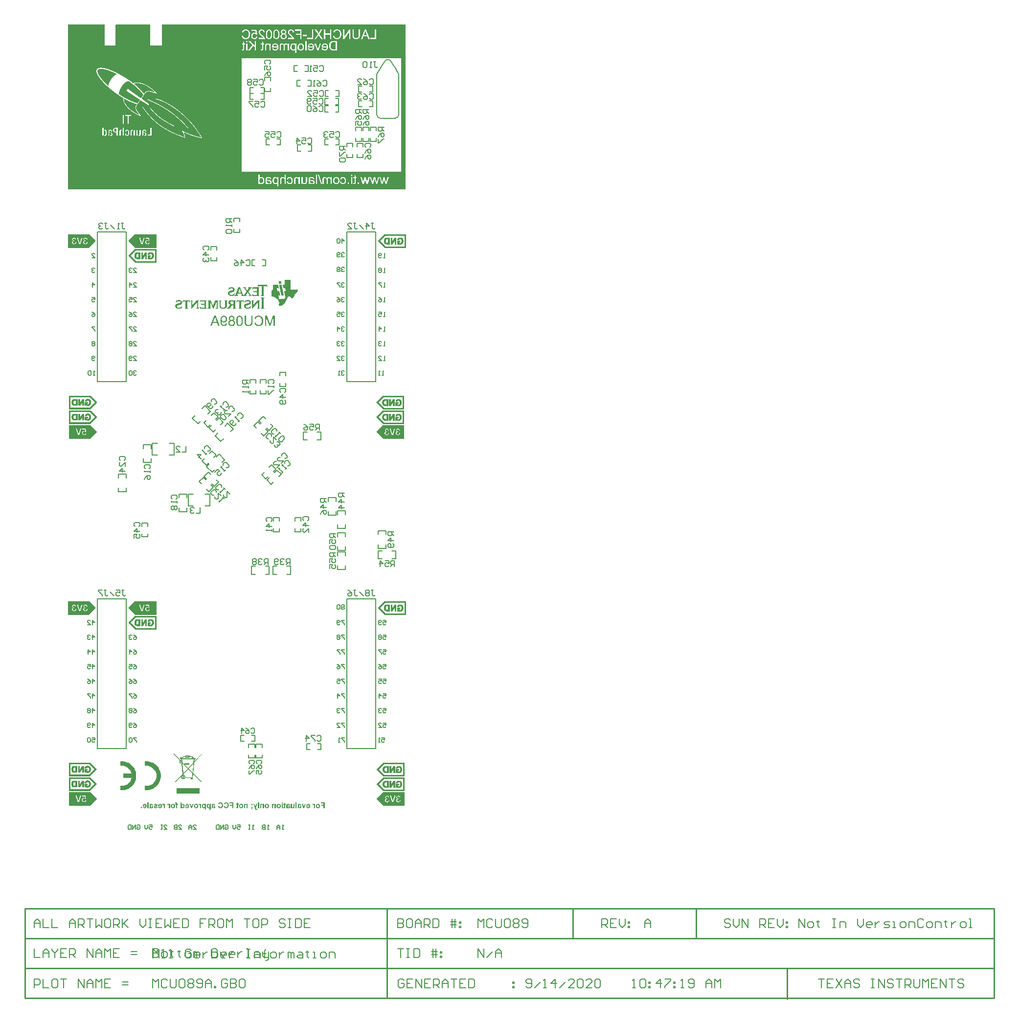
<source format=gbo>
G04*
G04 #@! TF.GenerationSoftware,Altium Limited,Altium Designer,20.1.14 (287)*
G04*
G04 Layer_Color=9218505*
%FSAX25Y25*%
%MOIN*%
G70*
G04*
G04 #@! TF.SameCoordinates,8DC34975-1D0C-4FB0-AB39-1F5E8F216BA0*
G04*
G04*
G04 #@! TF.FilePolarity,Positive*
G04*
G01*
G75*
%ADD10C,0.00984*%
%ADD13C,0.01000*%
%ADD14C,0.00700*%
%ADD17C,0.00787*%
%ADD20C,0.00050*%
%ADD22C,0.00800*%
%ADD150C,0.00541*%
%ADD151C,0.00748*%
%ADD152C,0.00075*%
G36*
X0299200Y0693321D02*
X0268190D01*
D01*
X0299200D01*
Y0680400D01*
Y0602900D01*
Y0590900D01*
X0069200D01*
Y0608400D01*
Y0674400D01*
Y0703400D01*
X0094200Y0703400D01*
Y0688900D01*
X0101700D01*
Y0702900D01*
X0102200Y0703400D01*
X0125200D01*
Y0688900D01*
X0133200D01*
Y0703400D01*
X0162200Y0703400D01*
X0187700D01*
Y0699942D01*
Y0703400D01*
X0299200D01*
Y0693321D01*
D02*
G37*
G36*
X0214407Y0528197D02*
X0214480D01*
Y0528124D01*
Y0528051D01*
Y0527979D01*
Y0527906D01*
Y0527833D01*
X0214552D01*
Y0527761D01*
Y0527688D01*
Y0527615D01*
Y0527542D01*
Y0527470D01*
X0214625D01*
Y0527397D01*
Y0527324D01*
Y0527252D01*
Y0527179D01*
Y0527106D01*
X0214698D01*
Y0527034D01*
Y0526961D01*
Y0526888D01*
Y0526815D01*
Y0526743D01*
X0214770D01*
Y0526670D01*
Y0526597D01*
X0213026D01*
Y0526670D01*
Y0526743D01*
Y0526815D01*
Y0526888D01*
X0212953D01*
Y0526961D01*
Y0527034D01*
Y0527106D01*
Y0527179D01*
Y0527252D01*
X0212880D01*
Y0527324D01*
Y0527397D01*
Y0527470D01*
Y0527542D01*
Y0527615D01*
X0212807D01*
Y0527688D01*
Y0527761D01*
Y0527833D01*
Y0527906D01*
Y0527979D01*
X0212735D01*
Y0528051D01*
Y0528124D01*
Y0528197D01*
Y0528269D01*
X0214407D01*
Y0528197D01*
D02*
G37*
G36*
X0204883Y0525798D02*
Y0525725D01*
X0204956D01*
Y0525652D01*
Y0525580D01*
Y0525507D01*
X0205029D01*
Y0525434D01*
Y0525361D01*
Y0525289D01*
X0205101D01*
Y0525216D01*
Y0525143D01*
Y0525071D01*
X0205174D01*
Y0524998D01*
Y0524925D01*
Y0524853D01*
X0205247D01*
Y0524780D01*
Y0524707D01*
X0205319D01*
Y0524634D01*
Y0524562D01*
Y0524489D01*
X0205247D01*
Y0524416D01*
X0205174D01*
Y0524489D01*
X0205101D01*
Y0524562D01*
X0205029D01*
Y0524634D01*
X0204956D01*
Y0524707D01*
X0204883D01*
Y0524780D01*
X0204738D01*
Y0524853D01*
X0204665D01*
Y0524925D01*
X0204447D01*
Y0524998D01*
X0204156D01*
Y0525071D01*
X0202702D01*
Y0524998D01*
X0202557D01*
Y0524925D01*
Y0524853D01*
Y0524780D01*
X0202484D01*
Y0524707D01*
Y0524634D01*
Y0524562D01*
Y0524489D01*
Y0524416D01*
Y0524344D01*
Y0524271D01*
Y0524198D01*
Y0524125D01*
Y0524053D01*
Y0523980D01*
Y0523907D01*
Y0523835D01*
Y0523762D01*
Y0523689D01*
Y0523617D01*
Y0523544D01*
Y0523471D01*
Y0523398D01*
Y0523326D01*
Y0523253D01*
Y0523180D01*
Y0523108D01*
Y0523035D01*
Y0522962D01*
Y0522890D01*
Y0522817D01*
Y0522744D01*
Y0522672D01*
Y0522599D01*
Y0522526D01*
Y0522453D01*
Y0522381D01*
Y0522308D01*
Y0522235D01*
Y0522163D01*
Y0522090D01*
Y0522017D01*
Y0521945D01*
Y0521872D01*
Y0521799D01*
Y0521726D01*
Y0521654D01*
Y0521581D01*
Y0521508D01*
Y0521436D01*
Y0521363D01*
Y0521290D01*
Y0521217D01*
Y0521145D01*
Y0521072D01*
Y0520999D01*
Y0520927D01*
Y0520854D01*
Y0520781D01*
Y0520709D01*
Y0520636D01*
Y0520563D01*
Y0520491D01*
Y0520418D01*
Y0520345D01*
Y0520272D01*
Y0520200D01*
Y0520127D01*
Y0520054D01*
Y0519982D01*
Y0519909D01*
Y0519836D01*
Y0519764D01*
Y0519691D01*
Y0519618D01*
Y0519545D01*
Y0519473D01*
Y0519400D01*
Y0519327D01*
Y0519255D01*
Y0519182D01*
X0202557D01*
Y0519109D01*
Y0519036D01*
Y0518964D01*
Y0518891D01*
X0202629D01*
Y0518818D01*
X0202702D01*
Y0518746D01*
X0202775D01*
Y0518673D01*
X0202920D01*
Y0518600D01*
X0203066D01*
Y0518528D01*
Y0518455D01*
Y0518382D01*
X0200594D01*
Y0518455D01*
Y0518528D01*
Y0518600D01*
X0200739D01*
Y0518673D01*
X0200885D01*
Y0518746D01*
X0200957D01*
Y0518818D01*
X0201030D01*
Y0518891D01*
X0201103D01*
Y0518964D01*
Y0519036D01*
Y0519109D01*
X0201175D01*
Y0519182D01*
Y0519255D01*
Y0519327D01*
Y0519400D01*
Y0519473D01*
Y0519545D01*
Y0519618D01*
Y0519691D01*
Y0519764D01*
Y0519836D01*
Y0519909D01*
Y0519982D01*
Y0520054D01*
Y0520127D01*
Y0520200D01*
Y0520272D01*
Y0520345D01*
Y0520418D01*
Y0520491D01*
Y0520563D01*
Y0520636D01*
Y0520709D01*
Y0520781D01*
Y0520854D01*
Y0520927D01*
Y0520999D01*
Y0521072D01*
Y0521145D01*
Y0521217D01*
Y0521290D01*
Y0521363D01*
Y0521436D01*
Y0521508D01*
Y0521581D01*
Y0521654D01*
Y0521726D01*
Y0521799D01*
Y0521872D01*
Y0521945D01*
Y0522017D01*
Y0522090D01*
Y0522163D01*
Y0522235D01*
Y0522308D01*
Y0522381D01*
Y0522453D01*
Y0522526D01*
Y0522599D01*
Y0522672D01*
Y0522744D01*
Y0522817D01*
Y0522890D01*
Y0522962D01*
Y0523035D01*
Y0523108D01*
Y0523180D01*
Y0523253D01*
Y0523326D01*
Y0523398D01*
Y0523471D01*
Y0523544D01*
Y0523617D01*
Y0523689D01*
Y0523762D01*
Y0523835D01*
Y0523907D01*
Y0523980D01*
Y0524053D01*
Y0524125D01*
Y0524198D01*
Y0524271D01*
Y0524344D01*
Y0524416D01*
Y0524489D01*
Y0524562D01*
Y0524634D01*
Y0524707D01*
Y0524780D01*
Y0524853D01*
X0201103D01*
Y0524925D01*
Y0524998D01*
X0201030D01*
Y0525071D01*
X0199503D01*
Y0524998D01*
X0199213D01*
Y0524925D01*
X0198995D01*
Y0524853D01*
X0198922D01*
Y0524780D01*
X0198776D01*
Y0524707D01*
X0198704D01*
Y0524634D01*
X0198631D01*
Y0524562D01*
X0198558D01*
Y0524489D01*
Y0524416D01*
X0198413D01*
Y0524489D01*
X0198340D01*
Y0524562D01*
X0198413D01*
Y0524634D01*
Y0524707D01*
Y0524780D01*
X0198486D01*
Y0524853D01*
Y0524925D01*
Y0524998D01*
X0198558D01*
Y0525071D01*
Y0525143D01*
Y0525216D01*
X0198631D01*
Y0525289D01*
Y0525361D01*
Y0525434D01*
X0198704D01*
Y0525507D01*
Y0525580D01*
Y0525652D01*
X0198776D01*
Y0525725D01*
Y0525798D01*
Y0525870D01*
X0204883D01*
Y0525798D01*
D02*
G37*
G36*
X0181256Y0524125D02*
X0181619D01*
Y0524053D01*
X0181837D01*
Y0523980D01*
X0181983D01*
Y0523907D01*
X0182128D01*
Y0523835D01*
X0182201D01*
Y0523762D01*
X0182273D01*
Y0523689D01*
X0182346D01*
Y0523617D01*
X0182419D01*
Y0523544D01*
X0182492D01*
Y0523471D01*
X0182564D01*
Y0523398D01*
X0182637D01*
Y0523326D01*
Y0523253D01*
X0182710D01*
Y0523180D01*
Y0523108D01*
X0182782D01*
Y0523035D01*
Y0522962D01*
Y0522890D01*
Y0522817D01*
X0182855D01*
Y0522744D01*
Y0522672D01*
Y0522599D01*
Y0522526D01*
Y0522453D01*
Y0522381D01*
Y0522308D01*
Y0522235D01*
X0182782D01*
Y0522163D01*
Y0522090D01*
Y0522017D01*
Y0521945D01*
X0182710D01*
Y0521872D01*
Y0521799D01*
X0182637D01*
Y0521726D01*
Y0521654D01*
X0182564D01*
Y0521581D01*
X0182492D01*
Y0521508D01*
Y0521436D01*
X0182346D01*
Y0521363D01*
X0182273D01*
Y0521290D01*
X0182201D01*
Y0521217D01*
X0182055D01*
Y0521145D01*
X0181910D01*
Y0521072D01*
X0181765D01*
Y0520999D01*
X0181546D01*
Y0520927D01*
X0181256D01*
Y0520854D01*
X0180965D01*
Y0520781D01*
X0180601D01*
Y0520709D01*
X0180310D01*
Y0520636D01*
X0180020D01*
Y0520563D01*
X0179802D01*
Y0520491D01*
X0179656D01*
Y0520418D01*
X0179584D01*
Y0520345D01*
X0179511D01*
Y0520272D01*
X0179438D01*
Y0520200D01*
Y0520127D01*
Y0520054D01*
X0179366D01*
Y0519982D01*
Y0519909D01*
Y0519836D01*
Y0519764D01*
Y0519691D01*
X0179438D01*
Y0519618D01*
Y0519545D01*
Y0519473D01*
X0179511D01*
Y0519400D01*
X0179584D01*
Y0519327D01*
X0179656D01*
Y0519255D01*
X0179729D01*
Y0519182D01*
X0179874D01*
Y0519109D01*
X0180093D01*
Y0519036D01*
X0181110D01*
Y0519109D01*
X0181401D01*
Y0519182D01*
X0181546D01*
Y0519255D01*
X0181765D01*
Y0519327D01*
X0181837D01*
Y0519400D01*
X0181983D01*
Y0519473D01*
X0182128D01*
Y0519545D01*
X0182201D01*
Y0519618D01*
X0182273D01*
Y0519691D01*
X0182346D01*
Y0519764D01*
X0182419D01*
Y0519836D01*
X0182492D01*
Y0519909D01*
X0182564D01*
Y0519982D01*
X0182637D01*
Y0520054D01*
X0182710D01*
Y0520127D01*
X0182782D01*
Y0520200D01*
X0182928D01*
Y0520127D01*
X0183001D01*
Y0520054D01*
Y0519982D01*
X0182928D01*
Y0519909D01*
Y0519836D01*
Y0519764D01*
X0182855D01*
Y0519691D01*
Y0519618D01*
Y0519545D01*
Y0519473D01*
X0182782D01*
Y0519400D01*
Y0519327D01*
Y0519255D01*
Y0519182D01*
X0182710D01*
Y0519109D01*
Y0519036D01*
Y0518964D01*
Y0518891D01*
X0182637D01*
Y0518818D01*
Y0518746D01*
Y0518673D01*
X0182564D01*
Y0518600D01*
Y0518528D01*
Y0518455D01*
Y0518382D01*
X0182201D01*
Y0518455D01*
Y0518528D01*
Y0518600D01*
X0182128D01*
Y0518673D01*
X0181983D01*
Y0518600D01*
X0181837D01*
Y0518528D01*
X0181692D01*
Y0518455D01*
X0181474D01*
Y0518382D01*
X0181183D01*
Y0518309D01*
X0179874D01*
Y0518382D01*
X0179584D01*
Y0518455D01*
X0179366D01*
Y0518528D01*
X0179220D01*
Y0518600D01*
X0179075D01*
Y0518673D01*
X0178929D01*
Y0518746D01*
X0178857D01*
Y0518818D01*
X0178784D01*
Y0518891D01*
X0178711D01*
Y0518964D01*
X0178638D01*
Y0519036D01*
X0178566D01*
Y0519109D01*
X0178493D01*
Y0519182D01*
Y0519255D01*
X0178420D01*
Y0519327D01*
Y0519400D01*
X0178348D01*
Y0519473D01*
Y0519545D01*
Y0519618D01*
X0178275D01*
Y0519691D01*
Y0519764D01*
Y0519836D01*
Y0519909D01*
Y0519982D01*
Y0520054D01*
Y0520127D01*
Y0520200D01*
Y0520272D01*
Y0520345D01*
Y0520418D01*
Y0520491D01*
Y0520563D01*
Y0520636D01*
X0178348D01*
Y0520709D01*
Y0520781D01*
Y0520854D01*
X0178420D01*
Y0520927D01*
Y0520999D01*
X0178493D01*
Y0521072D01*
Y0521145D01*
X0178566D01*
Y0521217D01*
X0178638D01*
Y0521290D01*
X0178711D01*
Y0521363D01*
X0178784D01*
Y0521436D01*
X0178929D01*
Y0521508D01*
X0179075D01*
Y0521581D01*
X0179220D01*
Y0521654D01*
X0179366D01*
Y0521726D01*
X0179584D01*
Y0521799D01*
X0179874D01*
Y0521872D01*
X0180165D01*
Y0521945D01*
X0180529D01*
Y0522017D01*
X0180819D01*
Y0522090D01*
X0181110D01*
Y0522163D01*
X0181328D01*
Y0522235D01*
X0181546D01*
Y0522308D01*
X0181619D01*
Y0522381D01*
X0181692D01*
Y0522453D01*
X0181765D01*
Y0522526D01*
Y0522599D01*
Y0522672D01*
Y0522744D01*
Y0522817D01*
Y0522890D01*
Y0522962D01*
Y0523035D01*
X0181692D01*
Y0523108D01*
Y0523180D01*
X0181619D01*
Y0523253D01*
X0181474D01*
Y0523326D01*
X0181328D01*
Y0523398D01*
X0181038D01*
Y0523471D01*
X0180383D01*
Y0523398D01*
X0180093D01*
Y0523326D01*
X0179874D01*
Y0523253D01*
X0179656D01*
Y0523180D01*
X0179511D01*
Y0523108D01*
X0179438D01*
Y0523035D01*
X0179293D01*
Y0522962D01*
X0179220D01*
Y0522890D01*
X0179147D01*
Y0522817D01*
X0179075D01*
Y0522744D01*
X0179002D01*
Y0522672D01*
X0178929D01*
Y0522599D01*
X0178857D01*
Y0522526D01*
X0178711D01*
Y0522599D01*
X0178638D01*
Y0522672D01*
Y0522744D01*
X0178711D01*
Y0522817D01*
Y0522890D01*
Y0522962D01*
Y0523035D01*
X0178784D01*
Y0523108D01*
Y0523180D01*
Y0523253D01*
X0178857D01*
Y0523326D01*
Y0523398D01*
Y0523471D01*
Y0523544D01*
X0178929D01*
Y0523617D01*
Y0523689D01*
Y0523762D01*
X0179002D01*
Y0523835D01*
Y0523907D01*
Y0523980D01*
Y0524053D01*
X0179075D01*
Y0524125D01*
X0179366D01*
Y0524053D01*
Y0523980D01*
Y0523907D01*
X0179438D01*
Y0523835D01*
X0179511D01*
Y0523907D01*
X0179656D01*
Y0523980D01*
X0179802D01*
Y0524053D01*
X0180020D01*
Y0524125D01*
X0180310D01*
Y0524198D01*
X0181256D01*
Y0524125D01*
D02*
G37*
G36*
X0194560Y0524053D02*
Y0523980D01*
Y0523907D01*
X0194414D01*
Y0523835D01*
X0194269D01*
Y0523762D01*
X0194124D01*
Y0523689D01*
X0194051D01*
Y0523617D01*
X0193978D01*
Y0523544D01*
X0193905D01*
Y0523471D01*
X0193833D01*
Y0523398D01*
X0193760D01*
Y0523326D01*
X0193687D01*
Y0523253D01*
Y0523180D01*
X0193615D01*
Y0523108D01*
X0193542D01*
Y0523035D01*
Y0522962D01*
X0193469D01*
Y0522890D01*
X0193397D01*
Y0522817D01*
X0193324D01*
Y0522744D01*
Y0522672D01*
X0193251D01*
Y0522599D01*
X0193178D01*
Y0522526D01*
Y0522453D01*
X0193106D01*
Y0522381D01*
X0193033D01*
Y0522308D01*
X0192960D01*
Y0522235D01*
Y0522163D01*
X0192888D01*
Y0522090D01*
X0192815D01*
Y0522017D01*
Y0521945D01*
X0192742D01*
Y0521872D01*
X0192670D01*
Y0521799D01*
Y0521726D01*
X0192597D01*
Y0521654D01*
X0192524D01*
Y0521581D01*
X0192451D01*
Y0521508D01*
Y0521436D01*
X0192379D01*
Y0521363D01*
X0192306D01*
Y0521290D01*
Y0521217D01*
Y0521145D01*
X0192379D01*
Y0521072D01*
Y0520999D01*
X0192451D01*
Y0520927D01*
X0192524D01*
Y0520854D01*
X0192597D01*
Y0520781D01*
Y0520709D01*
X0192670D01*
Y0520636D01*
X0192742D01*
Y0520563D01*
Y0520491D01*
X0192815D01*
Y0520418D01*
X0192888D01*
Y0520345D01*
Y0520272D01*
X0192960D01*
Y0520200D01*
X0193033D01*
Y0520127D01*
X0193106D01*
Y0520054D01*
Y0519982D01*
X0193178D01*
Y0519909D01*
X0193251D01*
Y0519836D01*
Y0519764D01*
X0193324D01*
Y0519691D01*
X0193397D01*
Y0519618D01*
X0193469D01*
Y0519545D01*
Y0519473D01*
X0193542D01*
Y0519400D01*
X0193615D01*
Y0519327D01*
Y0519255D01*
X0193687D01*
Y0519182D01*
X0193760D01*
Y0519109D01*
X0193833D01*
Y0519036D01*
X0193905D01*
Y0518964D01*
X0193978D01*
Y0518891D01*
X0194051D01*
Y0518818D01*
X0194124D01*
Y0518746D01*
X0194269D01*
Y0518673D01*
X0194487D01*
Y0518600D01*
X0194632D01*
Y0518528D01*
Y0518455D01*
Y0518382D01*
X0192451D01*
Y0518455D01*
Y0518528D01*
Y0518600D01*
X0192670D01*
Y0518673D01*
X0192815D01*
Y0518746D01*
X0192888D01*
Y0518818D01*
Y0518891D01*
Y0518964D01*
Y0519036D01*
Y0519109D01*
X0192815D01*
Y0519182D01*
Y0519255D01*
X0192742D01*
Y0519327D01*
X0192670D01*
Y0519400D01*
Y0519473D01*
X0192597D01*
Y0519545D01*
Y0519618D01*
X0192524D01*
Y0519691D01*
X0192451D01*
Y0519764D01*
Y0519836D01*
X0192379D01*
Y0519909D01*
X0192306D01*
Y0519982D01*
Y0520054D01*
X0192233D01*
Y0520127D01*
X0192161D01*
Y0520200D01*
Y0520272D01*
X0192088D01*
Y0520345D01*
X0192015D01*
Y0520418D01*
Y0520491D01*
X0191943D01*
Y0520563D01*
Y0520636D01*
X0191870D01*
Y0520709D01*
X0191797D01*
Y0520636D01*
Y0520563D01*
X0191725D01*
Y0520491D01*
X0191652D01*
Y0520418D01*
Y0520345D01*
X0191579D01*
Y0520272D01*
X0191506D01*
Y0520200D01*
X0191434D01*
Y0520127D01*
Y0520054D01*
X0191361D01*
Y0519982D01*
X0191288D01*
Y0519909D01*
Y0519836D01*
X0191216D01*
Y0519764D01*
X0191143D01*
Y0519691D01*
Y0519618D01*
X0191070D01*
Y0519545D01*
X0190998D01*
Y0519473D01*
Y0519400D01*
X0190925D01*
Y0519327D01*
X0190852D01*
Y0519255D01*
X0190779D01*
Y0519182D01*
Y0519109D01*
X0190707D01*
Y0519036D01*
Y0518964D01*
Y0518891D01*
Y0518818D01*
X0190779D01*
Y0518746D01*
X0190852D01*
Y0518673D01*
X0190998D01*
Y0518600D01*
X0191216D01*
Y0518528D01*
Y0518455D01*
Y0518382D01*
X0187290D01*
Y0518455D01*
Y0518528D01*
Y0518600D01*
X0187508D01*
Y0518673D01*
X0187653D01*
Y0518746D01*
X0187726D01*
Y0518818D01*
Y0518891D01*
Y0518964D01*
Y0519036D01*
Y0519109D01*
Y0519182D01*
X0187653D01*
Y0519255D01*
Y0519327D01*
Y0519400D01*
X0187581D01*
Y0519473D01*
Y0519545D01*
Y0519618D01*
X0187508D01*
Y0519691D01*
Y0519764D01*
X0187435D01*
Y0519836D01*
Y0519909D01*
Y0519982D01*
X0185036D01*
Y0519909D01*
Y0519836D01*
Y0519764D01*
X0184963D01*
Y0519691D01*
Y0519618D01*
Y0519545D01*
X0184891D01*
Y0519473D01*
Y0519400D01*
X0184818D01*
Y0519327D01*
Y0519255D01*
Y0519182D01*
X0184745D01*
Y0519109D01*
Y0519036D01*
Y0518964D01*
Y0518891D01*
Y0518818D01*
X0184818D01*
Y0518746D01*
X0184891D01*
Y0518673D01*
X0184963D01*
Y0518600D01*
X0185181D01*
Y0518528D01*
Y0518455D01*
Y0518382D01*
X0182782D01*
Y0518455D01*
Y0518528D01*
Y0518600D01*
X0182855D01*
Y0518673D01*
X0183001D01*
Y0518746D01*
X0183073D01*
Y0518818D01*
X0183146D01*
Y0518891D01*
X0183219D01*
Y0518964D01*
X0183291D01*
Y0519036D01*
X0183364D01*
Y0519109D01*
Y0519182D01*
X0183437D01*
Y0519255D01*
Y0519327D01*
Y0519400D01*
X0183509D01*
Y0519473D01*
Y0519545D01*
X0183582D01*
Y0519618D01*
Y0519691D01*
Y0519764D01*
X0183655D01*
Y0519836D01*
Y0519909D01*
Y0519982D01*
X0183727D01*
Y0520054D01*
Y0520127D01*
X0183800D01*
Y0520200D01*
Y0520272D01*
Y0520345D01*
X0183873D01*
Y0520418D01*
Y0520491D01*
X0183946D01*
Y0520563D01*
Y0520636D01*
Y0520709D01*
X0184018D01*
Y0520781D01*
Y0520854D01*
Y0520927D01*
X0184091D01*
Y0520999D01*
Y0521072D01*
X0184164D01*
Y0521145D01*
Y0521217D01*
Y0521290D01*
X0184236D01*
Y0521363D01*
Y0521436D01*
Y0521508D01*
X0184309D01*
Y0521581D01*
Y0521654D01*
X0184382D01*
Y0521726D01*
Y0521799D01*
Y0521872D01*
X0184454D01*
Y0521945D01*
Y0522017D01*
X0184527D01*
Y0522090D01*
Y0522163D01*
Y0522235D01*
X0184600D01*
Y0522308D01*
Y0522381D01*
Y0522453D01*
X0184673D01*
Y0522526D01*
Y0522599D01*
X0184745D01*
Y0522672D01*
Y0522744D01*
Y0522817D01*
X0184818D01*
Y0522890D01*
Y0522962D01*
Y0523035D01*
X0184891D01*
Y0523108D01*
Y0523180D01*
X0184963D01*
Y0523253D01*
Y0523326D01*
Y0523398D01*
X0185036D01*
Y0523471D01*
Y0523544D01*
X0185109D01*
Y0523617D01*
Y0523689D01*
Y0523762D01*
X0185181D01*
Y0523835D01*
Y0523907D01*
Y0523980D01*
X0185254D01*
Y0524053D01*
Y0524125D01*
X0186563D01*
Y0524053D01*
X0186635D01*
Y0523980D01*
Y0523907D01*
Y0523835D01*
X0186708D01*
Y0523762D01*
Y0523689D01*
X0186781D01*
Y0523617D01*
Y0523544D01*
Y0523471D01*
X0186854D01*
Y0523398D01*
Y0523326D01*
Y0523253D01*
X0186926D01*
Y0523180D01*
Y0523108D01*
X0186999D01*
Y0523035D01*
Y0522962D01*
Y0522890D01*
X0187072D01*
Y0522817D01*
Y0522744D01*
X0187144D01*
Y0522672D01*
Y0522599D01*
Y0522526D01*
X0187217D01*
Y0522453D01*
Y0522381D01*
X0187290D01*
Y0522308D01*
Y0522235D01*
Y0522163D01*
X0187362D01*
Y0522090D01*
Y0522017D01*
X0187435D01*
Y0521945D01*
Y0521872D01*
Y0521799D01*
X0187508D01*
Y0521726D01*
Y0521654D01*
X0187581D01*
Y0521581D01*
Y0521508D01*
Y0521436D01*
X0187653D01*
Y0521363D01*
Y0521290D01*
Y0521217D01*
X0187726D01*
Y0521145D01*
Y0521072D01*
X0187799D01*
Y0520999D01*
Y0520927D01*
Y0520854D01*
X0187871D01*
Y0520781D01*
Y0520709D01*
X0187944D01*
Y0520636D01*
Y0520563D01*
Y0520491D01*
X0188017D01*
Y0520418D01*
Y0520345D01*
X0188090D01*
Y0520272D01*
Y0520200D01*
Y0520127D01*
X0188162D01*
Y0520054D01*
Y0519982D01*
X0188235D01*
Y0519909D01*
Y0519836D01*
Y0519764D01*
X0188307D01*
Y0519691D01*
Y0519618D01*
Y0519545D01*
X0188380D01*
Y0519473D01*
Y0519400D01*
X0188453D01*
Y0519327D01*
Y0519255D01*
X0188526D01*
Y0519182D01*
Y0519109D01*
X0188598D01*
Y0519036D01*
X0188671D01*
Y0518964D01*
Y0518891D01*
X0188744D01*
Y0518818D01*
X0188816D01*
Y0518746D01*
X0188962D01*
Y0518818D01*
X0189034D01*
Y0518891D01*
X0189107D01*
Y0518964D01*
X0189180D01*
Y0519036D01*
X0189253D01*
Y0519109D01*
Y0519182D01*
X0189325D01*
Y0519255D01*
X0189398D01*
Y0519327D01*
X0189471D01*
Y0519400D01*
Y0519473D01*
X0189543D01*
Y0519545D01*
X0189616D01*
Y0519618D01*
Y0519691D01*
X0189689D01*
Y0519764D01*
X0189762D01*
Y0519836D01*
X0189834D01*
Y0519909D01*
Y0519982D01*
X0189907D01*
Y0520054D01*
X0189980D01*
Y0520127D01*
Y0520200D01*
X0190052D01*
Y0520272D01*
X0190125D01*
Y0520345D01*
Y0520418D01*
X0190198D01*
Y0520491D01*
X0190270D01*
Y0520563D01*
X0190343D01*
Y0520636D01*
Y0520709D01*
X0190416D01*
Y0520781D01*
X0190489D01*
Y0520854D01*
Y0520927D01*
X0190561D01*
Y0520999D01*
X0190634D01*
Y0521072D01*
X0190707D01*
Y0521145D01*
Y0521217D01*
X0190779D01*
Y0521290D01*
X0190852D01*
Y0521363D01*
Y0521436D01*
X0190925D01*
Y0521508D01*
X0190852D01*
Y0521581D01*
X0190779D01*
Y0521654D01*
X0190707D01*
Y0521726D01*
Y0521799D01*
X0190634D01*
Y0521872D01*
X0190561D01*
Y0521945D01*
Y0522017D01*
X0190489D01*
Y0522090D01*
X0190416D01*
Y0522163D01*
X0190343D01*
Y0522235D01*
Y0522308D01*
X0190270D01*
Y0522381D01*
X0190198D01*
Y0522453D01*
Y0522526D01*
X0190125D01*
Y0522599D01*
X0190052D01*
Y0522672D01*
Y0522744D01*
X0189980D01*
Y0522817D01*
X0189907D01*
Y0522890D01*
X0189834D01*
Y0522962D01*
Y0523035D01*
X0189762D01*
Y0523108D01*
X0189689D01*
Y0523180D01*
Y0523253D01*
X0189616D01*
Y0523326D01*
X0189543D01*
Y0523398D01*
X0189471D01*
Y0523471D01*
X0189398D01*
Y0523544D01*
X0189325D01*
Y0523617D01*
X0189253D01*
Y0523689D01*
X0189180D01*
Y0523762D01*
X0189034D01*
Y0523835D01*
X0188816D01*
Y0523907D01*
X0188744D01*
Y0523980D01*
Y0524053D01*
Y0524125D01*
X0190779D01*
Y0524053D01*
Y0523980D01*
Y0523907D01*
X0190561D01*
Y0523835D01*
X0190416D01*
Y0523762D01*
X0190343D01*
Y0523689D01*
Y0523617D01*
Y0523544D01*
Y0523471D01*
Y0523398D01*
X0190416D01*
Y0523326D01*
X0190489D01*
Y0523253D01*
Y0523180D01*
X0190561D01*
Y0523108D01*
X0190634D01*
Y0523035D01*
Y0522962D01*
X0190707D01*
Y0522890D01*
X0190779D01*
Y0522817D01*
Y0522744D01*
X0190852D01*
Y0522672D01*
X0190925D01*
Y0522599D01*
Y0522526D01*
X0190998D01*
Y0522453D01*
X0191070D01*
Y0522381D01*
Y0522308D01*
X0191143D01*
Y0522235D01*
X0191216D01*
Y0522163D01*
Y0522090D01*
X0191288D01*
Y0522017D01*
X0191361D01*
Y0522090D01*
X0191434D01*
Y0522163D01*
X0191506D01*
Y0522235D01*
Y0522308D01*
X0191579D01*
Y0522381D01*
X0191652D01*
Y0522453D01*
Y0522526D01*
X0191725D01*
Y0522599D01*
X0191797D01*
Y0522672D01*
Y0522744D01*
X0191870D01*
Y0522817D01*
X0191943D01*
Y0522890D01*
Y0522962D01*
X0192015D01*
Y0523035D01*
X0192088D01*
Y0523108D01*
Y0523180D01*
X0192161D01*
Y0523253D01*
Y0523326D01*
X0192233D01*
Y0523398D01*
Y0523471D01*
X0192306D01*
Y0523544D01*
Y0523617D01*
X0192233D01*
Y0523689D01*
Y0523762D01*
X0192161D01*
Y0523835D01*
X0192015D01*
Y0523907D01*
X0191870D01*
Y0523980D01*
Y0524053D01*
Y0524125D01*
X0194560D01*
Y0524053D01*
D02*
G37*
G36*
X0199722D02*
Y0523980D01*
Y0523907D01*
X0199576D01*
Y0523835D01*
X0199358D01*
Y0523762D01*
X0199285D01*
Y0523689D01*
X0199213D01*
Y0523617D01*
Y0523544D01*
X0199140D01*
Y0523471D01*
Y0523398D01*
Y0523326D01*
Y0523253D01*
Y0523180D01*
Y0523108D01*
Y0523035D01*
Y0522962D01*
Y0522890D01*
Y0522817D01*
Y0522744D01*
Y0522672D01*
Y0522599D01*
Y0522526D01*
Y0522453D01*
Y0522381D01*
Y0522308D01*
Y0522235D01*
Y0522163D01*
Y0522090D01*
Y0522017D01*
Y0521945D01*
Y0521872D01*
Y0521799D01*
Y0521726D01*
Y0521654D01*
Y0521581D01*
Y0521508D01*
Y0521436D01*
Y0521363D01*
Y0521290D01*
Y0521217D01*
Y0521145D01*
Y0521072D01*
Y0520999D01*
Y0520927D01*
Y0520854D01*
Y0520781D01*
Y0520709D01*
Y0520636D01*
Y0520563D01*
Y0520491D01*
Y0520418D01*
Y0520345D01*
Y0520272D01*
Y0520200D01*
Y0520127D01*
Y0520054D01*
Y0519982D01*
Y0519909D01*
Y0519836D01*
Y0519764D01*
Y0519691D01*
Y0519618D01*
Y0519545D01*
Y0519473D01*
Y0519400D01*
Y0519327D01*
Y0519255D01*
Y0519182D01*
Y0519109D01*
Y0519036D01*
Y0518964D01*
X0199213D01*
Y0518891D01*
Y0518818D01*
X0199285D01*
Y0518746D01*
X0199358D01*
Y0518673D01*
X0199503D01*
Y0518600D01*
X0199722D01*
Y0518528D01*
Y0518455D01*
Y0518382D01*
X0194996D01*
Y0518455D01*
Y0518528D01*
X0194923D01*
Y0518600D01*
Y0518673D01*
X0194851D01*
Y0518746D01*
Y0518818D01*
Y0518891D01*
X0194778D01*
Y0518964D01*
Y0519036D01*
X0194705D01*
Y0519109D01*
Y0519182D01*
Y0519255D01*
X0194632D01*
Y0519327D01*
Y0519400D01*
X0194560D01*
Y0519473D01*
Y0519545D01*
Y0519618D01*
X0194487D01*
Y0519691D01*
Y0519764D01*
X0194560D01*
Y0519836D01*
X0194632D01*
Y0519764D01*
X0194705D01*
Y0519691D01*
X0194778D01*
Y0519618D01*
X0194851D01*
Y0519545D01*
X0194923D01*
Y0519473D01*
X0194996D01*
Y0519400D01*
X0195141D01*
Y0519327D01*
X0195214D01*
Y0519255D01*
X0195359D01*
Y0519182D01*
X0195578D01*
Y0519109D01*
X0196086D01*
Y0519036D01*
X0197613D01*
Y0519109D01*
X0197831D01*
Y0519182D01*
Y0519255D01*
X0197904D01*
Y0519327D01*
Y0519400D01*
Y0519473D01*
Y0519545D01*
Y0519618D01*
Y0519691D01*
Y0519764D01*
Y0519836D01*
Y0519909D01*
Y0519982D01*
Y0520054D01*
Y0520127D01*
Y0520200D01*
Y0520272D01*
Y0520345D01*
Y0520418D01*
Y0520491D01*
Y0520563D01*
Y0520636D01*
Y0520709D01*
Y0520781D01*
Y0520854D01*
Y0520927D01*
Y0520999D01*
Y0521072D01*
X0196159D01*
Y0520999D01*
X0195941D01*
Y0520927D01*
X0195868D01*
Y0520854D01*
X0195796D01*
Y0520781D01*
X0195723D01*
Y0520709D01*
Y0520636D01*
Y0520563D01*
X0195505D01*
Y0520636D01*
Y0520709D01*
Y0520781D01*
Y0520854D01*
Y0520927D01*
Y0520999D01*
Y0521072D01*
Y0521145D01*
Y0521217D01*
Y0521290D01*
Y0521363D01*
Y0521436D01*
Y0521508D01*
Y0521581D01*
Y0521654D01*
Y0521726D01*
Y0521799D01*
Y0521872D01*
Y0521945D01*
Y0522017D01*
Y0522090D01*
Y0522163D01*
X0195723D01*
Y0522090D01*
Y0522017D01*
X0195796D01*
Y0521945D01*
Y0521872D01*
X0195868D01*
Y0521799D01*
X0196014D01*
Y0521726D01*
X0197904D01*
Y0521799D01*
Y0521872D01*
Y0521945D01*
Y0522017D01*
Y0522090D01*
Y0522163D01*
Y0522235D01*
Y0522308D01*
Y0522381D01*
Y0522453D01*
Y0522526D01*
Y0522599D01*
Y0522672D01*
Y0522744D01*
Y0522817D01*
Y0522890D01*
Y0522962D01*
Y0523035D01*
Y0523108D01*
Y0523180D01*
Y0523253D01*
X0197831D01*
Y0523326D01*
X0197758D01*
Y0523398D01*
X0195868D01*
Y0523326D01*
X0195650D01*
Y0523253D01*
X0195505D01*
Y0523180D01*
X0195359D01*
Y0523108D01*
X0195287D01*
Y0523035D01*
X0195214D01*
Y0522962D01*
X0195141D01*
Y0522890D01*
X0195069D01*
Y0522817D01*
X0194996D01*
Y0522744D01*
X0194778D01*
Y0522817D01*
Y0522890D01*
Y0522962D01*
Y0523035D01*
X0194851D01*
Y0523108D01*
Y0523180D01*
X0194923D01*
Y0523253D01*
Y0523326D01*
Y0523398D01*
X0194996D01*
Y0523471D01*
Y0523544D01*
Y0523617D01*
X0195069D01*
Y0523689D01*
Y0523762D01*
Y0523835D01*
X0195141D01*
Y0523907D01*
Y0523980D01*
X0195214D01*
Y0524053D01*
Y0524125D01*
X0199722D01*
Y0524053D01*
D02*
G37*
G36*
X0214916Y0525798D02*
Y0525725D01*
Y0525652D01*
Y0525580D01*
X0214988D01*
Y0525507D01*
Y0525434D01*
Y0525361D01*
Y0525289D01*
Y0525216D01*
X0215061D01*
Y0525143D01*
Y0525071D01*
Y0524998D01*
Y0524925D01*
Y0524853D01*
X0215134D01*
Y0524780D01*
Y0524707D01*
Y0524634D01*
Y0524562D01*
Y0524489D01*
X0215207D01*
Y0524416D01*
Y0524344D01*
Y0524271D01*
Y0524198D01*
Y0524125D01*
X0215279D01*
Y0524053D01*
Y0523980D01*
Y0523907D01*
Y0523835D01*
Y0523762D01*
X0215352D01*
Y0523689D01*
Y0523617D01*
Y0523544D01*
Y0523471D01*
Y0523398D01*
X0215425D01*
Y0523326D01*
Y0523253D01*
Y0523180D01*
Y0523108D01*
Y0523035D01*
X0215497D01*
Y0522962D01*
Y0522890D01*
Y0522817D01*
Y0522744D01*
Y0522672D01*
X0215570D01*
Y0522599D01*
Y0522526D01*
Y0522453D01*
Y0522381D01*
Y0522308D01*
X0215643D01*
Y0522235D01*
Y0522163D01*
Y0522090D01*
Y0522017D01*
Y0521945D01*
X0215716D01*
Y0521872D01*
Y0521799D01*
Y0521726D01*
Y0521654D01*
Y0521581D01*
X0215788D01*
Y0521508D01*
Y0521436D01*
Y0521363D01*
Y0521290D01*
Y0521217D01*
X0215861D01*
Y0521145D01*
Y0521072D01*
Y0520999D01*
Y0520927D01*
Y0520854D01*
X0215934D01*
Y0520781D01*
Y0520709D01*
Y0520636D01*
Y0520563D01*
Y0520491D01*
X0216006D01*
Y0520418D01*
Y0520345D01*
Y0520272D01*
Y0520200D01*
Y0520127D01*
X0216079D01*
Y0520054D01*
Y0519982D01*
Y0519909D01*
Y0519836D01*
Y0519764D01*
X0216152D01*
Y0519691D01*
Y0519618D01*
Y0519545D01*
Y0519473D01*
Y0519400D01*
X0216224D01*
Y0519327D01*
Y0519255D01*
Y0519182D01*
Y0519109D01*
Y0519036D01*
X0216297D01*
Y0518964D01*
Y0518891D01*
Y0518818D01*
Y0518746D01*
Y0518673D01*
X0216370D01*
Y0518600D01*
Y0518528D01*
Y0518455D01*
X0214625D01*
Y0518528D01*
Y0518600D01*
Y0518673D01*
Y0518746D01*
Y0518818D01*
X0214552D01*
Y0518891D01*
Y0518964D01*
Y0519036D01*
Y0519109D01*
Y0519182D01*
X0214480D01*
Y0519255D01*
Y0519327D01*
Y0519400D01*
Y0519473D01*
Y0519545D01*
X0214407D01*
Y0519618D01*
Y0519691D01*
Y0519764D01*
Y0519836D01*
Y0519909D01*
X0214334D01*
Y0519982D01*
Y0520054D01*
Y0520127D01*
Y0520200D01*
Y0520272D01*
X0214262D01*
Y0520345D01*
Y0520418D01*
Y0520491D01*
Y0520563D01*
Y0520636D01*
X0214189D01*
Y0520709D01*
Y0520781D01*
Y0520854D01*
Y0520927D01*
Y0520999D01*
X0214116D01*
Y0521072D01*
Y0521145D01*
Y0521217D01*
Y0521290D01*
Y0521363D01*
X0214043D01*
Y0521436D01*
Y0521508D01*
Y0521581D01*
Y0521654D01*
Y0521726D01*
X0213971D01*
Y0521799D01*
Y0521872D01*
Y0521945D01*
Y0522017D01*
Y0522090D01*
X0213898D01*
Y0522163D01*
Y0522235D01*
Y0522308D01*
Y0522381D01*
Y0522453D01*
X0213825D01*
Y0522526D01*
Y0522599D01*
Y0522672D01*
Y0522744D01*
Y0522817D01*
X0213753D01*
Y0522890D01*
Y0522962D01*
Y0523035D01*
Y0523108D01*
Y0523180D01*
X0213680D01*
Y0523253D01*
Y0523326D01*
Y0523398D01*
Y0523471D01*
Y0523544D01*
X0213607D01*
Y0523617D01*
Y0523689D01*
Y0523762D01*
Y0523835D01*
Y0523907D01*
X0213534D01*
Y0523980D01*
Y0524053D01*
Y0524125D01*
Y0524198D01*
Y0524271D01*
X0213462D01*
Y0524344D01*
Y0524416D01*
Y0524489D01*
Y0524562D01*
Y0524634D01*
X0213389D01*
Y0524707D01*
Y0524780D01*
Y0524853D01*
Y0524925D01*
Y0524998D01*
X0213316D01*
Y0525071D01*
Y0525143D01*
Y0525216D01*
Y0525289D01*
Y0525361D01*
X0213244D01*
Y0525434D01*
Y0525507D01*
Y0525580D01*
Y0525652D01*
Y0525725D01*
X0213171D01*
Y0525798D01*
Y0525870D01*
X0214916D01*
Y0525798D01*
D02*
G37*
G36*
X0221023Y0529142D02*
Y0529069D01*
Y0528996D01*
Y0528924D01*
Y0528851D01*
Y0528778D01*
Y0528706D01*
Y0528633D01*
Y0528560D01*
Y0528487D01*
Y0528415D01*
Y0528342D01*
Y0528269D01*
Y0528197D01*
Y0528124D01*
Y0528051D01*
Y0527979D01*
Y0527906D01*
Y0527833D01*
Y0527761D01*
Y0527688D01*
Y0527615D01*
Y0527542D01*
Y0527470D01*
Y0527397D01*
Y0527324D01*
Y0527252D01*
Y0527179D01*
Y0527106D01*
Y0527034D01*
Y0526961D01*
Y0526888D01*
Y0526815D01*
Y0526743D01*
Y0526670D01*
Y0526597D01*
Y0526525D01*
Y0526452D01*
Y0526379D01*
Y0526306D01*
Y0526234D01*
Y0526161D01*
Y0526088D01*
Y0526016D01*
Y0525943D01*
Y0525870D01*
Y0525798D01*
Y0525725D01*
Y0525652D01*
Y0525580D01*
Y0525507D01*
Y0525434D01*
Y0525361D01*
Y0525289D01*
Y0525216D01*
Y0525143D01*
Y0525071D01*
Y0524998D01*
Y0524925D01*
Y0524853D01*
Y0524780D01*
Y0524707D01*
Y0524634D01*
Y0524562D01*
Y0524489D01*
Y0524416D01*
Y0524344D01*
Y0524271D01*
Y0524198D01*
Y0524125D01*
Y0524053D01*
Y0523980D01*
Y0523907D01*
Y0523835D01*
Y0523762D01*
Y0523689D01*
Y0523617D01*
Y0523544D01*
Y0523471D01*
Y0523398D01*
Y0523326D01*
Y0523253D01*
Y0523180D01*
Y0523108D01*
Y0523035D01*
Y0522962D01*
Y0522890D01*
Y0522817D01*
Y0522744D01*
Y0522672D01*
Y0522599D01*
Y0522526D01*
Y0522453D01*
X0226039D01*
Y0522381D01*
Y0522308D01*
Y0522235D01*
Y0522163D01*
Y0522090D01*
X0225966D01*
Y0522017D01*
Y0521945D01*
Y0521872D01*
Y0521799D01*
X0225893D01*
Y0521726D01*
Y0521654D01*
X0225821D01*
Y0521581D01*
Y0521508D01*
X0225748D01*
Y0521436D01*
Y0521363D01*
X0225675D01*
Y0521290D01*
Y0521217D01*
X0225603D01*
Y0521145D01*
X0225530D01*
Y0521072D01*
Y0520999D01*
X0225457D01*
Y0520927D01*
X0225384D01*
Y0520854D01*
X0225312D01*
Y0520781D01*
X0225239D01*
Y0520709D01*
X0225166D01*
Y0520636D01*
X0225094D01*
Y0520563D01*
X0225021D01*
Y0520491D01*
X0224948D01*
Y0520418D01*
X0224803D01*
Y0520345D01*
X0224730D01*
Y0520272D01*
X0224658D01*
Y0520200D01*
X0224585D01*
Y0520127D01*
X0224512D01*
Y0520054D01*
X0224439D01*
Y0519982D01*
X0224367D01*
Y0519909D01*
X0224294D01*
Y0519836D01*
X0224221D01*
Y0519764D01*
X0224149D01*
Y0519691D01*
X0224076D01*
Y0519618D01*
Y0519545D01*
X0224003D01*
Y0519473D01*
X0223931D01*
Y0519400D01*
Y0519327D01*
X0223858D01*
Y0519255D01*
X0223785D01*
Y0519182D01*
Y0519109D01*
Y0519036D01*
X0223712D01*
Y0518964D01*
Y0518891D01*
X0223640D01*
Y0518818D01*
Y0518746D01*
Y0518673D01*
X0223567D01*
Y0518600D01*
Y0518528D01*
X0223494D01*
Y0518455D01*
Y0518382D01*
Y0518309D01*
X0223422D01*
Y0518237D01*
Y0518164D01*
X0223349D01*
Y0518091D01*
Y0518019D01*
X0223276D01*
Y0517946D01*
Y0517873D01*
X0223203D01*
Y0517801D01*
Y0517728D01*
X0223131D01*
Y0517655D01*
Y0517583D01*
X0223058D01*
Y0517510D01*
Y0517437D01*
X0222985D01*
Y0517364D01*
X0222913D01*
Y0517292D01*
X0222840D01*
Y0517219D01*
Y0517146D01*
X0222695D01*
Y0517074D01*
X0222622D01*
Y0517001D01*
X0222549D01*
Y0516928D01*
X0222404D01*
Y0516855D01*
X0222186D01*
Y0516783D01*
X0221604D01*
Y0516855D01*
X0221459D01*
Y0516928D01*
X0221386D01*
Y0517001D01*
X0221313D01*
Y0517074D01*
X0221241D01*
Y0517146D01*
X0221168D01*
Y0517219D01*
X0221095D01*
Y0517292D01*
X0221023D01*
Y0517364D01*
X0220950D01*
Y0517437D01*
X0220877D01*
Y0517510D01*
X0220804D01*
Y0517583D01*
X0220732D01*
Y0517655D01*
X0220659D01*
Y0517728D01*
X0220514D01*
Y0517801D01*
X0220368D01*
Y0517873D01*
X0220005D01*
Y0517946D01*
X0219859D01*
Y0517873D01*
X0219569D01*
Y0517801D01*
X0219423D01*
Y0517728D01*
X0219351D01*
Y0517655D01*
X0219278D01*
Y0517583D01*
X0219205D01*
Y0517510D01*
X0219132D01*
Y0517437D01*
X0219060D01*
Y0517364D01*
X0218987D01*
Y0517292D01*
X0218914D01*
Y0517219D01*
Y0517146D01*
X0218842D01*
Y0517074D01*
X0218769D01*
Y0517001D01*
Y0516928D01*
X0218696D01*
Y0516855D01*
Y0516783D01*
X0218623D01*
Y0516710D01*
Y0516637D01*
X0218551D01*
Y0516565D01*
Y0516492D01*
X0218478D01*
Y0516419D01*
Y0516347D01*
X0218405D01*
Y0516274D01*
Y0516201D01*
X0218333D01*
Y0516128D01*
Y0516056D01*
X0218260D01*
Y0515983D01*
Y0515910D01*
X0218187D01*
Y0515838D01*
Y0515765D01*
X0218115D01*
Y0515692D01*
Y0515620D01*
X0218042D01*
Y0515547D01*
Y0515474D01*
Y0515402D01*
X0217969D01*
Y0515329D01*
Y0515256D01*
X0217897D01*
Y0515183D01*
Y0515111D01*
X0217824D01*
Y0515038D01*
Y0514965D01*
X0217751D01*
Y0514893D01*
Y0514820D01*
X0217678D01*
Y0514747D01*
Y0514675D01*
X0217606D01*
Y0514602D01*
Y0514529D01*
X0217533D01*
Y0514456D01*
Y0514384D01*
X0217460D01*
Y0514311D01*
Y0514238D01*
X0217388D01*
Y0514166D01*
Y0514093D01*
X0217315D01*
Y0514020D01*
Y0513947D01*
X0217242D01*
Y0513875D01*
X0217169D01*
Y0513802D01*
Y0513729D01*
X0217097D01*
Y0513657D01*
Y0513584D01*
X0217024D01*
Y0513511D01*
X0216951D01*
Y0513439D01*
Y0513366D01*
X0216879D01*
Y0513293D01*
X0216806D01*
Y0513221D01*
X0216733D01*
Y0513148D01*
X0216661D01*
Y0513075D01*
Y0513002D01*
X0216588D01*
Y0512930D01*
X0216515D01*
Y0512857D01*
X0216442D01*
Y0512784D01*
X0216370D01*
Y0512712D01*
X0216297D01*
Y0512639D01*
X0216224D01*
Y0512566D01*
X0216152D01*
Y0512494D01*
X0216006D01*
Y0512421D01*
X0215934D01*
Y0512348D01*
X0215861D01*
Y0512275D01*
X0215716D01*
Y0512203D01*
X0215643D01*
Y0512130D01*
X0215497D01*
Y0512057D01*
X0215425D01*
Y0511985D01*
X0215279D01*
Y0511912D01*
X0215134D01*
Y0511839D01*
X0214916D01*
Y0511766D01*
X0214698D01*
Y0511694D01*
X0214334D01*
Y0511621D01*
X0213534D01*
Y0511694D01*
X0213171D01*
Y0511766D01*
X0212953D01*
Y0511839D01*
X0212807D01*
Y0511912D01*
Y0511985D01*
X0212880D01*
Y0512057D01*
Y0512130D01*
X0212953D01*
Y0512203D01*
Y0512275D01*
Y0512348D01*
X0213026D01*
Y0512421D01*
Y0512494D01*
Y0512566D01*
Y0512639D01*
X0213098D01*
Y0512712D01*
Y0512784D01*
Y0512857D01*
Y0512930D01*
Y0513002D01*
X0213171D01*
Y0513075D01*
Y0513148D01*
Y0513221D01*
Y0513293D01*
Y0513366D01*
Y0513439D01*
Y0513511D01*
Y0513584D01*
Y0513657D01*
Y0513729D01*
Y0513802D01*
Y0513875D01*
Y0513947D01*
Y0514020D01*
Y0514093D01*
X0213098D01*
Y0514166D01*
Y0514238D01*
Y0514311D01*
Y0514384D01*
X0213026D01*
Y0514456D01*
Y0514529D01*
Y0514602D01*
X0212953D01*
Y0514675D01*
Y0514747D01*
X0212880D01*
Y0514820D01*
Y0514893D01*
X0212807D01*
Y0514965D01*
Y0515038D01*
X0212735D01*
Y0515111D01*
Y0515183D01*
X0212662D01*
Y0515256D01*
X0212589D01*
Y0515329D01*
Y0515402D01*
X0212517D01*
Y0515474D01*
X0212444D01*
Y0515547D01*
X0212371D01*
Y0515620D01*
Y0515692D01*
X0212298D01*
Y0515765D01*
X0212226D01*
Y0515838D01*
X0212153D01*
Y0515910D01*
X0212081D01*
Y0515983D01*
X0212008D01*
Y0516056D01*
X0211935D01*
Y0516128D01*
X0211862D01*
Y0516201D01*
X0211790D01*
Y0516274D01*
X0211717D01*
Y0516347D01*
X0211644D01*
Y0516419D01*
X0211572D01*
Y0516492D01*
X0211426D01*
Y0516565D01*
X0211353D01*
Y0516637D01*
X0211281D01*
Y0516710D01*
X0211135D01*
Y0516783D01*
X0211063D01*
Y0516855D01*
X0210990D01*
Y0516928D01*
X0210844D01*
Y0517001D01*
X0210699D01*
Y0517074D01*
X0210627D01*
Y0517146D01*
X0210481D01*
Y0517219D01*
X0210336D01*
Y0517292D01*
X0210190D01*
Y0517364D01*
X0210045D01*
Y0517437D01*
X0209899D01*
Y0517510D01*
X0209754D01*
Y0517583D01*
X0209609D01*
Y0517655D01*
X0209390D01*
Y0517728D01*
X0209245D01*
Y0517801D01*
X0209027D01*
Y0517873D01*
X0208809D01*
Y0517946D01*
X0208591D01*
Y0518019D01*
X0208300D01*
Y0518091D01*
X0208082D01*
Y0518164D01*
X0207937D01*
Y0518237D01*
Y0518309D01*
Y0518382D01*
Y0518455D01*
Y0518528D01*
Y0518600D01*
Y0518673D01*
Y0518746D01*
Y0518818D01*
Y0518891D01*
Y0518964D01*
Y0519036D01*
Y0519109D01*
Y0519182D01*
Y0519255D01*
Y0519327D01*
Y0519400D01*
Y0519473D01*
Y0519545D01*
Y0519618D01*
Y0519691D01*
Y0519764D01*
Y0519836D01*
Y0519909D01*
Y0519982D01*
Y0520054D01*
Y0520127D01*
Y0520200D01*
Y0520272D01*
Y0520345D01*
Y0520418D01*
Y0520491D01*
Y0520563D01*
Y0520636D01*
Y0520709D01*
Y0520781D01*
Y0520854D01*
Y0520927D01*
Y0520999D01*
Y0521072D01*
Y0521145D01*
Y0521217D01*
Y0521290D01*
Y0521363D01*
Y0521436D01*
Y0521508D01*
Y0521581D01*
Y0521654D01*
Y0521726D01*
X0208009D01*
Y0521799D01*
X0208155D01*
Y0521872D01*
X0208227D01*
Y0521945D01*
X0208300D01*
Y0522017D01*
X0208373D01*
Y0522090D01*
X0208445D01*
Y0522163D01*
Y0522235D01*
X0208518D01*
Y0522308D01*
X0208591D01*
Y0522381D01*
Y0522453D01*
X0208664D01*
Y0522526D01*
Y0522599D01*
X0208736D01*
Y0522672D01*
Y0522744D01*
X0208809D01*
Y0522817D01*
Y0522890D01*
Y0522962D01*
Y0523035D01*
X0208882D01*
Y0523108D01*
Y0523180D01*
Y0523253D01*
Y0523326D01*
Y0523398D01*
X0208954D01*
Y0523471D01*
Y0523544D01*
Y0523617D01*
Y0523689D01*
Y0523762D01*
Y0523835D01*
Y0523907D01*
Y0523980D01*
Y0524053D01*
Y0524125D01*
Y0524198D01*
Y0524271D01*
Y0524344D01*
Y0524416D01*
Y0524489D01*
Y0524562D01*
Y0524634D01*
Y0524707D01*
Y0524780D01*
Y0524853D01*
Y0524925D01*
Y0524998D01*
Y0525071D01*
Y0525143D01*
Y0525216D01*
Y0525289D01*
Y0525361D01*
Y0525434D01*
Y0525507D01*
Y0525580D01*
Y0525652D01*
Y0525725D01*
Y0525798D01*
Y0525870D01*
X0212444D01*
Y0525798D01*
Y0525725D01*
X0212517D01*
Y0525652D01*
Y0525580D01*
Y0525507D01*
Y0525434D01*
Y0525361D01*
X0212589D01*
Y0525289D01*
Y0525216D01*
Y0525143D01*
Y0525071D01*
Y0524998D01*
X0212662D01*
Y0524925D01*
Y0524853D01*
Y0524780D01*
Y0524707D01*
Y0524634D01*
X0212735D01*
Y0524562D01*
Y0524489D01*
Y0524416D01*
Y0524344D01*
Y0524271D01*
X0212807D01*
Y0524198D01*
Y0524125D01*
Y0524053D01*
Y0523980D01*
Y0523907D01*
X0212880D01*
Y0523835D01*
Y0523762D01*
Y0523689D01*
X0211644D01*
Y0523617D01*
Y0523544D01*
Y0523471D01*
X0211717D01*
Y0523398D01*
Y0523326D01*
Y0523253D01*
Y0523180D01*
Y0523108D01*
X0211790D01*
Y0523035D01*
Y0522962D01*
Y0522890D01*
Y0522817D01*
Y0522744D01*
X0211862D01*
Y0522672D01*
Y0522599D01*
Y0522526D01*
Y0522453D01*
Y0522381D01*
X0211935D01*
Y0522308D01*
Y0522235D01*
Y0522163D01*
Y0522090D01*
Y0522017D01*
X0212008D01*
Y0521945D01*
Y0521872D01*
Y0521799D01*
Y0521726D01*
Y0521654D01*
X0213316D01*
Y0521581D01*
Y0521508D01*
Y0521436D01*
Y0521363D01*
X0213389D01*
Y0521290D01*
Y0521217D01*
Y0521145D01*
Y0521072D01*
Y0520999D01*
X0213462D01*
Y0520927D01*
Y0520854D01*
Y0520781D01*
Y0520709D01*
Y0520636D01*
X0213534D01*
Y0520563D01*
Y0520491D01*
Y0520418D01*
Y0520345D01*
Y0520272D01*
X0213607D01*
Y0520200D01*
Y0520127D01*
Y0520054D01*
Y0519982D01*
Y0519909D01*
X0213680D01*
Y0519836D01*
Y0519764D01*
Y0519691D01*
Y0519618D01*
Y0519545D01*
X0213753D01*
Y0519473D01*
Y0519400D01*
Y0519327D01*
Y0519255D01*
X0213825D01*
Y0519182D01*
Y0519109D01*
Y0519036D01*
Y0518964D01*
Y0518891D01*
Y0518818D01*
Y0518746D01*
Y0518673D01*
Y0518600D01*
X0213753D01*
Y0518528D01*
X0213607D01*
Y0518455D01*
X0212662D01*
Y0518382D01*
Y0518309D01*
X0212735D01*
Y0518237D01*
Y0518164D01*
Y0518091D01*
Y0518019D01*
Y0517946D01*
X0212807D01*
Y0517873D01*
Y0517801D01*
Y0517728D01*
Y0517655D01*
Y0517583D01*
X0212880D01*
Y0517510D01*
Y0517437D01*
Y0517364D01*
Y0517292D01*
Y0517219D01*
X0212953D01*
Y0517146D01*
Y0517074D01*
Y0517001D01*
Y0516928D01*
Y0516855D01*
X0213026D01*
Y0516783D01*
Y0516710D01*
Y0516637D01*
Y0516565D01*
Y0516492D01*
X0213098D01*
Y0516419D01*
Y0516347D01*
Y0516274D01*
X0215934D01*
Y0516347D01*
X0216370D01*
Y0516419D01*
X0216661D01*
Y0516492D01*
X0216806D01*
Y0516565D01*
X0216951D01*
Y0516637D01*
X0217024D01*
Y0516710D01*
X0217097D01*
Y0516783D01*
X0217169D01*
Y0516855D01*
Y0516928D01*
X0217242D01*
Y0517001D01*
Y0517074D01*
Y0517146D01*
X0217315D01*
Y0517219D01*
Y0517292D01*
Y0517364D01*
Y0517437D01*
Y0517510D01*
Y0517583D01*
Y0517655D01*
Y0517728D01*
X0217242D01*
Y0517801D01*
Y0517873D01*
Y0517946D01*
Y0518019D01*
Y0518091D01*
X0217169D01*
Y0518164D01*
Y0518237D01*
Y0518309D01*
Y0518382D01*
Y0518455D01*
X0217097D01*
Y0518528D01*
Y0518600D01*
Y0518673D01*
Y0518746D01*
Y0518818D01*
X0217024D01*
Y0518891D01*
Y0518964D01*
Y0519036D01*
Y0519109D01*
Y0519182D01*
X0216951D01*
Y0519255D01*
Y0519327D01*
Y0519400D01*
Y0519473D01*
Y0519545D01*
X0216879D01*
Y0519618D01*
Y0519691D01*
Y0519764D01*
Y0519836D01*
Y0519909D01*
X0216806D01*
Y0519982D01*
Y0520054D01*
Y0520127D01*
Y0520200D01*
Y0520272D01*
X0216733D01*
Y0520345D01*
Y0520418D01*
Y0520491D01*
Y0520563D01*
Y0520636D01*
X0216661D01*
Y0520709D01*
Y0520781D01*
Y0520854D01*
Y0520927D01*
Y0520999D01*
X0216588D01*
Y0521072D01*
Y0521145D01*
Y0521217D01*
Y0521290D01*
Y0521363D01*
X0216515D01*
Y0521436D01*
Y0521508D01*
Y0521581D01*
Y0521654D01*
X0217678D01*
Y0521726D01*
Y0521799D01*
Y0521872D01*
Y0521945D01*
Y0522017D01*
X0217606D01*
Y0522090D01*
Y0522163D01*
Y0522235D01*
Y0522308D01*
Y0522381D01*
X0217533D01*
Y0522453D01*
Y0522526D01*
Y0522599D01*
Y0522672D01*
Y0522744D01*
X0217460D01*
Y0522817D01*
Y0522890D01*
Y0522962D01*
Y0523035D01*
Y0523108D01*
X0217388D01*
Y0523180D01*
Y0523253D01*
Y0523326D01*
Y0523398D01*
Y0523471D01*
X0217315D01*
Y0523544D01*
Y0523617D01*
Y0523689D01*
X0216079D01*
Y0523762D01*
Y0523835D01*
Y0523907D01*
Y0523980D01*
X0216006D01*
Y0524053D01*
Y0524125D01*
Y0524198D01*
Y0524271D01*
Y0524344D01*
X0215934D01*
Y0524416D01*
Y0524489D01*
Y0524562D01*
Y0524634D01*
Y0524707D01*
X0215861D01*
Y0524780D01*
Y0524853D01*
Y0524925D01*
Y0524998D01*
Y0525071D01*
X0215788D01*
Y0525143D01*
Y0525216D01*
Y0525289D01*
Y0525361D01*
Y0525434D01*
X0215716D01*
Y0525507D01*
Y0525580D01*
Y0525652D01*
Y0525725D01*
Y0525798D01*
X0215643D01*
Y0525870D01*
X0216806D01*
Y0525943D01*
Y0526016D01*
Y0526088D01*
Y0526161D01*
Y0526234D01*
Y0526306D01*
Y0526379D01*
Y0526452D01*
Y0526525D01*
Y0526597D01*
Y0526670D01*
Y0526743D01*
Y0526815D01*
Y0526888D01*
Y0526961D01*
Y0527034D01*
Y0527106D01*
Y0527179D01*
Y0527252D01*
Y0527324D01*
Y0527397D01*
Y0527470D01*
Y0527542D01*
Y0527615D01*
Y0527688D01*
Y0527761D01*
Y0527833D01*
Y0527906D01*
Y0527979D01*
Y0528051D01*
Y0528124D01*
Y0528197D01*
Y0528269D01*
Y0528342D01*
Y0528415D01*
Y0528487D01*
Y0528560D01*
Y0528633D01*
Y0528706D01*
Y0528778D01*
Y0528851D01*
Y0528924D01*
Y0528996D01*
Y0529069D01*
Y0529142D01*
Y0529214D01*
X0221023D01*
Y0529142D01*
D02*
G37*
G36*
X0192524Y0515402D02*
X0192742D01*
Y0515329D01*
X0192960D01*
Y0515256D01*
X0193106D01*
Y0515183D01*
X0193178D01*
Y0515111D01*
X0193324D01*
Y0515038D01*
X0193397D01*
Y0514965D01*
X0193469D01*
Y0514893D01*
X0193542D01*
Y0514820D01*
X0193615D01*
Y0514747D01*
Y0514675D01*
X0193687D01*
Y0514602D01*
X0193760D01*
Y0514529D01*
Y0514456D01*
X0193833D01*
Y0514384D01*
Y0514311D01*
Y0514238D01*
Y0514166D01*
X0193905D01*
Y0514093D01*
Y0514020D01*
Y0513947D01*
Y0513875D01*
Y0513802D01*
Y0513729D01*
Y0513657D01*
Y0513584D01*
Y0513511D01*
Y0513439D01*
X0193833D01*
Y0513366D01*
Y0513293D01*
Y0513221D01*
X0193760D01*
Y0513148D01*
Y0513075D01*
X0193687D01*
Y0513002D01*
Y0512930D01*
X0193615D01*
Y0512857D01*
X0193542D01*
Y0512784D01*
X0193469D01*
Y0512712D01*
X0193397D01*
Y0512639D01*
X0193324D01*
Y0512566D01*
X0193178D01*
Y0512494D01*
X0193106D01*
Y0512421D01*
X0192960D01*
Y0512348D01*
X0192742D01*
Y0512275D01*
X0192524D01*
Y0512203D01*
X0192161D01*
Y0512130D01*
X0191870D01*
Y0512057D01*
X0191579D01*
Y0511985D01*
X0191216D01*
Y0511912D01*
X0190998D01*
Y0511839D01*
X0190852D01*
Y0511766D01*
X0190707D01*
Y0511694D01*
X0190634D01*
Y0511621D01*
X0190561D01*
Y0511548D01*
X0190489D01*
Y0511476D01*
Y0511403D01*
Y0511330D01*
X0190416D01*
Y0511258D01*
Y0511185D01*
Y0511112D01*
Y0511039D01*
X0190489D01*
Y0510967D01*
Y0510894D01*
Y0510821D01*
X0190561D01*
Y0510749D01*
Y0510676D01*
X0190634D01*
Y0510603D01*
X0190707D01*
Y0510531D01*
X0190852D01*
Y0510458D01*
X0190998D01*
Y0510385D01*
X0191288D01*
Y0510313D01*
X0192015D01*
Y0510385D01*
X0192379D01*
Y0510458D01*
X0192597D01*
Y0510531D01*
X0192742D01*
Y0510603D01*
X0192888D01*
Y0510676D01*
X0193033D01*
Y0510749D01*
X0193106D01*
Y0510821D01*
X0193251D01*
Y0510894D01*
X0193324D01*
Y0510967D01*
X0193397D01*
Y0511039D01*
X0193469D01*
Y0511112D01*
X0193542D01*
Y0511185D01*
X0193615D01*
Y0511258D01*
X0193687D01*
Y0511330D01*
X0193760D01*
Y0511403D01*
X0193833D01*
Y0511476D01*
X0193978D01*
Y0511403D01*
X0194051D01*
Y0511330D01*
Y0511258D01*
X0193978D01*
Y0511185D01*
Y0511112D01*
Y0511039D01*
Y0510967D01*
X0193905D01*
Y0510894D01*
Y0510821D01*
Y0510749D01*
Y0510676D01*
X0193833D01*
Y0510603D01*
Y0510531D01*
Y0510458D01*
X0193760D01*
Y0510385D01*
Y0510313D01*
Y0510240D01*
Y0510167D01*
X0193687D01*
Y0510094D01*
Y0510022D01*
Y0509949D01*
Y0509876D01*
X0193615D01*
Y0509804D01*
Y0509731D01*
Y0509658D01*
X0193324D01*
Y0509731D01*
X0193251D01*
Y0509804D01*
Y0509876D01*
X0193178D01*
Y0509949D01*
X0193033D01*
Y0509876D01*
X0192888D01*
Y0509804D01*
X0192670D01*
Y0509731D01*
X0192451D01*
Y0509658D01*
X0192088D01*
Y0509586D01*
X0191070D01*
Y0509658D01*
X0190707D01*
Y0509731D01*
X0190489D01*
Y0509804D01*
X0190343D01*
Y0509876D01*
X0190198D01*
Y0509949D01*
X0190052D01*
Y0510022D01*
X0189980D01*
Y0510094D01*
X0189834D01*
Y0510167D01*
X0189762D01*
Y0510240D01*
X0189689D01*
Y0510313D01*
Y0510385D01*
X0189616D01*
Y0510458D01*
X0189543D01*
Y0510531D01*
Y0510603D01*
X0189471D01*
Y0510676D01*
Y0510749D01*
X0189398D01*
Y0510821D01*
Y0510894D01*
Y0510967D01*
X0189325D01*
Y0511039D01*
Y0511112D01*
Y0511185D01*
Y0511258D01*
Y0511330D01*
Y0511403D01*
Y0511476D01*
Y0511548D01*
Y0511621D01*
Y0511694D01*
Y0511766D01*
Y0511839D01*
Y0511912D01*
X0189398D01*
Y0511985D01*
Y0512057D01*
Y0512130D01*
X0189471D01*
Y0512203D01*
Y0512275D01*
X0189543D01*
Y0512348D01*
Y0512421D01*
X0189616D01*
Y0512494D01*
X0189689D01*
Y0512566D01*
X0189762D01*
Y0512639D01*
X0189834D01*
Y0512712D01*
X0189980D01*
Y0512784D01*
X0190052D01*
Y0512857D01*
X0190198D01*
Y0512930D01*
X0190343D01*
Y0513002D01*
X0190561D01*
Y0513075D01*
X0190852D01*
Y0513148D01*
X0191143D01*
Y0513221D01*
X0191434D01*
Y0513293D01*
X0191797D01*
Y0513366D01*
X0192088D01*
Y0513439D01*
X0192379D01*
Y0513511D01*
X0192524D01*
Y0513584D01*
X0192670D01*
Y0513657D01*
X0192742D01*
Y0513729D01*
X0192815D01*
Y0513802D01*
Y0513875D01*
Y0513947D01*
X0192888D01*
Y0514020D01*
Y0514093D01*
Y0514166D01*
X0192815D01*
Y0514238D01*
Y0514311D01*
Y0514384D01*
X0192742D01*
Y0514456D01*
X0192670D01*
Y0514529D01*
X0192597D01*
Y0514602D01*
X0192451D01*
Y0514675D01*
X0192233D01*
Y0514747D01*
X0191288D01*
Y0514675D01*
X0191070D01*
Y0514602D01*
X0190852D01*
Y0514529D01*
X0190707D01*
Y0514456D01*
X0190561D01*
Y0514384D01*
X0190416D01*
Y0514311D01*
X0190343D01*
Y0514238D01*
X0190270D01*
Y0514166D01*
X0190198D01*
Y0514093D01*
X0190052D01*
Y0514020D01*
X0189980D01*
Y0513947D01*
X0189907D01*
Y0513875D01*
X0189762D01*
Y0513947D01*
X0189689D01*
Y0514020D01*
X0189762D01*
Y0514093D01*
Y0514166D01*
Y0514238D01*
Y0514311D01*
X0189834D01*
Y0514384D01*
Y0514456D01*
Y0514529D01*
X0189907D01*
Y0514602D01*
Y0514675D01*
Y0514747D01*
Y0514820D01*
X0189980D01*
Y0514893D01*
Y0514965D01*
Y0515038D01*
X0190052D01*
Y0515111D01*
Y0515183D01*
Y0515256D01*
X0190125D01*
Y0515329D01*
Y0515402D01*
X0190416D01*
Y0515329D01*
Y0515256D01*
X0190489D01*
Y0515183D01*
X0190707D01*
Y0515256D01*
X0190852D01*
Y0515329D01*
X0190998D01*
Y0515402D01*
X0191216D01*
Y0515474D01*
X0192524D01*
Y0515402D01*
D02*
G37*
G36*
X0145560D02*
X0145851D01*
Y0515329D01*
X0145996D01*
Y0515256D01*
X0146142D01*
Y0515183D01*
X0146287D01*
Y0515111D01*
X0146360D01*
Y0515038D01*
X0146505D01*
Y0514965D01*
X0146578D01*
Y0514893D01*
Y0514820D01*
X0146651D01*
Y0514747D01*
X0146723D01*
Y0514675D01*
X0146796D01*
Y0514602D01*
Y0514529D01*
X0146869D01*
Y0514456D01*
Y0514384D01*
Y0514311D01*
X0146941D01*
Y0514238D01*
Y0514166D01*
Y0514093D01*
Y0514020D01*
Y0513947D01*
Y0513875D01*
Y0513802D01*
Y0513729D01*
Y0513657D01*
Y0513584D01*
Y0513511D01*
Y0513439D01*
Y0513366D01*
Y0513293D01*
X0146869D01*
Y0513221D01*
Y0513148D01*
Y0513075D01*
X0146796D01*
Y0513002D01*
X0146723D01*
Y0512930D01*
Y0512857D01*
X0146651D01*
Y0512784D01*
X0146578D01*
Y0512712D01*
X0146505D01*
Y0512639D01*
X0146360D01*
Y0512566D01*
X0146287D01*
Y0512494D01*
X0146142D01*
Y0512421D01*
X0145996D01*
Y0512348D01*
X0145851D01*
Y0512275D01*
X0145560D01*
Y0512203D01*
X0145269D01*
Y0512130D01*
X0144978D01*
Y0512057D01*
X0144615D01*
Y0511985D01*
X0144324D01*
Y0511912D01*
X0144106D01*
Y0511839D01*
X0143888D01*
Y0511766D01*
X0143815D01*
Y0511694D01*
X0143670D01*
Y0511621D01*
Y0511548D01*
X0143597D01*
Y0511476D01*
X0143524D01*
Y0511403D01*
Y0511330D01*
Y0511258D01*
Y0511185D01*
Y0511112D01*
Y0511039D01*
Y0510967D01*
Y0510894D01*
X0143597D01*
Y0510821D01*
Y0510749D01*
X0143670D01*
Y0510676D01*
X0143743D01*
Y0510603D01*
X0143815D01*
Y0510531D01*
X0143888D01*
Y0510458D01*
X0144106D01*
Y0510385D01*
X0144324D01*
Y0510313D01*
X0145124D01*
Y0510385D01*
X0145415D01*
Y0510458D01*
X0145633D01*
Y0510531D01*
X0145851D01*
Y0510603D01*
X0145996D01*
Y0510676D01*
X0146069D01*
Y0510749D01*
X0146214D01*
Y0510821D01*
X0146287D01*
Y0510894D01*
X0146360D01*
Y0510967D01*
X0146505D01*
Y0511039D01*
X0146578D01*
Y0511112D01*
X0146651D01*
Y0511185D01*
X0146723D01*
Y0511258D01*
X0146796D01*
Y0511330D01*
X0146869D01*
Y0511403D01*
X0146941D01*
Y0511476D01*
X0147087D01*
Y0511403D01*
Y0511330D01*
Y0511258D01*
Y0511185D01*
Y0511112D01*
X0147014D01*
Y0511039D01*
Y0510967D01*
Y0510894D01*
Y0510821D01*
X0146941D01*
Y0510749D01*
Y0510676D01*
Y0510603D01*
Y0510531D01*
X0146869D01*
Y0510458D01*
Y0510385D01*
Y0510313D01*
X0146796D01*
Y0510240D01*
Y0510167D01*
Y0510094D01*
Y0510022D01*
X0146723D01*
Y0509949D01*
Y0509876D01*
Y0509804D01*
Y0509731D01*
X0146651D01*
Y0509658D01*
X0146360D01*
Y0509731D01*
Y0509804D01*
Y0509876D01*
X0146287D01*
Y0509949D01*
X0146069D01*
Y0509876D01*
X0145923D01*
Y0509804D01*
X0145778D01*
Y0509731D01*
X0145560D01*
Y0509658D01*
X0145196D01*
Y0509586D01*
X0144179D01*
Y0509658D01*
X0143815D01*
Y0509731D01*
X0143597D01*
Y0509804D01*
X0143379D01*
Y0509876D01*
X0143234D01*
Y0509949D01*
X0143161D01*
Y0510022D01*
X0143016D01*
Y0510094D01*
X0142943D01*
Y0510167D01*
X0142870D01*
Y0510240D01*
X0142797D01*
Y0510313D01*
X0142725D01*
Y0510385D01*
X0142652D01*
Y0510458D01*
Y0510531D01*
X0142579D01*
Y0510603D01*
Y0510676D01*
X0142507D01*
Y0510749D01*
Y0510821D01*
X0142434D01*
Y0510894D01*
Y0510967D01*
Y0511039D01*
Y0511112D01*
Y0511185D01*
Y0511258D01*
X0142361D01*
Y0511330D01*
Y0511403D01*
Y0511476D01*
Y0511548D01*
X0142434D01*
Y0511621D01*
Y0511694D01*
Y0511766D01*
Y0511839D01*
Y0511912D01*
Y0511985D01*
Y0512057D01*
X0142507D01*
Y0512130D01*
Y0512203D01*
X0142579D01*
Y0512275D01*
Y0512348D01*
X0142652D01*
Y0512421D01*
X0142725D01*
Y0512494D01*
X0142797D01*
Y0512566D01*
X0142870D01*
Y0512639D01*
X0142943D01*
Y0512712D01*
X0143016D01*
Y0512784D01*
X0143161D01*
Y0512857D01*
X0143306D01*
Y0512930D01*
X0143452D01*
Y0513002D01*
X0143670D01*
Y0513075D01*
X0143888D01*
Y0513148D01*
X0144179D01*
Y0513221D01*
X0144542D01*
Y0513293D01*
X0144833D01*
Y0513366D01*
X0145196D01*
Y0513439D01*
X0145415D01*
Y0513511D01*
X0145633D01*
Y0513584D01*
X0145705D01*
Y0513657D01*
X0145778D01*
Y0513729D01*
X0145851D01*
Y0513802D01*
X0145923D01*
Y0513875D01*
Y0513947D01*
Y0514020D01*
Y0514093D01*
Y0514166D01*
Y0514238D01*
Y0514311D01*
X0145851D01*
Y0514384D01*
Y0514456D01*
X0145778D01*
Y0514529D01*
X0145705D01*
Y0514602D01*
X0145560D01*
Y0514675D01*
X0145342D01*
Y0514747D01*
X0144397D01*
Y0514675D01*
X0144106D01*
Y0514602D01*
X0143960D01*
Y0514529D01*
X0143743D01*
Y0514456D01*
X0143670D01*
Y0514384D01*
X0143524D01*
Y0514311D01*
X0143452D01*
Y0514238D01*
X0143306D01*
Y0514166D01*
X0143234D01*
Y0514093D01*
X0143161D01*
Y0514020D01*
X0143088D01*
Y0513947D01*
X0143016D01*
Y0513875D01*
X0142797D01*
Y0513947D01*
Y0514020D01*
Y0514093D01*
Y0514166D01*
X0142870D01*
Y0514238D01*
Y0514311D01*
Y0514384D01*
X0142943D01*
Y0514456D01*
Y0514529D01*
Y0514602D01*
Y0514675D01*
X0143016D01*
Y0514747D01*
Y0514820D01*
Y0514893D01*
X0143088D01*
Y0514965D01*
Y0515038D01*
Y0515111D01*
Y0515183D01*
X0143161D01*
Y0515256D01*
Y0515329D01*
Y0515402D01*
X0143452D01*
Y0515329D01*
X0143524D01*
Y0515256D01*
Y0515183D01*
X0143743D01*
Y0515256D01*
X0143888D01*
Y0515329D01*
X0144033D01*
Y0515402D01*
X0144324D01*
Y0515474D01*
X0145560D01*
Y0515402D01*
D02*
G37*
G36*
X0189034Y0515329D02*
Y0515256D01*
Y0515183D01*
X0189107D01*
Y0515111D01*
Y0515038D01*
Y0514965D01*
X0189180D01*
Y0514893D01*
Y0514820D01*
Y0514747D01*
Y0514675D01*
X0189253D01*
Y0514602D01*
Y0514529D01*
Y0514456D01*
X0189325D01*
Y0514384D01*
Y0514311D01*
Y0514238D01*
X0189398D01*
Y0514166D01*
Y0514093D01*
Y0514020D01*
X0189471D01*
Y0513947D01*
X0189398D01*
Y0513875D01*
X0189253D01*
Y0513947D01*
X0189180D01*
Y0514020D01*
X0189107D01*
Y0514093D01*
X0189034D01*
Y0514166D01*
X0188962D01*
Y0514238D01*
Y0514311D01*
X0188889D01*
Y0514384D01*
X0188816D01*
Y0514456D01*
X0188671D01*
Y0514529D01*
X0188598D01*
Y0514602D01*
X0188453D01*
Y0514675D01*
X0188162D01*
Y0514747D01*
X0187508D01*
Y0514675D01*
X0187362D01*
Y0514602D01*
Y0514529D01*
Y0514456D01*
Y0514384D01*
Y0514311D01*
Y0514238D01*
Y0514166D01*
Y0514093D01*
Y0514020D01*
Y0513947D01*
Y0513875D01*
Y0513802D01*
Y0513729D01*
Y0513657D01*
Y0513584D01*
Y0513511D01*
Y0513439D01*
Y0513366D01*
Y0513293D01*
Y0513221D01*
Y0513148D01*
Y0513075D01*
Y0513002D01*
Y0512930D01*
Y0512857D01*
Y0512784D01*
Y0512712D01*
Y0512639D01*
Y0512566D01*
Y0512494D01*
Y0512421D01*
Y0512348D01*
Y0512275D01*
Y0512203D01*
Y0512130D01*
Y0512057D01*
Y0511985D01*
Y0511912D01*
Y0511839D01*
Y0511766D01*
Y0511694D01*
Y0511621D01*
Y0511548D01*
Y0511476D01*
Y0511403D01*
Y0511330D01*
Y0511258D01*
Y0511185D01*
Y0511112D01*
Y0511039D01*
Y0510967D01*
Y0510894D01*
Y0510821D01*
Y0510749D01*
Y0510676D01*
Y0510603D01*
Y0510531D01*
Y0510458D01*
Y0510385D01*
Y0510313D01*
Y0510240D01*
X0187435D01*
Y0510167D01*
Y0510094D01*
X0187508D01*
Y0510022D01*
X0187653D01*
Y0509949D01*
X0187871D01*
Y0509876D01*
X0187944D01*
Y0509804D01*
Y0509731D01*
Y0509658D01*
X0185472D01*
Y0509731D01*
Y0509804D01*
Y0509876D01*
X0185618D01*
Y0509949D01*
X0185836D01*
Y0510022D01*
X0185981D01*
Y0510094D01*
X0186054D01*
Y0510167D01*
Y0510240D01*
Y0510313D01*
X0186126D01*
Y0510385D01*
Y0510458D01*
Y0510531D01*
Y0510603D01*
Y0510676D01*
Y0510749D01*
Y0510821D01*
Y0510894D01*
Y0510967D01*
Y0511039D01*
Y0511112D01*
Y0511185D01*
Y0511258D01*
Y0511330D01*
Y0511403D01*
Y0511476D01*
Y0511548D01*
Y0511621D01*
Y0511694D01*
Y0511766D01*
Y0511839D01*
Y0511912D01*
Y0511985D01*
Y0512057D01*
Y0512130D01*
Y0512203D01*
Y0512275D01*
Y0512348D01*
Y0512421D01*
Y0512494D01*
Y0512566D01*
Y0512639D01*
Y0512712D01*
Y0512784D01*
Y0512857D01*
Y0512930D01*
Y0513002D01*
Y0513075D01*
Y0513148D01*
Y0513221D01*
Y0513293D01*
Y0513366D01*
Y0513439D01*
Y0513511D01*
Y0513584D01*
Y0513657D01*
Y0513729D01*
Y0513802D01*
Y0513875D01*
Y0513947D01*
Y0514020D01*
Y0514093D01*
Y0514166D01*
Y0514238D01*
Y0514311D01*
Y0514384D01*
Y0514456D01*
Y0514529D01*
Y0514602D01*
X0186054D01*
Y0514675D01*
X0185981D01*
Y0514747D01*
X0185327D01*
Y0514675D01*
X0185036D01*
Y0514602D01*
X0184818D01*
Y0514529D01*
X0184745D01*
Y0514456D01*
X0184673D01*
Y0514384D01*
X0184600D01*
Y0514311D01*
X0184527D01*
Y0514238D01*
X0184454D01*
Y0514166D01*
X0184382D01*
Y0514093D01*
X0184309D01*
Y0514020D01*
X0184236D01*
Y0513947D01*
X0184164D01*
Y0513875D01*
X0184018D01*
Y0513947D01*
Y0514020D01*
Y0514093D01*
Y0514166D01*
Y0514238D01*
X0184091D01*
Y0514311D01*
Y0514384D01*
Y0514456D01*
X0184164D01*
Y0514529D01*
Y0514602D01*
Y0514675D01*
X0184236D01*
Y0514747D01*
Y0514820D01*
Y0514893D01*
X0184309D01*
Y0514965D01*
Y0515038D01*
Y0515111D01*
Y0515183D01*
X0184382D01*
Y0515256D01*
Y0515329D01*
Y0515402D01*
X0189034D01*
Y0515329D01*
D02*
G37*
G36*
X0152321D02*
Y0515256D01*
Y0515183D01*
X0152394D01*
Y0515111D01*
Y0515038D01*
Y0514965D01*
X0152466D01*
Y0514893D01*
Y0514820D01*
Y0514747D01*
X0152539D01*
Y0514675D01*
Y0514602D01*
Y0514529D01*
X0152612D01*
Y0514456D01*
Y0514384D01*
Y0514311D01*
Y0514238D01*
X0152684D01*
Y0514166D01*
Y0514093D01*
Y0514020D01*
X0152757D01*
Y0513947D01*
X0152684D01*
Y0513875D01*
X0152539D01*
Y0513947D01*
X0152466D01*
Y0514020D01*
X0152394D01*
Y0514093D01*
X0152321D01*
Y0514166D01*
Y0514238D01*
X0152248D01*
Y0514311D01*
X0152176D01*
Y0514384D01*
X0152103D01*
Y0514456D01*
X0152030D01*
Y0514529D01*
X0151885D01*
Y0514602D01*
X0151740D01*
Y0514675D01*
X0151449D01*
Y0514747D01*
X0150794D01*
Y0514675D01*
X0150722D01*
Y0514602D01*
X0150649D01*
Y0514529D01*
Y0514456D01*
Y0514384D01*
Y0514311D01*
Y0514238D01*
Y0514166D01*
Y0514093D01*
Y0514020D01*
Y0513947D01*
Y0513875D01*
Y0513802D01*
Y0513729D01*
Y0513657D01*
Y0513584D01*
Y0513511D01*
Y0513439D01*
Y0513366D01*
Y0513293D01*
Y0513221D01*
Y0513148D01*
Y0513075D01*
Y0513002D01*
Y0512930D01*
Y0512857D01*
Y0512784D01*
Y0512712D01*
Y0512639D01*
Y0512566D01*
Y0512494D01*
Y0512421D01*
Y0512348D01*
Y0512275D01*
Y0512203D01*
Y0512130D01*
Y0512057D01*
Y0511985D01*
Y0511912D01*
Y0511839D01*
Y0511766D01*
Y0511694D01*
Y0511621D01*
Y0511548D01*
Y0511476D01*
Y0511403D01*
Y0511330D01*
Y0511258D01*
Y0511185D01*
Y0511112D01*
Y0511039D01*
Y0510967D01*
Y0510894D01*
Y0510821D01*
Y0510749D01*
Y0510676D01*
Y0510603D01*
Y0510531D01*
Y0510458D01*
Y0510385D01*
Y0510313D01*
Y0510240D01*
X0150722D01*
Y0510167D01*
Y0510094D01*
X0150794D01*
Y0510022D01*
X0150940D01*
Y0509949D01*
X0151158D01*
Y0509876D01*
X0151231D01*
Y0509804D01*
Y0509731D01*
Y0509658D01*
X0148831D01*
Y0509731D01*
Y0509804D01*
Y0509876D01*
X0148904D01*
Y0509949D01*
X0149122D01*
Y0510022D01*
X0149268D01*
Y0510094D01*
X0149340D01*
Y0510167D01*
Y0510240D01*
X0149413D01*
Y0510313D01*
Y0510385D01*
Y0510458D01*
Y0510531D01*
Y0510603D01*
Y0510676D01*
Y0510749D01*
Y0510821D01*
Y0510894D01*
Y0510967D01*
Y0511039D01*
Y0511112D01*
Y0511185D01*
Y0511258D01*
Y0511330D01*
Y0511403D01*
Y0511476D01*
Y0511548D01*
Y0511621D01*
Y0511694D01*
Y0511766D01*
Y0511839D01*
Y0511912D01*
Y0511985D01*
Y0512057D01*
Y0512130D01*
Y0512203D01*
Y0512275D01*
Y0512348D01*
Y0512421D01*
Y0512494D01*
Y0512566D01*
Y0512639D01*
Y0512712D01*
Y0512784D01*
Y0512857D01*
Y0512930D01*
Y0513002D01*
Y0513075D01*
Y0513148D01*
Y0513221D01*
Y0513293D01*
Y0513366D01*
Y0513439D01*
Y0513511D01*
Y0513584D01*
Y0513657D01*
Y0513729D01*
Y0513802D01*
Y0513875D01*
Y0513947D01*
Y0514020D01*
Y0514093D01*
Y0514166D01*
Y0514238D01*
Y0514311D01*
Y0514384D01*
Y0514456D01*
Y0514529D01*
Y0514602D01*
X0149340D01*
Y0514675D01*
X0149268D01*
Y0514747D01*
X0148613D01*
Y0514675D01*
X0148323D01*
Y0514602D01*
X0148104D01*
Y0514529D01*
X0148032D01*
Y0514456D01*
X0147959D01*
Y0514384D01*
X0147886D01*
Y0514311D01*
X0147814D01*
Y0514238D01*
X0147741D01*
Y0514166D01*
X0147668D01*
Y0514093D01*
X0147596D01*
Y0514020D01*
X0147523D01*
Y0513947D01*
Y0513875D01*
X0147305D01*
Y0513947D01*
Y0514020D01*
Y0514093D01*
Y0514166D01*
X0147377D01*
Y0514238D01*
Y0514311D01*
Y0514384D01*
X0147450D01*
Y0514456D01*
Y0514529D01*
Y0514602D01*
Y0514675D01*
X0147523D01*
Y0514747D01*
Y0514820D01*
Y0514893D01*
X0147596D01*
Y0514965D01*
Y0515038D01*
Y0515111D01*
X0147668D01*
Y0515183D01*
Y0515256D01*
Y0515329D01*
X0147741D01*
Y0515402D01*
X0152321D01*
Y0515329D01*
D02*
G37*
G36*
X0164026D02*
Y0515256D01*
Y0515183D01*
X0163808D01*
Y0515111D01*
X0163662D01*
Y0515038D01*
X0163590D01*
Y0514965D01*
X0163517D01*
Y0514893D01*
Y0514820D01*
X0163444D01*
Y0514747D01*
Y0514675D01*
Y0514602D01*
Y0514529D01*
Y0514456D01*
Y0514384D01*
Y0514311D01*
Y0514238D01*
Y0514166D01*
Y0514093D01*
Y0514020D01*
Y0513947D01*
Y0513875D01*
Y0513802D01*
Y0513729D01*
Y0513657D01*
Y0513584D01*
Y0513511D01*
Y0513439D01*
Y0513366D01*
Y0513293D01*
Y0513221D01*
Y0513148D01*
Y0513075D01*
Y0513002D01*
Y0512930D01*
Y0512857D01*
Y0512784D01*
Y0512712D01*
Y0512639D01*
Y0512566D01*
Y0512494D01*
Y0512421D01*
Y0512348D01*
Y0512275D01*
Y0512203D01*
Y0512130D01*
Y0512057D01*
Y0511985D01*
Y0511912D01*
Y0511839D01*
Y0511766D01*
Y0511694D01*
Y0511621D01*
Y0511548D01*
Y0511476D01*
Y0511403D01*
Y0511330D01*
Y0511258D01*
Y0511185D01*
Y0511112D01*
Y0511039D01*
Y0510967D01*
Y0510894D01*
Y0510821D01*
Y0510749D01*
Y0510676D01*
Y0510603D01*
Y0510531D01*
Y0510458D01*
Y0510385D01*
Y0510313D01*
X0163517D01*
Y0510240D01*
Y0510167D01*
Y0510094D01*
X0163590D01*
Y0510022D01*
X0163735D01*
Y0509949D01*
X0163880D01*
Y0509876D01*
X0164026D01*
Y0509804D01*
Y0509731D01*
Y0509658D01*
X0159300D01*
Y0509731D01*
Y0509804D01*
X0159228D01*
Y0509876D01*
Y0509949D01*
Y0510022D01*
X0159155D01*
Y0510094D01*
Y0510167D01*
X0159082D01*
Y0510240D01*
Y0510313D01*
Y0510385D01*
X0159009D01*
Y0510458D01*
Y0510531D01*
X0158937D01*
Y0510603D01*
Y0510676D01*
Y0510749D01*
X0158864D01*
Y0510821D01*
Y0510894D01*
X0158791D01*
Y0510967D01*
Y0511039D01*
X0158864D01*
Y0511112D01*
X0159009D01*
Y0511039D01*
X0159082D01*
Y0510967D01*
X0159155D01*
Y0510894D01*
X0159228D01*
Y0510821D01*
X0159300D01*
Y0510749D01*
X0159373D01*
Y0510676D01*
X0159446D01*
Y0510603D01*
X0159591D01*
Y0510531D01*
X0159736D01*
Y0510458D01*
X0160027D01*
Y0510385D01*
X0162136D01*
Y0510458D01*
Y0510531D01*
X0162208D01*
Y0510603D01*
Y0510676D01*
Y0510749D01*
Y0510821D01*
Y0510894D01*
Y0510967D01*
Y0511039D01*
Y0511112D01*
Y0511185D01*
Y0511258D01*
Y0511330D01*
Y0511403D01*
Y0511476D01*
Y0511548D01*
Y0511621D01*
Y0511694D01*
Y0511766D01*
Y0511839D01*
Y0511912D01*
Y0511985D01*
Y0512057D01*
Y0512130D01*
Y0512203D01*
Y0512275D01*
Y0512348D01*
X0160391D01*
Y0512275D01*
X0160173D01*
Y0512203D01*
X0160100D01*
Y0512130D01*
Y0512057D01*
X0160027D01*
Y0511985D01*
Y0511912D01*
X0159809D01*
Y0511985D01*
Y0512057D01*
Y0512130D01*
Y0512203D01*
Y0512275D01*
Y0512348D01*
Y0512421D01*
Y0512494D01*
Y0512566D01*
Y0512639D01*
Y0512712D01*
Y0512784D01*
Y0512857D01*
Y0512930D01*
Y0513002D01*
Y0513075D01*
Y0513148D01*
Y0513221D01*
Y0513293D01*
Y0513366D01*
Y0513439D01*
Y0513511D01*
X0160027D01*
Y0513439D01*
Y0513366D01*
X0160100D01*
Y0513293D01*
Y0513221D01*
X0160173D01*
Y0513148D01*
X0160245D01*
Y0513075D01*
X0160463D01*
Y0513002D01*
X0162208D01*
Y0513075D01*
Y0513148D01*
Y0513221D01*
Y0513293D01*
Y0513366D01*
Y0513439D01*
Y0513511D01*
Y0513584D01*
Y0513657D01*
Y0513729D01*
Y0513802D01*
Y0513875D01*
Y0513947D01*
Y0514020D01*
Y0514093D01*
Y0514166D01*
Y0514238D01*
Y0514311D01*
Y0514384D01*
Y0514456D01*
Y0514529D01*
X0162136D01*
Y0514602D01*
Y0514675D01*
X0161917D01*
Y0514747D01*
X0160391D01*
Y0514675D01*
X0160100D01*
Y0514602D01*
X0159882D01*
Y0514529D01*
X0159736D01*
Y0514456D01*
X0159664D01*
Y0514384D01*
X0159591D01*
Y0514311D01*
X0159518D01*
Y0514238D01*
X0159373D01*
Y0514166D01*
X0159300D01*
Y0514093D01*
X0159228D01*
Y0514020D01*
X0159155D01*
Y0514093D01*
X0159082D01*
Y0514166D01*
Y0514238D01*
Y0514311D01*
X0159155D01*
Y0514384D01*
Y0514456D01*
Y0514529D01*
X0159228D01*
Y0514602D01*
Y0514675D01*
X0159300D01*
Y0514747D01*
Y0514820D01*
Y0514893D01*
X0159373D01*
Y0514965D01*
Y0515038D01*
Y0515111D01*
X0159446D01*
Y0515183D01*
Y0515256D01*
X0159518D01*
Y0515329D01*
Y0515402D01*
X0164026D01*
Y0515329D01*
D02*
G37*
G36*
X0200085D02*
Y0515256D01*
Y0515183D01*
X0199940D01*
Y0515111D01*
X0199794D01*
Y0515038D01*
X0199722D01*
Y0514965D01*
X0199649D01*
Y0514893D01*
Y0514820D01*
X0199576D01*
Y0514747D01*
Y0514675D01*
Y0514602D01*
Y0514529D01*
Y0514456D01*
Y0514384D01*
Y0514311D01*
Y0514238D01*
Y0514166D01*
Y0514093D01*
Y0514020D01*
Y0513947D01*
Y0513875D01*
Y0513802D01*
Y0513729D01*
Y0513657D01*
Y0513584D01*
Y0513511D01*
Y0513439D01*
Y0513366D01*
Y0513293D01*
Y0513221D01*
Y0513148D01*
Y0513075D01*
Y0513002D01*
Y0512930D01*
Y0512857D01*
Y0512784D01*
Y0512712D01*
Y0512639D01*
Y0512566D01*
Y0512494D01*
Y0512421D01*
Y0512348D01*
Y0512275D01*
Y0512203D01*
Y0512130D01*
Y0512057D01*
Y0511985D01*
Y0511912D01*
Y0511839D01*
Y0511766D01*
Y0511694D01*
Y0511621D01*
Y0511548D01*
Y0511476D01*
Y0511403D01*
Y0511330D01*
Y0511258D01*
Y0511185D01*
Y0511112D01*
Y0511039D01*
Y0510967D01*
Y0510894D01*
Y0510821D01*
Y0510749D01*
Y0510676D01*
Y0510603D01*
Y0510531D01*
Y0510458D01*
Y0510385D01*
Y0510313D01*
Y0510240D01*
X0199649D01*
Y0510167D01*
Y0510094D01*
X0199722D01*
Y0510022D01*
X0199794D01*
Y0509949D01*
X0200012D01*
Y0509876D01*
X0200085D01*
Y0509804D01*
Y0509731D01*
Y0509658D01*
X0198195D01*
Y0509731D01*
Y0509804D01*
Y0509876D01*
X0198267D01*
Y0509949D01*
X0198413D01*
Y0510022D01*
X0198558D01*
Y0510094D01*
X0198631D01*
Y0510167D01*
X0198704D01*
Y0510240D01*
Y0510313D01*
Y0510385D01*
X0198776D01*
Y0510458D01*
Y0510531D01*
Y0510603D01*
Y0510676D01*
Y0510749D01*
Y0510821D01*
Y0510894D01*
Y0510967D01*
Y0511039D01*
Y0511112D01*
Y0511185D01*
Y0511258D01*
Y0511330D01*
Y0511403D01*
Y0511476D01*
Y0511548D01*
Y0511621D01*
Y0511694D01*
Y0511766D01*
Y0511839D01*
Y0511912D01*
Y0511985D01*
Y0512057D01*
Y0512130D01*
Y0512203D01*
Y0512275D01*
Y0512348D01*
Y0512421D01*
Y0512494D01*
Y0512566D01*
Y0512639D01*
Y0512712D01*
Y0512784D01*
Y0512857D01*
Y0512930D01*
Y0513002D01*
Y0513075D01*
Y0513148D01*
Y0513221D01*
Y0513293D01*
Y0513366D01*
Y0513439D01*
Y0513511D01*
Y0513584D01*
Y0513657D01*
Y0513729D01*
Y0513802D01*
Y0513875D01*
Y0513947D01*
X0198704D01*
Y0513875D01*
Y0513802D01*
X0198631D01*
Y0513729D01*
X0198558D01*
Y0513657D01*
X0198486D01*
Y0513584D01*
X0198413D01*
Y0513511D01*
X0198340D01*
Y0513439D01*
X0198267D01*
Y0513366D01*
X0198195D01*
Y0513293D01*
X0198122D01*
Y0513221D01*
Y0513148D01*
X0198049D01*
Y0513075D01*
X0197977D01*
Y0513002D01*
X0197904D01*
Y0512930D01*
X0197831D01*
Y0512857D01*
X0197758D01*
Y0512784D01*
X0197686D01*
Y0512712D01*
X0197613D01*
Y0512639D01*
Y0512566D01*
X0197540D01*
Y0512494D01*
X0197468D01*
Y0512421D01*
X0197395D01*
Y0512348D01*
X0197322D01*
Y0512275D01*
X0197250D01*
Y0512203D01*
X0197177D01*
Y0512130D01*
X0197104D01*
Y0512057D01*
Y0511985D01*
X0197031D01*
Y0511912D01*
X0196959D01*
Y0511839D01*
X0196886D01*
Y0511766D01*
X0196813D01*
Y0511694D01*
X0196741D01*
Y0511621D01*
X0196668D01*
Y0511548D01*
X0196595D01*
Y0511476D01*
Y0511403D01*
X0196523D01*
Y0511330D01*
X0196450D01*
Y0511258D01*
X0196377D01*
Y0511185D01*
X0196305D01*
Y0511112D01*
X0196232D01*
Y0511039D01*
X0196159D01*
Y0510967D01*
X0196086D01*
Y0510894D01*
Y0510821D01*
X0196014D01*
Y0510749D01*
X0195941D01*
Y0510676D01*
X0195868D01*
Y0510603D01*
X0195796D01*
Y0510531D01*
X0195723D01*
Y0510458D01*
X0195650D01*
Y0510385D01*
X0195578D01*
Y0510313D01*
Y0510240D01*
X0195505D01*
Y0510167D01*
X0195432D01*
Y0510094D01*
X0195359D01*
Y0510022D01*
X0195287D01*
Y0509949D01*
X0195214D01*
Y0509876D01*
X0195141D01*
Y0509804D01*
X0195069D01*
Y0509731D01*
Y0509658D01*
X0194996D01*
Y0509586D01*
X0194778D01*
Y0509658D01*
Y0509731D01*
Y0509804D01*
Y0509876D01*
Y0509949D01*
Y0510022D01*
Y0510094D01*
Y0510167D01*
Y0510240D01*
Y0510313D01*
Y0510385D01*
Y0510458D01*
Y0510531D01*
Y0510603D01*
Y0510676D01*
Y0510749D01*
Y0510821D01*
Y0510894D01*
Y0510967D01*
Y0511039D01*
Y0511112D01*
Y0511185D01*
Y0511258D01*
Y0511330D01*
Y0511403D01*
Y0511476D01*
Y0511548D01*
Y0511621D01*
Y0511694D01*
Y0511766D01*
Y0511839D01*
Y0511912D01*
Y0511985D01*
Y0512057D01*
Y0512130D01*
Y0512203D01*
Y0512275D01*
Y0512348D01*
Y0512421D01*
Y0512494D01*
Y0512566D01*
Y0512639D01*
Y0512712D01*
Y0512784D01*
Y0512857D01*
Y0512930D01*
Y0513002D01*
Y0513075D01*
Y0513148D01*
Y0513221D01*
Y0513293D01*
Y0513366D01*
Y0513439D01*
Y0513511D01*
Y0513584D01*
Y0513657D01*
Y0513729D01*
Y0513802D01*
Y0513875D01*
Y0513947D01*
Y0514020D01*
Y0514093D01*
Y0514166D01*
Y0514238D01*
Y0514311D01*
Y0514384D01*
Y0514456D01*
Y0514529D01*
Y0514602D01*
X0194705D01*
Y0514675D01*
Y0514747D01*
Y0514820D01*
Y0514893D01*
X0194632D01*
Y0514965D01*
X0194560D01*
Y0515038D01*
X0194487D01*
Y0515111D01*
X0194414D01*
Y0515183D01*
X0194269D01*
Y0515256D01*
Y0515329D01*
Y0515402D01*
X0196014D01*
Y0515329D01*
Y0515256D01*
Y0515183D01*
X0195868D01*
Y0515111D01*
X0195723D01*
Y0515038D01*
X0195650D01*
Y0514965D01*
X0195578D01*
Y0514893D01*
Y0514820D01*
Y0514747D01*
X0195505D01*
Y0514675D01*
Y0514602D01*
Y0514529D01*
Y0514456D01*
Y0514384D01*
Y0514311D01*
Y0514238D01*
Y0514166D01*
Y0514093D01*
Y0514020D01*
Y0513947D01*
Y0513875D01*
Y0513802D01*
Y0513729D01*
Y0513657D01*
Y0513584D01*
Y0513511D01*
Y0513439D01*
Y0513366D01*
Y0513293D01*
Y0513221D01*
Y0513148D01*
Y0513075D01*
Y0513002D01*
Y0512930D01*
Y0512857D01*
Y0512784D01*
Y0512712D01*
Y0512639D01*
Y0512566D01*
Y0512494D01*
Y0512421D01*
Y0512348D01*
Y0512275D01*
Y0512203D01*
X0195650D01*
Y0512275D01*
Y0512348D01*
X0195723D01*
Y0512421D01*
X0195796D01*
Y0512494D01*
X0195868D01*
Y0512566D01*
X0195941D01*
Y0512639D01*
X0196014D01*
Y0512712D01*
X0196086D01*
Y0512784D01*
X0196159D01*
Y0512857D01*
Y0512930D01*
X0196232D01*
Y0513002D01*
X0196305D01*
Y0513075D01*
X0196377D01*
Y0513148D01*
X0196450D01*
Y0513221D01*
X0196523D01*
Y0513293D01*
X0196595D01*
Y0513366D01*
X0196668D01*
Y0513439D01*
Y0513511D01*
X0196741D01*
Y0513584D01*
X0196813D01*
Y0513657D01*
X0196886D01*
Y0513729D01*
X0196959D01*
Y0513802D01*
X0197031D01*
Y0513875D01*
X0197104D01*
Y0513947D01*
X0197177D01*
Y0514020D01*
Y0514093D01*
X0197250D01*
Y0514166D01*
X0197322D01*
Y0514238D01*
X0197395D01*
Y0514311D01*
X0197468D01*
Y0514384D01*
X0197540D01*
Y0514456D01*
X0197613D01*
Y0514529D01*
X0197686D01*
Y0514602D01*
X0197758D01*
Y0514675D01*
Y0514747D01*
X0197831D01*
Y0514820D01*
X0197904D01*
Y0514893D01*
X0197977D01*
Y0514965D01*
X0198049D01*
Y0515038D01*
X0198122D01*
Y0515111D01*
X0198195D01*
Y0515183D01*
X0198267D01*
Y0515256D01*
Y0515329D01*
X0198340D01*
Y0515402D01*
X0200085D01*
Y0515329D01*
D02*
G37*
G36*
X0158646D02*
Y0515256D01*
Y0515183D01*
X0158501D01*
Y0515111D01*
X0158355D01*
Y0515038D01*
X0158282D01*
Y0514965D01*
X0158210D01*
Y0514893D01*
Y0514820D01*
X0158137D01*
Y0514747D01*
Y0514675D01*
Y0514602D01*
Y0514529D01*
X0158064D01*
Y0514456D01*
Y0514384D01*
Y0514311D01*
Y0514238D01*
Y0514166D01*
Y0514093D01*
Y0514020D01*
Y0513947D01*
Y0513875D01*
Y0513802D01*
Y0513729D01*
Y0513657D01*
Y0513584D01*
Y0513511D01*
Y0513439D01*
Y0513366D01*
Y0513293D01*
Y0513221D01*
Y0513148D01*
Y0513075D01*
Y0513002D01*
Y0512930D01*
Y0512857D01*
Y0512784D01*
Y0512712D01*
Y0512639D01*
Y0512566D01*
Y0512494D01*
Y0512421D01*
Y0512348D01*
Y0512275D01*
Y0512203D01*
Y0512130D01*
Y0512057D01*
Y0511985D01*
Y0511912D01*
Y0511839D01*
Y0511766D01*
Y0511694D01*
Y0511621D01*
Y0511548D01*
Y0511476D01*
Y0511403D01*
Y0511330D01*
Y0511258D01*
Y0511185D01*
Y0511112D01*
Y0511039D01*
Y0510967D01*
Y0510894D01*
Y0510821D01*
Y0510749D01*
Y0510676D01*
Y0510603D01*
X0158137D01*
Y0510531D01*
Y0510458D01*
Y0510385D01*
Y0510313D01*
Y0510240D01*
X0158210D01*
Y0510167D01*
Y0510094D01*
X0158282D01*
Y0510022D01*
X0158355D01*
Y0509949D01*
X0158573D01*
Y0509876D01*
X0158646D01*
Y0509804D01*
Y0509731D01*
Y0509658D01*
X0156756D01*
Y0509731D01*
Y0509804D01*
Y0509876D01*
X0156828D01*
Y0509949D01*
X0156974D01*
Y0510022D01*
X0157119D01*
Y0510094D01*
X0157192D01*
Y0510167D01*
X0157265D01*
Y0510240D01*
Y0510313D01*
Y0510385D01*
X0157337D01*
Y0510458D01*
Y0510531D01*
Y0510603D01*
Y0510676D01*
Y0510749D01*
Y0510821D01*
Y0510894D01*
Y0510967D01*
Y0511039D01*
Y0511112D01*
Y0511185D01*
Y0511258D01*
Y0511330D01*
Y0511403D01*
Y0511476D01*
Y0511548D01*
Y0511621D01*
Y0511694D01*
Y0511766D01*
Y0511839D01*
Y0511912D01*
Y0511985D01*
Y0512057D01*
Y0512130D01*
Y0512203D01*
Y0512275D01*
Y0512348D01*
Y0512421D01*
Y0512494D01*
Y0512566D01*
Y0512639D01*
Y0512712D01*
Y0512784D01*
Y0512857D01*
Y0512930D01*
Y0513002D01*
Y0513075D01*
Y0513148D01*
Y0513221D01*
Y0513293D01*
Y0513366D01*
Y0513439D01*
Y0513511D01*
Y0513584D01*
Y0513657D01*
Y0513729D01*
Y0513802D01*
Y0513875D01*
Y0513947D01*
X0157265D01*
Y0513875D01*
X0157192D01*
Y0513802D01*
Y0513729D01*
X0157119D01*
Y0513657D01*
X0157047D01*
Y0513584D01*
X0156974D01*
Y0513511D01*
X0156901D01*
Y0513439D01*
X0156828D01*
Y0513366D01*
X0156756D01*
Y0513293D01*
X0156683D01*
Y0513221D01*
Y0513148D01*
X0156610D01*
Y0513075D01*
X0156538D01*
Y0513002D01*
X0156465D01*
Y0512930D01*
X0156392D01*
Y0512857D01*
X0156320D01*
Y0512784D01*
X0156247D01*
Y0512712D01*
X0156174D01*
Y0512639D01*
Y0512566D01*
X0156101D01*
Y0512494D01*
X0156029D01*
Y0512421D01*
X0155956D01*
Y0512348D01*
X0155883D01*
Y0512275D01*
X0155811D01*
Y0512203D01*
X0155738D01*
Y0512130D01*
X0155665D01*
Y0512057D01*
Y0511985D01*
X0155593D01*
Y0511912D01*
X0155520D01*
Y0511839D01*
X0155447D01*
Y0511766D01*
X0155375D01*
Y0511694D01*
X0155302D01*
Y0511621D01*
X0155229D01*
Y0511548D01*
X0155156D01*
Y0511476D01*
Y0511403D01*
X0155084D01*
Y0511330D01*
X0155011D01*
Y0511258D01*
X0154938D01*
Y0511185D01*
X0154866D01*
Y0511112D01*
X0154793D01*
Y0511039D01*
X0154720D01*
Y0510967D01*
X0154648D01*
Y0510894D01*
Y0510821D01*
X0154575D01*
Y0510749D01*
X0154502D01*
Y0510676D01*
X0154429D01*
Y0510603D01*
X0154357D01*
Y0510531D01*
X0154284D01*
Y0510458D01*
X0154211D01*
Y0510385D01*
X0154139D01*
Y0510313D01*
Y0510240D01*
X0154066D01*
Y0510167D01*
X0153993D01*
Y0510094D01*
X0153920D01*
Y0510022D01*
X0153848D01*
Y0509949D01*
X0153775D01*
Y0509876D01*
X0153702D01*
Y0509804D01*
X0153630D01*
Y0509731D01*
Y0509658D01*
X0153557D01*
Y0509586D01*
X0153339D01*
Y0509658D01*
Y0509731D01*
Y0509804D01*
Y0509876D01*
Y0509949D01*
Y0510022D01*
Y0510094D01*
Y0510167D01*
Y0510240D01*
Y0510313D01*
Y0510385D01*
Y0510458D01*
Y0510531D01*
Y0510603D01*
Y0510676D01*
Y0510749D01*
Y0510821D01*
Y0510894D01*
Y0510967D01*
Y0511039D01*
Y0511112D01*
Y0511185D01*
Y0511258D01*
Y0511330D01*
Y0511403D01*
Y0511476D01*
Y0511548D01*
Y0511621D01*
Y0511694D01*
Y0511766D01*
Y0511839D01*
Y0511912D01*
Y0511985D01*
Y0512057D01*
Y0512130D01*
Y0512203D01*
Y0512275D01*
Y0512348D01*
Y0512421D01*
Y0512494D01*
Y0512566D01*
Y0512639D01*
Y0512712D01*
Y0512784D01*
Y0512857D01*
Y0512930D01*
Y0513002D01*
Y0513075D01*
Y0513148D01*
Y0513221D01*
Y0513293D01*
Y0513366D01*
Y0513439D01*
Y0513511D01*
Y0513584D01*
Y0513657D01*
Y0513729D01*
Y0513802D01*
Y0513875D01*
Y0513947D01*
Y0514020D01*
Y0514093D01*
Y0514166D01*
Y0514238D01*
Y0514311D01*
Y0514384D01*
Y0514456D01*
Y0514529D01*
X0153266D01*
Y0514602D01*
Y0514675D01*
Y0514747D01*
Y0514820D01*
Y0514893D01*
X0153193D01*
Y0514965D01*
X0153121D01*
Y0515038D01*
X0153048D01*
Y0515111D01*
X0152975D01*
Y0515183D01*
X0152830D01*
Y0515256D01*
Y0515329D01*
Y0515402D01*
X0154575D01*
Y0515329D01*
Y0515256D01*
Y0515183D01*
X0154429D01*
Y0515111D01*
X0154284D01*
Y0515038D01*
X0154211D01*
Y0514965D01*
X0154139D01*
Y0514893D01*
Y0514820D01*
X0154066D01*
Y0514747D01*
Y0514675D01*
Y0514602D01*
Y0514529D01*
Y0514456D01*
Y0514384D01*
Y0514311D01*
Y0514238D01*
Y0514166D01*
Y0514093D01*
Y0514020D01*
Y0513947D01*
Y0513875D01*
Y0513802D01*
Y0513729D01*
Y0513657D01*
Y0513584D01*
Y0513511D01*
Y0513439D01*
Y0513366D01*
Y0513293D01*
Y0513221D01*
Y0513148D01*
Y0513075D01*
Y0513002D01*
Y0512930D01*
Y0512857D01*
Y0512784D01*
Y0512712D01*
Y0512639D01*
Y0512566D01*
Y0512494D01*
Y0512421D01*
Y0512348D01*
Y0512275D01*
Y0512203D01*
Y0512130D01*
X0154139D01*
Y0512203D01*
X0154211D01*
Y0512275D01*
Y0512348D01*
X0154284D01*
Y0512421D01*
X0154357D01*
Y0512494D01*
X0154429D01*
Y0512566D01*
X0154502D01*
Y0512639D01*
X0154575D01*
Y0512712D01*
X0154648D01*
Y0512784D01*
X0154720D01*
Y0512857D01*
Y0512930D01*
X0154793D01*
Y0513002D01*
X0154866D01*
Y0513075D01*
X0154938D01*
Y0513148D01*
X0155011D01*
Y0513221D01*
X0155084D01*
Y0513293D01*
X0155156D01*
Y0513366D01*
X0155229D01*
Y0513439D01*
Y0513511D01*
X0155302D01*
Y0513584D01*
X0155375D01*
Y0513657D01*
X0155447D01*
Y0513729D01*
X0155520D01*
Y0513802D01*
X0155593D01*
Y0513875D01*
X0155665D01*
Y0513947D01*
X0155738D01*
Y0514020D01*
Y0514093D01*
X0155811D01*
Y0514166D01*
X0155883D01*
Y0514238D01*
X0155956D01*
Y0514311D01*
X0156029D01*
Y0514384D01*
X0156101D01*
Y0514456D01*
X0156174D01*
Y0514529D01*
X0156247D01*
Y0514602D01*
Y0514675D01*
X0156320D01*
Y0514747D01*
X0156392D01*
Y0514820D01*
X0156465D01*
Y0514893D01*
X0156538D01*
Y0514965D01*
X0156610D01*
Y0515038D01*
X0156683D01*
Y0515111D01*
X0156756D01*
Y0515183D01*
Y0515256D01*
X0156828D01*
Y0515329D01*
X0156901D01*
Y0515402D01*
X0158646D01*
Y0515329D01*
D02*
G37*
G36*
X0171732D02*
Y0515256D01*
Y0515183D01*
X0171587D01*
Y0515111D01*
X0171441D01*
Y0515038D01*
X0171369D01*
Y0514965D01*
X0171296D01*
Y0514893D01*
X0171223D01*
Y0514820D01*
Y0514747D01*
Y0514675D01*
Y0514602D01*
Y0514529D01*
Y0514456D01*
Y0514384D01*
Y0514311D01*
Y0514238D01*
Y0514166D01*
Y0514093D01*
Y0514020D01*
Y0513947D01*
Y0513875D01*
Y0513802D01*
Y0513729D01*
Y0513657D01*
Y0513584D01*
Y0513511D01*
Y0513439D01*
Y0513366D01*
Y0513293D01*
Y0513221D01*
Y0513148D01*
Y0513075D01*
Y0513002D01*
Y0512930D01*
Y0512857D01*
Y0512784D01*
Y0512712D01*
Y0512639D01*
Y0512566D01*
Y0512494D01*
Y0512421D01*
Y0512348D01*
Y0512275D01*
Y0512203D01*
Y0512130D01*
Y0512057D01*
Y0511985D01*
Y0511912D01*
Y0511839D01*
Y0511766D01*
Y0511694D01*
Y0511621D01*
Y0511548D01*
Y0511476D01*
Y0511403D01*
Y0511330D01*
Y0511258D01*
Y0511185D01*
Y0511112D01*
Y0511039D01*
Y0510967D01*
Y0510894D01*
Y0510821D01*
Y0510749D01*
Y0510676D01*
Y0510603D01*
Y0510531D01*
Y0510458D01*
Y0510385D01*
Y0510313D01*
X0171296D01*
Y0510240D01*
Y0510167D01*
X0171369D01*
Y0510094D01*
X0171441D01*
Y0510022D01*
X0171514D01*
Y0509949D01*
X0171732D01*
Y0509876D01*
Y0509804D01*
Y0509731D01*
Y0509658D01*
X0169914D01*
Y0509731D01*
Y0509804D01*
Y0509876D01*
X0169987D01*
Y0509949D01*
X0170205D01*
Y0510022D01*
X0170278D01*
Y0510094D01*
X0170351D01*
Y0510167D01*
X0170423D01*
Y0510240D01*
Y0510313D01*
Y0510385D01*
X0170496D01*
Y0510458D01*
Y0510531D01*
Y0510603D01*
Y0510676D01*
Y0510749D01*
Y0510821D01*
Y0510894D01*
Y0510967D01*
Y0511039D01*
Y0511112D01*
Y0511185D01*
Y0511258D01*
Y0511330D01*
Y0511403D01*
Y0511476D01*
Y0511548D01*
Y0511621D01*
Y0511694D01*
Y0511766D01*
Y0511839D01*
Y0511912D01*
Y0511985D01*
Y0512057D01*
Y0512130D01*
Y0512203D01*
Y0512275D01*
Y0512348D01*
Y0512421D01*
Y0512494D01*
Y0512566D01*
Y0512639D01*
Y0512712D01*
Y0512784D01*
Y0512857D01*
Y0512930D01*
Y0513002D01*
Y0513075D01*
Y0513148D01*
Y0513221D01*
Y0513293D01*
Y0513366D01*
Y0513439D01*
Y0513511D01*
Y0513584D01*
Y0513657D01*
Y0513729D01*
Y0513802D01*
Y0513875D01*
Y0513947D01*
Y0514020D01*
Y0514093D01*
X0170423D01*
Y0514020D01*
Y0513947D01*
X0170351D01*
Y0513875D01*
Y0513802D01*
X0170278D01*
Y0513729D01*
Y0513657D01*
X0170205D01*
Y0513584D01*
Y0513511D01*
X0170133D01*
Y0513439D01*
Y0513366D01*
Y0513293D01*
X0170060D01*
Y0513221D01*
Y0513148D01*
X0169987D01*
Y0513075D01*
Y0513002D01*
X0169914D01*
Y0512930D01*
Y0512857D01*
X0169842D01*
Y0512784D01*
Y0512712D01*
X0169769D01*
Y0512639D01*
Y0512566D01*
Y0512494D01*
X0169696D01*
Y0512421D01*
Y0512348D01*
X0169624D01*
Y0512275D01*
Y0512203D01*
X0169551D01*
Y0512130D01*
Y0512057D01*
X0169478D01*
Y0511985D01*
Y0511912D01*
Y0511839D01*
X0169405D01*
Y0511766D01*
Y0511694D01*
X0169333D01*
Y0511621D01*
Y0511548D01*
X0169260D01*
Y0511476D01*
Y0511403D01*
X0169187D01*
Y0511330D01*
Y0511258D01*
Y0511185D01*
X0169115D01*
Y0511112D01*
Y0511039D01*
X0169042D01*
Y0510967D01*
Y0510894D01*
X0168969D01*
Y0510821D01*
Y0510749D01*
X0168897D01*
Y0510676D01*
Y0510603D01*
Y0510531D01*
X0168824D01*
Y0510458D01*
Y0510385D01*
X0168751D01*
Y0510313D01*
Y0510240D01*
X0168678D01*
Y0510167D01*
Y0510094D01*
X0168606D01*
Y0510022D01*
Y0509949D01*
Y0509876D01*
X0168533D01*
Y0509804D01*
Y0509731D01*
X0168460D01*
Y0509658D01*
Y0509586D01*
X0168242D01*
Y0509658D01*
Y0509731D01*
X0168170D01*
Y0509804D01*
Y0509876D01*
X0168097D01*
Y0509949D01*
Y0510022D01*
X0168024D01*
Y0510094D01*
Y0510167D01*
Y0510240D01*
X0167952D01*
Y0510313D01*
Y0510385D01*
X0167879D01*
Y0510458D01*
Y0510531D01*
X0167806D01*
Y0510603D01*
Y0510676D01*
Y0510749D01*
X0167733D01*
Y0510821D01*
Y0510894D01*
X0167661D01*
Y0510967D01*
Y0511039D01*
X0167588D01*
Y0511112D01*
Y0511185D01*
X0167515D01*
Y0511258D01*
Y0511330D01*
Y0511403D01*
X0167443D01*
Y0511476D01*
Y0511548D01*
X0167370D01*
Y0511621D01*
Y0511694D01*
X0167297D01*
Y0511766D01*
Y0511839D01*
Y0511912D01*
X0167225D01*
Y0511985D01*
Y0512057D01*
X0167152D01*
Y0512130D01*
Y0512203D01*
X0167079D01*
Y0512275D01*
Y0512348D01*
Y0512421D01*
X0167006D01*
Y0512494D01*
Y0512566D01*
X0166934D01*
Y0512639D01*
Y0512712D01*
X0166861D01*
Y0512784D01*
Y0512857D01*
X0166788D01*
Y0512930D01*
Y0513002D01*
Y0513075D01*
X0166716D01*
Y0513148D01*
Y0513221D01*
X0166643D01*
Y0513293D01*
Y0513366D01*
X0166570D01*
Y0513439D01*
Y0513511D01*
Y0513584D01*
X0166498D01*
Y0513657D01*
Y0513729D01*
X0166425D01*
Y0513802D01*
Y0513875D01*
X0166352D01*
Y0513947D01*
Y0514020D01*
Y0514093D01*
X0166279D01*
Y0514020D01*
Y0513947D01*
Y0513875D01*
Y0513802D01*
Y0513729D01*
Y0513657D01*
Y0513584D01*
Y0513511D01*
Y0513439D01*
Y0513366D01*
Y0513293D01*
Y0513221D01*
Y0513148D01*
Y0513075D01*
Y0513002D01*
Y0512930D01*
Y0512857D01*
Y0512784D01*
Y0512712D01*
Y0512639D01*
Y0512566D01*
Y0512494D01*
Y0512421D01*
Y0512348D01*
Y0512275D01*
Y0512203D01*
Y0512130D01*
Y0512057D01*
Y0511985D01*
Y0511912D01*
Y0511839D01*
Y0511766D01*
Y0511694D01*
Y0511621D01*
Y0511548D01*
Y0511476D01*
Y0511403D01*
Y0511330D01*
Y0511258D01*
Y0511185D01*
Y0511112D01*
Y0511039D01*
Y0510967D01*
Y0510894D01*
Y0510821D01*
Y0510749D01*
Y0510676D01*
Y0510603D01*
Y0510531D01*
Y0510458D01*
Y0510385D01*
Y0510313D01*
Y0510240D01*
X0166352D01*
Y0510167D01*
Y0510094D01*
X0166425D01*
Y0510022D01*
X0166570D01*
Y0509949D01*
X0166716D01*
Y0509876D01*
X0166788D01*
Y0509804D01*
Y0509731D01*
Y0509658D01*
X0164462D01*
Y0509731D01*
Y0509804D01*
Y0509876D01*
X0164535D01*
Y0509949D01*
X0164753D01*
Y0510022D01*
X0164825D01*
Y0510094D01*
X0164898D01*
Y0510167D01*
Y0510240D01*
X0164971D01*
Y0510313D01*
Y0510385D01*
Y0510458D01*
Y0510531D01*
Y0510603D01*
Y0510676D01*
Y0510749D01*
Y0510821D01*
Y0510894D01*
Y0510967D01*
Y0511039D01*
Y0511112D01*
Y0511185D01*
Y0511258D01*
Y0511330D01*
Y0511403D01*
Y0511476D01*
Y0511548D01*
Y0511621D01*
Y0511694D01*
Y0511766D01*
Y0511839D01*
Y0511912D01*
Y0511985D01*
Y0512057D01*
Y0512130D01*
Y0512203D01*
Y0512275D01*
Y0512348D01*
Y0512421D01*
Y0512494D01*
Y0512566D01*
Y0512639D01*
Y0512712D01*
Y0512784D01*
Y0512857D01*
Y0512930D01*
Y0513002D01*
Y0513075D01*
Y0513148D01*
Y0513221D01*
Y0513293D01*
Y0513366D01*
Y0513439D01*
Y0513511D01*
Y0513584D01*
Y0513657D01*
Y0513729D01*
Y0513802D01*
Y0513875D01*
Y0513947D01*
Y0514020D01*
Y0514093D01*
Y0514166D01*
Y0514238D01*
Y0514311D01*
Y0514384D01*
Y0514456D01*
Y0514529D01*
Y0514602D01*
Y0514675D01*
Y0514747D01*
Y0514820D01*
Y0514893D01*
X0164898D01*
Y0514965D01*
X0164825D01*
Y0515038D01*
X0164753D01*
Y0515111D01*
X0164607D01*
Y0515183D01*
X0164462D01*
Y0515256D01*
Y0515329D01*
Y0515402D01*
X0166498D01*
Y0515329D01*
Y0515256D01*
X0166570D01*
Y0515183D01*
Y0515111D01*
X0166643D01*
Y0515038D01*
Y0514965D01*
Y0514893D01*
X0166716D01*
Y0514820D01*
Y0514747D01*
X0166788D01*
Y0514675D01*
Y0514602D01*
X0166861D01*
Y0514529D01*
Y0514456D01*
Y0514384D01*
X0166934D01*
Y0514311D01*
Y0514238D01*
X0167006D01*
Y0514166D01*
Y0514093D01*
X0167079D01*
Y0514020D01*
Y0513947D01*
Y0513875D01*
X0167152D01*
Y0513802D01*
Y0513729D01*
X0167225D01*
Y0513657D01*
Y0513584D01*
X0167297D01*
Y0513511D01*
Y0513439D01*
Y0513366D01*
X0167370D01*
Y0513293D01*
Y0513221D01*
X0167443D01*
Y0513148D01*
Y0513075D01*
X0167515D01*
Y0513002D01*
Y0512930D01*
Y0512857D01*
X0167588D01*
Y0512784D01*
Y0512712D01*
X0167661D01*
Y0512639D01*
Y0512566D01*
X0167733D01*
Y0512494D01*
Y0512421D01*
Y0512348D01*
X0167806D01*
Y0512275D01*
Y0512203D01*
X0167879D01*
Y0512130D01*
Y0512057D01*
X0167952D01*
Y0511985D01*
Y0511912D01*
Y0511839D01*
X0168024D01*
Y0511766D01*
X0168097D01*
Y0511839D01*
Y0511912D01*
X0168170D01*
Y0511985D01*
Y0512057D01*
X0168242D01*
Y0512130D01*
Y0512203D01*
X0168315D01*
Y0512275D01*
Y0512348D01*
Y0512421D01*
X0168388D01*
Y0512494D01*
Y0512566D01*
X0168460D01*
Y0512639D01*
Y0512712D01*
X0168533D01*
Y0512784D01*
Y0512857D01*
X0168606D01*
Y0512930D01*
Y0513002D01*
Y0513075D01*
X0168678D01*
Y0513148D01*
Y0513221D01*
X0168751D01*
Y0513293D01*
Y0513366D01*
X0168824D01*
Y0513439D01*
Y0513511D01*
X0168897D01*
Y0513584D01*
Y0513657D01*
Y0513729D01*
X0168969D01*
Y0513802D01*
Y0513875D01*
X0169042D01*
Y0513947D01*
Y0514020D01*
X0169115D01*
Y0514093D01*
Y0514166D01*
X0169187D01*
Y0514238D01*
Y0514311D01*
Y0514384D01*
X0169260D01*
Y0514456D01*
Y0514529D01*
X0169333D01*
Y0514602D01*
Y0514675D01*
X0169405D01*
Y0514747D01*
Y0514820D01*
X0169478D01*
Y0514893D01*
Y0514965D01*
Y0515038D01*
X0169551D01*
Y0515111D01*
Y0515183D01*
X0169624D01*
Y0515256D01*
Y0515329D01*
X0169696D01*
Y0515402D01*
X0171732D01*
Y0515329D01*
D02*
G37*
G36*
X0178129D02*
Y0515256D01*
Y0515183D01*
X0177911D01*
Y0515111D01*
X0177766D01*
Y0515038D01*
X0177693D01*
Y0514965D01*
Y0514893D01*
X0177621D01*
Y0514820D01*
Y0514747D01*
Y0514675D01*
X0177548D01*
Y0514602D01*
Y0514529D01*
Y0514456D01*
Y0514384D01*
Y0514311D01*
Y0514238D01*
Y0514166D01*
Y0514093D01*
Y0514020D01*
Y0513947D01*
Y0513875D01*
Y0513802D01*
Y0513729D01*
Y0513657D01*
Y0513584D01*
Y0513511D01*
Y0513439D01*
Y0513366D01*
Y0513293D01*
Y0513221D01*
Y0513148D01*
Y0513075D01*
Y0513002D01*
Y0512930D01*
Y0512857D01*
Y0512784D01*
Y0512712D01*
Y0512639D01*
Y0512566D01*
Y0512494D01*
Y0512421D01*
Y0512348D01*
Y0512275D01*
Y0512203D01*
Y0512130D01*
Y0512057D01*
Y0511985D01*
Y0511912D01*
Y0511839D01*
Y0511766D01*
Y0511694D01*
Y0511621D01*
Y0511548D01*
Y0511476D01*
Y0511403D01*
Y0511330D01*
Y0511258D01*
Y0511185D01*
Y0511112D01*
Y0511039D01*
Y0510967D01*
X0177475D01*
Y0510894D01*
Y0510821D01*
Y0510749D01*
X0177402D01*
Y0510676D01*
Y0510603D01*
X0177330D01*
Y0510531D01*
X0177257D01*
Y0510458D01*
Y0510385D01*
X0177184D01*
Y0510313D01*
X0177112D01*
Y0510240D01*
X0177039D01*
Y0510167D01*
X0176966D01*
Y0510094D01*
X0176821D01*
Y0510022D01*
X0176748D01*
Y0509949D01*
X0176603D01*
Y0509876D01*
X0176457D01*
Y0509804D01*
X0176239D01*
Y0509731D01*
X0176021D01*
Y0509658D01*
X0175585D01*
Y0509586D01*
X0174422D01*
Y0509658D01*
X0173986D01*
Y0509731D01*
X0173768D01*
Y0509804D01*
X0173549D01*
Y0509876D01*
X0173404D01*
Y0509949D01*
X0173331D01*
Y0510022D01*
X0173186D01*
Y0510094D01*
X0173113D01*
Y0510167D01*
X0173041D01*
Y0510240D01*
Y0510313D01*
X0172968D01*
Y0510385D01*
X0172895D01*
Y0510458D01*
Y0510531D01*
X0172822D01*
Y0510603D01*
Y0510676D01*
X0172750D01*
Y0510749D01*
Y0510821D01*
X0172677D01*
Y0510894D01*
Y0510967D01*
Y0511039D01*
Y0511112D01*
Y0511185D01*
X0172604D01*
Y0511258D01*
Y0511330D01*
Y0511403D01*
Y0511476D01*
Y0511548D01*
Y0511621D01*
Y0511694D01*
Y0511766D01*
Y0511839D01*
Y0511912D01*
Y0511985D01*
Y0512057D01*
Y0512130D01*
Y0512203D01*
Y0512275D01*
Y0512348D01*
Y0512421D01*
Y0512494D01*
Y0512566D01*
Y0512639D01*
Y0512712D01*
Y0512784D01*
Y0512857D01*
Y0512930D01*
Y0513002D01*
Y0513075D01*
Y0513148D01*
Y0513221D01*
Y0513293D01*
Y0513366D01*
Y0513439D01*
Y0513511D01*
Y0513584D01*
Y0513657D01*
Y0513729D01*
Y0513802D01*
Y0513875D01*
Y0513947D01*
Y0514020D01*
Y0514093D01*
Y0514166D01*
Y0514238D01*
Y0514311D01*
Y0514384D01*
Y0514456D01*
Y0514529D01*
Y0514602D01*
Y0514675D01*
Y0514747D01*
Y0514820D01*
X0172532D01*
Y0514893D01*
Y0514965D01*
X0172459D01*
Y0515038D01*
X0172386D01*
Y0515111D01*
X0172314D01*
Y0515183D01*
X0172096D01*
Y0515256D01*
Y0515329D01*
Y0515402D01*
X0173986D01*
Y0515329D01*
Y0515256D01*
Y0515183D01*
X0173768D01*
Y0515111D01*
X0173622D01*
Y0515038D01*
X0173549D01*
Y0514965D01*
Y0514893D01*
X0173477D01*
Y0514820D01*
Y0514747D01*
Y0514675D01*
X0173404D01*
Y0514602D01*
Y0514529D01*
Y0514456D01*
Y0514384D01*
Y0514311D01*
Y0514238D01*
Y0514166D01*
Y0514093D01*
Y0514020D01*
Y0513947D01*
Y0513875D01*
Y0513802D01*
Y0513729D01*
Y0513657D01*
Y0513584D01*
Y0513511D01*
Y0513439D01*
Y0513366D01*
Y0513293D01*
Y0513221D01*
Y0513148D01*
Y0513075D01*
Y0513002D01*
Y0512930D01*
Y0512857D01*
Y0512784D01*
Y0512712D01*
Y0512639D01*
Y0512566D01*
Y0512494D01*
Y0512421D01*
Y0512348D01*
Y0512275D01*
Y0512203D01*
Y0512130D01*
Y0512057D01*
Y0511985D01*
Y0511912D01*
Y0511839D01*
Y0511766D01*
Y0511694D01*
Y0511621D01*
Y0511548D01*
Y0511476D01*
Y0511403D01*
Y0511330D01*
X0173477D01*
Y0511258D01*
Y0511185D01*
Y0511112D01*
Y0511039D01*
X0173549D01*
Y0510967D01*
Y0510894D01*
Y0510821D01*
X0173622D01*
Y0510749D01*
X0173695D01*
Y0510676D01*
X0173768D01*
Y0510603D01*
X0173840D01*
Y0510531D01*
X0173913D01*
Y0510458D01*
X0174058D01*
Y0510385D01*
X0174349D01*
Y0510313D01*
X0175367D01*
Y0510385D01*
X0175658D01*
Y0510458D01*
X0175803D01*
Y0510531D01*
X0175949D01*
Y0510603D01*
X0176021D01*
Y0510676D01*
X0176094D01*
Y0510749D01*
X0176167D01*
Y0510821D01*
Y0510894D01*
X0176239D01*
Y0510967D01*
Y0511039D01*
Y0511112D01*
X0176312D01*
Y0511185D01*
Y0511258D01*
Y0511330D01*
Y0511403D01*
Y0511476D01*
X0176385D01*
Y0511548D01*
Y0511621D01*
Y0511694D01*
Y0511766D01*
Y0511839D01*
Y0511912D01*
Y0511985D01*
Y0512057D01*
Y0512130D01*
Y0512203D01*
Y0512275D01*
Y0512348D01*
Y0512421D01*
Y0512494D01*
Y0512566D01*
Y0512639D01*
Y0512712D01*
Y0512784D01*
Y0512857D01*
Y0512930D01*
Y0513002D01*
Y0513075D01*
Y0513148D01*
Y0513221D01*
Y0513293D01*
Y0513366D01*
Y0513439D01*
Y0513511D01*
Y0513584D01*
Y0513657D01*
Y0513729D01*
Y0513802D01*
Y0513875D01*
Y0513947D01*
Y0514020D01*
Y0514093D01*
Y0514166D01*
Y0514238D01*
Y0514311D01*
Y0514384D01*
Y0514456D01*
Y0514529D01*
Y0514602D01*
X0176312D01*
Y0514675D01*
Y0514747D01*
Y0514820D01*
Y0514893D01*
X0176239D01*
Y0514965D01*
Y0515038D01*
X0176167D01*
Y0515111D01*
X0176021D01*
Y0515183D01*
X0175803D01*
Y0515256D01*
Y0515329D01*
Y0515402D01*
X0178129D01*
Y0515329D01*
D02*
G37*
G36*
X0203138Y0517074D02*
Y0517001D01*
X0203066D01*
Y0516928D01*
X0202848D01*
Y0516855D01*
X0202775D01*
Y0516783D01*
X0202629D01*
Y0516710D01*
Y0516637D01*
X0202557D01*
Y0516565D01*
Y0516492D01*
Y0516419D01*
X0202484D01*
Y0516347D01*
Y0516274D01*
Y0516201D01*
Y0516128D01*
Y0516056D01*
Y0515983D01*
Y0515910D01*
Y0515838D01*
Y0515765D01*
Y0515692D01*
Y0515620D01*
Y0515547D01*
Y0515474D01*
Y0515402D01*
Y0515329D01*
Y0515256D01*
Y0515183D01*
Y0515111D01*
Y0515038D01*
Y0514965D01*
Y0514893D01*
Y0514820D01*
Y0514747D01*
Y0514675D01*
Y0514602D01*
Y0514529D01*
Y0514456D01*
Y0514384D01*
Y0514311D01*
Y0514238D01*
Y0514166D01*
Y0514093D01*
Y0514020D01*
Y0513947D01*
Y0513875D01*
Y0513802D01*
Y0513729D01*
Y0513657D01*
Y0513584D01*
Y0513511D01*
Y0513439D01*
Y0513366D01*
Y0513293D01*
Y0513221D01*
Y0513148D01*
Y0513075D01*
Y0513002D01*
Y0512930D01*
Y0512857D01*
Y0512784D01*
Y0512712D01*
Y0512639D01*
Y0512566D01*
Y0512494D01*
Y0512421D01*
Y0512348D01*
Y0512275D01*
Y0512203D01*
Y0512130D01*
Y0512057D01*
Y0511985D01*
Y0511912D01*
Y0511839D01*
Y0511766D01*
Y0511694D01*
Y0511621D01*
Y0511548D01*
Y0511476D01*
Y0511403D01*
Y0511330D01*
Y0511258D01*
Y0511185D01*
Y0511112D01*
Y0511039D01*
Y0510967D01*
Y0510894D01*
Y0510821D01*
Y0510749D01*
Y0510676D01*
Y0510603D01*
Y0510531D01*
Y0510458D01*
X0202557D01*
Y0510385D01*
Y0510313D01*
Y0510240D01*
X0202629D01*
Y0510167D01*
Y0510094D01*
X0202702D01*
Y0510022D01*
X0202848D01*
Y0509949D01*
X0203066D01*
Y0509876D01*
X0203138D01*
Y0509804D01*
Y0509731D01*
Y0509658D01*
X0200521D01*
Y0509731D01*
Y0509804D01*
Y0509876D01*
X0200594D01*
Y0509949D01*
X0200812D01*
Y0510022D01*
X0200957D01*
Y0510094D01*
X0201030D01*
Y0510167D01*
X0201103D01*
Y0510240D01*
Y0510313D01*
Y0510385D01*
X0201175D01*
Y0510458D01*
Y0510531D01*
Y0510603D01*
Y0510676D01*
Y0510749D01*
Y0510821D01*
Y0510894D01*
Y0510967D01*
Y0511039D01*
Y0511112D01*
Y0511185D01*
Y0511258D01*
Y0511330D01*
Y0511403D01*
Y0511476D01*
Y0511548D01*
Y0511621D01*
Y0511694D01*
Y0511766D01*
Y0511839D01*
Y0511912D01*
Y0511985D01*
Y0512057D01*
Y0512130D01*
Y0512203D01*
Y0512275D01*
Y0512348D01*
Y0512421D01*
Y0512494D01*
Y0512566D01*
Y0512639D01*
Y0512712D01*
Y0512784D01*
Y0512857D01*
Y0512930D01*
Y0513002D01*
Y0513075D01*
Y0513148D01*
Y0513221D01*
Y0513293D01*
Y0513366D01*
Y0513439D01*
Y0513511D01*
Y0513584D01*
Y0513657D01*
Y0513729D01*
Y0513802D01*
Y0513875D01*
Y0513947D01*
Y0514020D01*
Y0514093D01*
Y0514166D01*
Y0514238D01*
Y0514311D01*
Y0514384D01*
Y0514456D01*
Y0514529D01*
Y0514602D01*
Y0514675D01*
Y0514747D01*
Y0514820D01*
Y0514893D01*
Y0514965D01*
Y0515038D01*
Y0515111D01*
Y0515183D01*
Y0515256D01*
Y0515329D01*
Y0515402D01*
Y0515474D01*
Y0515547D01*
Y0515620D01*
Y0515692D01*
Y0515765D01*
Y0515838D01*
Y0515910D01*
Y0515983D01*
Y0516056D01*
Y0516128D01*
Y0516201D01*
Y0516274D01*
Y0516347D01*
Y0516419D01*
Y0516492D01*
X0201103D01*
Y0516565D01*
Y0516637D01*
Y0516710D01*
X0201030D01*
Y0516783D01*
X0200957D01*
Y0516855D01*
X0200812D01*
Y0516928D01*
X0200594D01*
Y0517001D01*
X0200521D01*
Y0517074D01*
Y0517146D01*
X0203138D01*
Y0517074D01*
D02*
G37*
G36*
X0183873Y0515329D02*
Y0515256D01*
Y0515183D01*
X0183727D01*
Y0515111D01*
X0183582D01*
Y0515038D01*
X0183509D01*
Y0514965D01*
X0183437D01*
Y0514893D01*
X0183364D01*
Y0514820D01*
Y0514747D01*
Y0514675D01*
Y0514602D01*
Y0514529D01*
Y0514456D01*
Y0514384D01*
Y0514311D01*
Y0514238D01*
Y0514166D01*
Y0514093D01*
Y0514020D01*
Y0513947D01*
Y0513875D01*
Y0513802D01*
Y0513729D01*
Y0513657D01*
Y0513584D01*
Y0513511D01*
Y0513439D01*
Y0513366D01*
Y0513293D01*
Y0513221D01*
Y0513148D01*
Y0513075D01*
Y0513002D01*
Y0512930D01*
Y0512857D01*
Y0512784D01*
Y0512712D01*
Y0512639D01*
Y0512566D01*
Y0512494D01*
Y0512421D01*
Y0512348D01*
Y0512275D01*
Y0512203D01*
Y0512130D01*
Y0512057D01*
Y0511985D01*
Y0511912D01*
Y0511839D01*
Y0511766D01*
Y0511694D01*
Y0511621D01*
Y0511548D01*
Y0511476D01*
Y0511403D01*
Y0511330D01*
Y0511258D01*
Y0511185D01*
Y0511112D01*
Y0511039D01*
Y0510967D01*
Y0510894D01*
Y0510821D01*
Y0510749D01*
Y0510676D01*
Y0510603D01*
Y0510531D01*
Y0510458D01*
Y0510385D01*
Y0510313D01*
Y0510240D01*
X0183437D01*
Y0510167D01*
Y0510094D01*
X0183509D01*
Y0510022D01*
X0183582D01*
Y0509949D01*
X0183800D01*
Y0509876D01*
X0183873D01*
Y0509804D01*
Y0509731D01*
Y0509658D01*
X0181474D01*
Y0509731D01*
Y0509804D01*
Y0509876D01*
X0181546D01*
Y0509949D01*
X0181765D01*
Y0510022D01*
X0181910D01*
Y0510094D01*
X0181983D01*
Y0510167D01*
Y0510240D01*
Y0510313D01*
X0182055D01*
Y0510385D01*
Y0510458D01*
Y0510531D01*
Y0510603D01*
Y0510676D01*
Y0510749D01*
Y0510821D01*
Y0510894D01*
Y0510967D01*
Y0511039D01*
Y0511112D01*
Y0511185D01*
Y0511258D01*
Y0511330D01*
Y0511403D01*
Y0511476D01*
Y0511548D01*
Y0511621D01*
Y0511694D01*
Y0511766D01*
Y0511839D01*
Y0511912D01*
Y0511985D01*
Y0512057D01*
X0181183D01*
Y0511985D01*
X0180965D01*
Y0511912D01*
X0180892D01*
Y0511839D01*
X0180819D01*
Y0511766D01*
X0180747D01*
Y0511694D01*
X0180674D01*
Y0511621D01*
X0180601D01*
Y0511548D01*
Y0511476D01*
X0180529D01*
Y0511403D01*
Y0511330D01*
X0180456D01*
Y0511258D01*
Y0511185D01*
X0180383D01*
Y0511112D01*
Y0511039D01*
X0180310D01*
Y0510967D01*
Y0510894D01*
X0180238D01*
Y0510821D01*
Y0510749D01*
X0180165D01*
Y0510676D01*
Y0510603D01*
X0180093D01*
Y0510531D01*
Y0510458D01*
X0180020D01*
Y0510385D01*
X0179947D01*
Y0510313D01*
Y0510240D01*
X0179874D01*
Y0510167D01*
X0179802D01*
Y0510094D01*
X0179729D01*
Y0510022D01*
X0179656D01*
Y0509949D01*
X0179584D01*
Y0509876D01*
X0179438D01*
Y0509804D01*
X0179293D01*
Y0509731D01*
X0179147D01*
Y0509658D01*
X0178857D01*
Y0509586D01*
X0177984D01*
Y0509658D01*
X0177766D01*
Y0509731D01*
X0177621D01*
Y0509804D01*
Y0509876D01*
Y0509949D01*
X0177766D01*
Y0510022D01*
X0177984D01*
Y0510094D01*
X0178129D01*
Y0510167D01*
X0178202D01*
Y0510240D01*
X0178275D01*
Y0510313D01*
X0178348D01*
Y0510385D01*
X0178420D01*
Y0510458D01*
X0178493D01*
Y0510531D01*
X0178566D01*
Y0510603D01*
Y0510676D01*
X0178638D01*
Y0510749D01*
X0178711D01*
Y0510821D01*
Y0510894D01*
X0178784D01*
Y0510967D01*
Y0511039D01*
X0178857D01*
Y0511112D01*
X0178929D01*
Y0511185D01*
Y0511258D01*
X0179002D01*
Y0511330D01*
Y0511403D01*
X0179075D01*
Y0511476D01*
X0179147D01*
Y0511548D01*
Y0511621D01*
X0179220D01*
Y0511694D01*
X0179293D01*
Y0511766D01*
X0179366D01*
Y0511839D01*
X0179438D01*
Y0511912D01*
X0179511D01*
Y0511985D01*
X0179584D01*
Y0512057D01*
X0179656D01*
Y0512130D01*
X0179802D01*
Y0512203D01*
X0179947D01*
Y0512275D01*
X0180093D01*
Y0512348D01*
X0179802D01*
Y0512421D01*
X0179584D01*
Y0512494D01*
X0179438D01*
Y0512566D01*
X0179293D01*
Y0512639D01*
X0179220D01*
Y0512712D01*
X0179075D01*
Y0512784D01*
X0179002D01*
Y0512857D01*
X0178929D01*
Y0512930D01*
X0178857D01*
Y0513002D01*
Y0513075D01*
X0178784D01*
Y0513148D01*
Y0513221D01*
X0178711D01*
Y0513293D01*
Y0513366D01*
Y0513439D01*
X0178638D01*
Y0513511D01*
Y0513584D01*
Y0513657D01*
Y0513729D01*
Y0513802D01*
Y0513875D01*
Y0513947D01*
Y0514020D01*
Y0514093D01*
Y0514166D01*
Y0514238D01*
X0178711D01*
Y0514311D01*
Y0514384D01*
Y0514456D01*
X0178784D01*
Y0514529D01*
Y0514602D01*
X0178857D01*
Y0514675D01*
Y0514747D01*
X0178929D01*
Y0514820D01*
X0179002D01*
Y0514893D01*
X0179075D01*
Y0514965D01*
X0179220D01*
Y0515038D01*
X0179293D01*
Y0515111D01*
X0179438D01*
Y0515183D01*
X0179584D01*
Y0515256D01*
X0179874D01*
Y0515329D01*
X0180238D01*
Y0515402D01*
X0183873D01*
Y0515329D01*
D02*
G37*
G36*
X0147795Y0204568D02*
X0147795D01*
X0147795Y0204568D01*
X0147795Y0204568D01*
D02*
G37*
G36*
X0147188Y0204283D02*
X0147188Y0204283D01*
X0147188Y0204283D01*
X0147188Y0204283D01*
D02*
G37*
G36*
X0147184Y0204281D02*
X0147184Y0204281D01*
X0147184Y0204281D01*
X0147184Y0204281D01*
X0147185Y0204281D01*
X0147185Y0204282D01*
X0147186Y0204282D01*
X0147187Y0204283D01*
X0147187Y0204283D01*
X0147188Y0204283D01*
X0147187Y0204283D01*
X0147188Y0204283D01*
X0147184Y0204281D01*
D02*
G37*
G36*
X0147184Y0204281D02*
X0147184Y0204281D01*
X0147184Y0204281D01*
X0147184Y0204281D01*
D02*
G37*
G36*
X0147184Y0204281D02*
X0147184Y0204281D01*
X0147184Y0204281D01*
D01*
X0147184Y0204281D01*
X0147184Y0204281D01*
X0147184Y0204281D01*
X0147184Y0204281D01*
X0147184Y0204281D01*
X0147184Y0204281D01*
D02*
G37*
G36*
X0146143Y0201876D02*
X0146513Y0201876D01*
X0146434Y0202717D01*
X0146235D01*
Y0203296D01*
X0146592D01*
Y0203297D01*
X0146593Y0203298D01*
X0146593Y0203299D01*
X0146593Y0203300D01*
X0146593Y0203300D01*
X0146593D01*
X0146593Y0203301D01*
X0146708Y0203878D01*
Y0203878D01*
X0146708Y0203879D01*
X0146708Y0203878D01*
X0146708Y0203879D01*
X0146708Y0203880D01*
X0146709Y0203883D01*
X0146710Y0203885D01*
X0146712Y0203887D01*
X0146713Y0203888D01*
X0146709Y0203880D01*
X0146708Y0203879D01*
X0146708Y0203879D01*
X0146709Y0203880D01*
X0146713Y0203888D01*
X0146713Y0203888D01*
X0146713Y0203888D01*
X0146713Y0203888D01*
X0146713Y0203888D01*
X0146713Y0203888D01*
X0146713Y0203888D01*
X0146713Y0203889D01*
Y0203889D01*
X0146810Y0204002D01*
X0146810Y0204002D01*
X0146811Y0204003D01*
X0146811Y0204004D01*
X0146812Y0204005D01*
X0146813Y0204005D01*
X0146813Y0204006D01*
Y0204006D01*
X0146814Y0204006D01*
X0146814Y0204006D01*
X0146814Y0204006D01*
X0146814Y0204006D01*
X0146814Y0204006D01*
Y0204006D01*
X0147184Y0204281D01*
X0147184Y0204281D01*
X0147188Y0204283D01*
X0147188Y0204283D01*
X0147188Y0204283D01*
X0147188Y0204283D01*
X0147188Y0204283D01*
X0147188Y0204283D01*
X0147188Y0204283D01*
X0147188Y0204283D01*
X0147795Y0204568D01*
X0147795Y0204568D01*
X0147795Y0204568D01*
X0147795Y0204568D01*
X0147795Y0204568D01*
X0147796Y0204569D01*
X0147797Y0204569D01*
X0147798Y0204569D01*
X0147798Y0204569D01*
Y0204569D01*
X0148495Y0204766D01*
X0148495Y0204766D01*
X0148496Y0204766D01*
X0148496Y0204766D01*
X0148497Y0204766D01*
X0148497Y0204766D01*
Y0204766D01*
X0149048Y0204866D01*
X0149048Y0204866D01*
X0149049Y0204866D01*
X0149049Y0204866D01*
X0149049Y0204866D01*
X0149049Y0204866D01*
X0149049D01*
X0149049Y0204866D01*
X0149049D01*
X0149049Y0204866D01*
X0149049Y0204866D01*
X0149049Y0204866D01*
X0149049D01*
X0149050Y0204866D01*
X0149234Y0204889D01*
X0149234Y0204889D01*
X0149234Y0204889D01*
X0149234Y0204889D01*
X0149235Y0204889D01*
D01*
X0149234Y0204889D01*
X0149234Y0204889D01*
X0149235Y0204889D01*
Y0204889D01*
X0149237Y0204889D01*
Y0205150D01*
X0151971D01*
Y0204930D01*
X0152093Y0204922D01*
X0152721Y0204857D01*
X0153353Y0204751D01*
X0153477Y0204722D01*
Y0204780D01*
X0154427D01*
X0154427Y0204433D01*
X0154431Y0204433D01*
X0154436Y0204431D01*
X0154436Y0204431D01*
X0154436Y0204431D01*
X0154436Y0204431D01*
X0154436Y0204431D01*
X0154528Y0204389D01*
X0154528Y0204389D01*
X0154528Y0204389D01*
X0154528Y0204389D01*
X0154529Y0204389D01*
X0154529Y0204389D01*
X0154530Y0204389D01*
X0154530Y0204388D01*
X0154530Y0204388D01*
X0154530Y0204388D01*
X0154530Y0204388D01*
X0154530Y0204388D01*
X0154530Y0204388D01*
X0154796Y0204240D01*
X0154797Y0204240D01*
X0154797Y0204240D01*
X0154797Y0204240D01*
X0154797Y0204239D01*
X0154798Y0204239D01*
X0154799Y0204238D01*
X0154799Y0204238D01*
X0155110Y0204009D01*
X0155110Y0204009D01*
X0155111Y0204008D01*
X0155112Y0204007D01*
X0155112Y0204007D01*
X0155112Y0204007D01*
X0155112Y0204007D01*
X0155113Y0204007D01*
X0155113Y0204006D01*
X0155113Y0204006D01*
X0155113Y0204006D01*
X0155113Y0204006D01*
X0155365Y0203735D01*
X0155365Y0203735D01*
X0155365Y0203735D01*
X0155366Y0203735D01*
X0155366Y0203734D01*
X0155367Y0203734D01*
X0155367Y0203733D01*
X0155367Y0203733D01*
X0155368Y0203732D01*
X0155516Y0203500D01*
X0155516Y0203500D01*
X0155516Y0203499D01*
X0155517Y0203499D01*
X0155517Y0203498D01*
X0155518Y0203497D01*
X0155518Y0203497D01*
X0155554Y0203413D01*
X0155553Y0203413D01*
X0155558Y0203403D01*
X0155558Y0203403D01*
X0155558Y0203403D01*
X0155558Y0203403D01*
X0155558Y0203403D01*
X0155558Y0203403D01*
X0155559Y0203402D01*
X0155559Y0203402D01*
X0155559Y0203402D01*
X0155593Y0203312D01*
X0155593Y0203312D01*
X0155593Y0203311D01*
X0155593Y0203311D01*
X0155593Y0203310D01*
X0155593Y0203310D01*
X0155596Y0203302D01*
X0155596Y0203302D01*
X0155597Y0203298D01*
X0155597Y0203296D01*
X0156165D01*
Y0202717D01*
X0155524D01*
X0155383Y0201120D01*
X0160747Y0206769D01*
Y0206135D01*
X0155320Y0200410D01*
X0154681Y0193187D01*
X0160408Y0187359D01*
X0160082Y0187039D01*
X0154629Y0192593D01*
X0154403Y0190042D01*
X0154403Y0190042D01*
X0154403Y0190042D01*
X0154389Y0190010D01*
X0154356Y0189950D01*
X0154315Y0189894D01*
X0154270Y0189843D01*
X0154244Y0189820D01*
D01*
X0154179Y0189793D01*
X0154156Y0189790D01*
Y0188951D01*
X0153125D01*
Y0189789D01*
X0149035Y0189788D01*
Y0190344D01*
X0153870D01*
X0154109Y0193123D01*
X0151210Y0196075D01*
X0147934Y0192619D01*
X0147980Y0192127D01*
X0147314Y0191683D01*
X0147331Y0191983D01*
X0142699Y0187097D01*
X0142367Y0187412D01*
X0147370Y0192681D01*
X0146694Y0199937D01*
X0145427D01*
Y0201876D01*
X0145515Y0201876D01*
X0141261Y0206210D01*
Y0206844D01*
X0146143Y0201876D01*
D02*
G37*
G36*
X0107385Y0201165D02*
X0108989Y0200783D01*
X0110507Y0200139D01*
X0111896Y0199252D01*
X0113119Y0198146D01*
X0114140Y0196853D01*
X0114932Y0195407D01*
X0115473Y0193850D01*
X0115747Y0192224D01*
Y0190576D01*
X0115473Y0188950D01*
X0114932Y0187393D01*
X0114140Y0185947D01*
X0113119Y0184653D01*
X0111896Y0183548D01*
X0110507Y0182661D01*
X0108989Y0182017D01*
X0107385Y0181635D01*
X0105741Y0181524D01*
X0104920Y0181607D01*
X0104920Y0181607D01*
X0104920Y0184581D01*
X0105562Y0184519D01*
X0106850Y0184575D01*
X0108104Y0184871D01*
X0109281Y0185394D01*
X0110340Y0186128D01*
X0111244Y0187046D01*
X0111961Y0188116D01*
X0112467Y0189301D01*
X0112635Y0189924D01*
X0106889D01*
Y0192876D01*
X0112635D01*
X0112467Y0193499D01*
X0111961Y0194684D01*
X0111244Y0195754D01*
X0110340Y0196672D01*
X0109281Y0197406D01*
X0108104Y0197929D01*
X0106850Y0198225D01*
X0105562Y0198281D01*
X0104920Y0198219D01*
D01*
X0104920D01*
X0104920D01*
X0104920Y0201193D01*
X0105741Y0201276D01*
X0107385Y0201165D01*
D02*
G37*
G36*
X0124118D02*
X0125721Y0200783D01*
X0127239Y0200139D01*
X0128628Y0199252D01*
X0129851Y0198146D01*
X0130872Y0196853D01*
X0131665Y0195407D01*
X0132205Y0193850D01*
X0132480Y0192224D01*
Y0190576D01*
X0132205Y0188950D01*
X0131665Y0187393D01*
X0130872Y0185947D01*
X0129851Y0184653D01*
X0128628Y0183548D01*
X0127239Y0182661D01*
X0125721Y0182017D01*
X0124118Y0181635D01*
X0122473Y0181524D01*
X0121653Y0181607D01*
X0121653Y0184581D01*
X0121653D01*
X0121653Y0184581D01*
Y0184581D01*
X0122388Y0184515D01*
X0123857Y0184619D01*
X0125271Y0185034D01*
X0126565Y0185739D01*
X0127679Y0186704D01*
X0128562Y0187883D01*
X0129174Y0189224D01*
X0129487Y0190663D01*
Y0192137D01*
X0129174Y0193577D01*
X0128562Y0194917D01*
X0127679Y0196096D01*
X0126565Y0197061D01*
X0125271Y0197766D01*
X0123857Y0198181D01*
X0122388Y0198285D01*
X0121653Y0198219D01*
X0121653Y0201193D01*
X0121653D01*
X0122473Y0201276D01*
X0124118Y0201165D01*
D02*
G37*
G36*
X0159074Y0179176D02*
X0143326D01*
Y0183113D01*
X0159074D01*
Y0179176D01*
D02*
G37*
G36*
X0215600Y0172557D02*
X0214864D01*
Y0173240D01*
X0215600D01*
Y0172557D01*
D02*
G37*
G36*
X0194937Y0171447D02*
X0194201D01*
Y0172183D01*
X0194937D01*
Y0171447D01*
D02*
G37*
G36*
X0227219Y0172237D02*
X0227306Y0172229D01*
X0227385Y0172216D01*
X0227460Y0172200D01*
X0227527Y0172183D01*
X0227585Y0172166D01*
X0227643Y0172150D01*
X0227689Y0172129D01*
X0227731Y0172112D01*
X0227768Y0172096D01*
X0227797Y0172079D01*
X0227818Y0172067D01*
X0227835Y0172058D01*
X0227843Y0172054D01*
X0227847Y0172050D01*
X0227897Y0172012D01*
X0227943Y0171967D01*
X0228022Y0171875D01*
X0228088Y0171775D01*
X0228142Y0171676D01*
X0228184Y0171588D01*
X0228201Y0171551D01*
X0228213Y0171517D01*
X0228221Y0171488D01*
X0228230Y0171467D01*
X0228234Y0171455D01*
Y0171451D01*
X0227572Y0171330D01*
X0227548Y0171397D01*
X0227518Y0171455D01*
X0227489Y0171505D01*
X0227460Y0171542D01*
X0227435Y0171572D01*
X0227414Y0171588D01*
X0227402Y0171601D01*
X0227398Y0171605D01*
X0227352Y0171630D01*
X0227302Y0171651D01*
X0227248Y0171663D01*
X0227198Y0171676D01*
X0227156Y0171680D01*
X0227119Y0171684D01*
X0227032D01*
X0226982Y0171680D01*
X0226940Y0171676D01*
X0226899Y0171671D01*
X0226828Y0171655D01*
X0226774Y0171638D01*
X0226736Y0171621D01*
X0226707Y0171605D01*
X0226691Y0171597D01*
X0226686Y0171592D01*
X0226649Y0171555D01*
X0226624Y0171505D01*
X0226603Y0171455D01*
X0226591Y0171405D01*
X0226582Y0171359D01*
X0226578Y0171322D01*
Y0171293D01*
Y0171289D01*
Y0171284D01*
Y0171214D01*
X0226620Y0171197D01*
X0226666Y0171180D01*
X0226720Y0171164D01*
X0226774Y0171147D01*
X0226894Y0171118D01*
X0227011Y0171089D01*
X0227069Y0171077D01*
X0227123Y0171064D01*
X0227173Y0171056D01*
X0227215Y0171047D01*
X0227248Y0171039D01*
X0227277Y0171035D01*
X0227294Y0171031D01*
X0227298D01*
X0227369Y0171018D01*
X0227431Y0171002D01*
X0227493Y0170985D01*
X0227552Y0170973D01*
X0227602Y0170956D01*
X0227652Y0170943D01*
X0227697Y0170927D01*
X0227735Y0170914D01*
X0227768Y0170902D01*
X0227801Y0170893D01*
X0227826Y0170881D01*
X0227847Y0170873D01*
X0227864Y0170864D01*
X0227876Y0170860D01*
X0227880Y0170856D01*
X0227885D01*
X0227955Y0170819D01*
X0228018Y0170773D01*
X0228072Y0170727D01*
X0228113Y0170681D01*
X0228151Y0170640D01*
X0228176Y0170606D01*
X0228192Y0170586D01*
X0228197Y0170581D01*
Y0170577D01*
X0228234Y0170507D01*
X0228263Y0170436D01*
X0228280Y0170365D01*
X0228296Y0170299D01*
X0228305Y0170240D01*
X0228309Y0170199D01*
Y0170182D01*
Y0170170D01*
Y0170161D01*
Y0170157D01*
X0228305Y0170091D01*
X0228296Y0170028D01*
X0228288Y0169970D01*
X0228271Y0169916D01*
X0228230Y0169812D01*
X0228209Y0169770D01*
X0228184Y0169729D01*
X0228163Y0169691D01*
X0228142Y0169658D01*
X0228122Y0169633D01*
X0228101Y0169608D01*
X0228084Y0169591D01*
X0228076Y0169579D01*
X0228067Y0169571D01*
X0228063Y0169566D01*
X0228013Y0169525D01*
X0227963Y0169492D01*
X0227909Y0169462D01*
X0227851Y0169433D01*
X0227739Y0169392D01*
X0227631Y0169367D01*
X0227581Y0169358D01*
X0227535Y0169350D01*
X0227493Y0169346D01*
X0227456Y0169342D01*
X0227427Y0169338D01*
X0227385D01*
X0227294Y0169342D01*
X0227211Y0169350D01*
X0227132Y0169367D01*
X0227065Y0169383D01*
X0227007Y0169400D01*
X0226965Y0169417D01*
X0226948Y0169421D01*
X0226936Y0169425D01*
X0226932Y0169429D01*
X0226928D01*
X0226849Y0169467D01*
X0226774Y0169512D01*
X0226703Y0169558D01*
X0226645Y0169600D01*
X0226595Y0169641D01*
X0226557Y0169675D01*
X0226533Y0169695D01*
X0226524Y0169704D01*
X0226520Y0169695D01*
X0226516Y0169683D01*
X0226507Y0169654D01*
X0226503Y0169629D01*
X0226499Y0169621D01*
Y0169616D01*
X0226483Y0169566D01*
X0226470Y0169521D01*
X0226453Y0169483D01*
X0226445Y0169454D01*
X0226437Y0169429D01*
X0226429Y0169413D01*
X0226424Y0169404D01*
Y0169400D01*
X0225696D01*
X0225730Y0169471D01*
X0225759Y0169541D01*
X0225784Y0169604D01*
X0225800Y0169658D01*
X0225813Y0169704D01*
X0225821Y0169741D01*
X0225829Y0169762D01*
Y0169770D01*
X0225834Y0169804D01*
X0225842Y0169845D01*
X0225850Y0169928D01*
X0225854Y0170020D01*
X0225859Y0170107D01*
X0225863Y0170186D01*
Y0170220D01*
Y0170253D01*
Y0170278D01*
Y0170294D01*
Y0170307D01*
Y0170311D01*
X0225850Y0171172D01*
Y0171259D01*
X0225854Y0171339D01*
X0225859Y0171409D01*
X0225867Y0171476D01*
X0225875Y0171538D01*
X0225884Y0171592D01*
X0225892Y0171638D01*
X0225900Y0171680D01*
X0225908Y0171717D01*
X0225917Y0171746D01*
X0225925Y0171775D01*
X0225933Y0171796D01*
X0225942Y0171809D01*
X0225946Y0171821D01*
X0225950Y0171829D01*
X0225992Y0171892D01*
X0226046Y0171950D01*
X0226100Y0172000D01*
X0226158Y0172046D01*
X0226208Y0172079D01*
X0226254Y0172104D01*
X0226266Y0172112D01*
X0226279Y0172121D01*
X0226287Y0172125D01*
X0226291D01*
X0226341Y0172146D01*
X0226391Y0172166D01*
X0226507Y0172195D01*
X0226628Y0172216D01*
X0226749Y0172229D01*
X0226807Y0172237D01*
X0226857Y0172241D01*
X0226907D01*
X0226944Y0172245D01*
X0227127D01*
X0227219Y0172237D01*
D02*
G37*
G36*
X0219473D02*
X0219560Y0172229D01*
X0219639Y0172216D01*
X0219714Y0172200D01*
X0219781Y0172183D01*
X0219839Y0172166D01*
X0219897Y0172150D01*
X0219943Y0172129D01*
X0219985Y0172112D01*
X0220022Y0172096D01*
X0220051Y0172079D01*
X0220072Y0172067D01*
X0220089Y0172058D01*
X0220097Y0172054D01*
X0220101Y0172050D01*
X0220151Y0172012D01*
X0220197Y0171967D01*
X0220276Y0171875D01*
X0220342Y0171775D01*
X0220396Y0171676D01*
X0220438Y0171588D01*
X0220455Y0171551D01*
X0220467Y0171517D01*
X0220476Y0171488D01*
X0220484Y0171467D01*
X0220488Y0171455D01*
Y0171451D01*
X0219827Y0171330D01*
X0219802Y0171397D01*
X0219773Y0171455D01*
X0219743Y0171505D01*
X0219714Y0171542D01*
X0219689Y0171572D01*
X0219669Y0171588D01*
X0219656Y0171601D01*
X0219652Y0171605D01*
X0219606Y0171630D01*
X0219556Y0171651D01*
X0219502Y0171663D01*
X0219452Y0171676D01*
X0219411Y0171680D01*
X0219373Y0171684D01*
X0219286D01*
X0219236Y0171680D01*
X0219194Y0171676D01*
X0219153Y0171671D01*
X0219082Y0171655D01*
X0219028Y0171638D01*
X0218990Y0171621D01*
X0218961Y0171605D01*
X0218945Y0171597D01*
X0218940Y0171592D01*
X0218903Y0171555D01*
X0218878Y0171505D01*
X0218857Y0171455D01*
X0218845Y0171405D01*
X0218836Y0171359D01*
X0218832Y0171322D01*
Y0171293D01*
Y0171289D01*
Y0171284D01*
Y0171214D01*
X0218874Y0171197D01*
X0218920Y0171180D01*
X0218974Y0171164D01*
X0219028Y0171147D01*
X0219148Y0171118D01*
X0219265Y0171089D01*
X0219323Y0171077D01*
X0219377Y0171064D01*
X0219427Y0171056D01*
X0219469Y0171047D01*
X0219502Y0171039D01*
X0219531Y0171035D01*
X0219548Y0171031D01*
X0219552D01*
X0219623Y0171018D01*
X0219685Y0171002D01*
X0219747Y0170985D01*
X0219806Y0170973D01*
X0219856Y0170956D01*
X0219906Y0170943D01*
X0219951Y0170927D01*
X0219989Y0170914D01*
X0220022Y0170902D01*
X0220055Y0170893D01*
X0220080Y0170881D01*
X0220101Y0170873D01*
X0220118Y0170864D01*
X0220130Y0170860D01*
X0220134Y0170856D01*
X0220139D01*
X0220209Y0170819D01*
X0220272Y0170773D01*
X0220326Y0170727D01*
X0220367Y0170681D01*
X0220405Y0170640D01*
X0220430Y0170606D01*
X0220446Y0170586D01*
X0220451Y0170581D01*
Y0170577D01*
X0220488Y0170507D01*
X0220517Y0170436D01*
X0220534Y0170365D01*
X0220550Y0170299D01*
X0220559Y0170240D01*
X0220563Y0170199D01*
Y0170182D01*
Y0170170D01*
Y0170161D01*
Y0170157D01*
X0220559Y0170091D01*
X0220550Y0170028D01*
X0220542Y0169970D01*
X0220525Y0169916D01*
X0220484Y0169812D01*
X0220463Y0169770D01*
X0220438Y0169729D01*
X0220417Y0169691D01*
X0220396Y0169658D01*
X0220376Y0169633D01*
X0220355Y0169608D01*
X0220338Y0169591D01*
X0220330Y0169579D01*
X0220322Y0169571D01*
X0220317Y0169566D01*
X0220268Y0169525D01*
X0220218Y0169492D01*
X0220163Y0169462D01*
X0220105Y0169433D01*
X0219993Y0169392D01*
X0219885Y0169367D01*
X0219835Y0169358D01*
X0219789Y0169350D01*
X0219747Y0169346D01*
X0219710Y0169342D01*
X0219681Y0169338D01*
X0219639D01*
X0219548Y0169342D01*
X0219465Y0169350D01*
X0219386Y0169367D01*
X0219319Y0169383D01*
X0219261Y0169400D01*
X0219219Y0169417D01*
X0219203Y0169421D01*
X0219190Y0169425D01*
X0219186Y0169429D01*
X0219182D01*
X0219103Y0169467D01*
X0219028Y0169512D01*
X0218957Y0169558D01*
X0218899Y0169600D01*
X0218849Y0169641D01*
X0218811Y0169675D01*
X0218787Y0169695D01*
X0218778Y0169704D01*
X0218774Y0169695D01*
X0218770Y0169683D01*
X0218762Y0169654D01*
X0218757Y0169629D01*
X0218753Y0169621D01*
Y0169616D01*
X0218737Y0169566D01*
X0218724Y0169521D01*
X0218707Y0169483D01*
X0218699Y0169454D01*
X0218691Y0169429D01*
X0218683Y0169413D01*
X0218678Y0169404D01*
Y0169400D01*
X0217950D01*
X0217984Y0169471D01*
X0218013Y0169541D01*
X0218038Y0169604D01*
X0218054Y0169658D01*
X0218067Y0169704D01*
X0218075Y0169741D01*
X0218084Y0169762D01*
Y0169770D01*
X0218088Y0169804D01*
X0218096Y0169845D01*
X0218104Y0169928D01*
X0218109Y0170020D01*
X0218113Y0170107D01*
X0218117Y0170186D01*
Y0170220D01*
Y0170253D01*
Y0170278D01*
Y0170294D01*
Y0170307D01*
Y0170311D01*
X0218104Y0171172D01*
Y0171259D01*
X0218109Y0171339D01*
X0218113Y0171409D01*
X0218121Y0171476D01*
X0218129Y0171538D01*
X0218138Y0171592D01*
X0218146Y0171638D01*
X0218154Y0171680D01*
X0218163Y0171717D01*
X0218171Y0171746D01*
X0218179Y0171775D01*
X0218187Y0171796D01*
X0218196Y0171809D01*
X0218200Y0171821D01*
X0218204Y0171829D01*
X0218246Y0171892D01*
X0218300Y0171950D01*
X0218354Y0172000D01*
X0218412Y0172046D01*
X0218462Y0172079D01*
X0218508Y0172104D01*
X0218520Y0172112D01*
X0218533Y0172121D01*
X0218541Y0172125D01*
X0218545D01*
X0218595Y0172146D01*
X0218645Y0172166D01*
X0218762Y0172195D01*
X0218882Y0172216D01*
X0219003Y0172229D01*
X0219061Y0172237D01*
X0219111Y0172241D01*
X0219161D01*
X0219198Y0172245D01*
X0219381D01*
X0219473Y0172237D01*
D02*
G37*
G36*
X0168555Y0172237D02*
X0168642Y0172229D01*
X0168721Y0172216D01*
X0168796Y0172200D01*
X0168862Y0172183D01*
X0168921Y0172166D01*
X0168979Y0172150D01*
X0169025Y0172129D01*
X0169066Y0172112D01*
X0169104Y0172096D01*
X0169133Y0172079D01*
X0169154Y0172067D01*
X0169170Y0172058D01*
X0169179Y0172054D01*
X0169183Y0172050D01*
X0169233Y0172012D01*
X0169278Y0171967D01*
X0169357Y0171875D01*
X0169424Y0171775D01*
X0169478Y0171676D01*
X0169520Y0171588D01*
X0169536Y0171551D01*
X0169549Y0171517D01*
X0169557Y0171488D01*
X0169565Y0171467D01*
X0169570Y0171455D01*
Y0171451D01*
X0168908Y0171330D01*
X0168883Y0171397D01*
X0168854Y0171455D01*
X0168825Y0171505D01*
X0168796Y0171542D01*
X0168771Y0171572D01*
X0168750Y0171588D01*
X0168738Y0171601D01*
X0168733Y0171605D01*
X0168688Y0171630D01*
X0168638Y0171651D01*
X0168584Y0171663D01*
X0168534Y0171676D01*
X0168492Y0171680D01*
X0168455Y0171684D01*
X0168367D01*
X0168317Y0171680D01*
X0168276Y0171676D01*
X0168234Y0171671D01*
X0168164Y0171655D01*
X0168109Y0171638D01*
X0168072Y0171621D01*
X0168043Y0171605D01*
X0168026Y0171597D01*
X0168022Y0171592D01*
X0167985Y0171555D01*
X0167960Y0171505D01*
X0167939Y0171455D01*
X0167926Y0171405D01*
X0167918Y0171359D01*
X0167914Y0171322D01*
Y0171293D01*
Y0171289D01*
Y0171284D01*
Y0171214D01*
X0167956Y0171197D01*
X0168001Y0171180D01*
X0168055Y0171164D01*
X0168109Y0171147D01*
X0168230Y0171118D01*
X0168347Y0171089D01*
X0168405Y0171077D01*
X0168459Y0171064D01*
X0168509Y0171056D01*
X0168550Y0171047D01*
X0168584Y0171039D01*
X0168613Y0171035D01*
X0168629Y0171031D01*
X0168634D01*
X0168704Y0171018D01*
X0168767Y0171002D01*
X0168829Y0170985D01*
X0168887Y0170973D01*
X0168937Y0170956D01*
X0168987Y0170943D01*
X0169033Y0170927D01*
X0169070Y0170914D01*
X0169104Y0170902D01*
X0169137Y0170893D01*
X0169162Y0170881D01*
X0169183Y0170873D01*
X0169199Y0170864D01*
X0169212Y0170860D01*
X0169216Y0170856D01*
X0169220D01*
X0169291Y0170819D01*
X0169353Y0170773D01*
X0169407Y0170727D01*
X0169449Y0170681D01*
X0169486Y0170640D01*
X0169511Y0170606D01*
X0169528Y0170586D01*
X0169532Y0170581D01*
Y0170577D01*
X0169570Y0170507D01*
X0169599Y0170436D01*
X0169615Y0170365D01*
X0169632Y0170299D01*
X0169640Y0170240D01*
X0169644Y0170199D01*
Y0170182D01*
Y0170170D01*
Y0170161D01*
Y0170157D01*
X0169640Y0170091D01*
X0169632Y0170028D01*
X0169624Y0169970D01*
X0169607Y0169916D01*
X0169565Y0169812D01*
X0169545Y0169770D01*
X0169520Y0169729D01*
X0169499Y0169691D01*
X0169478Y0169658D01*
X0169457Y0169633D01*
X0169437Y0169608D01*
X0169420Y0169591D01*
X0169412Y0169579D01*
X0169403Y0169571D01*
X0169399Y0169566D01*
X0169349Y0169525D01*
X0169299Y0169492D01*
X0169245Y0169462D01*
X0169187Y0169433D01*
X0169075Y0169392D01*
X0168966Y0169367D01*
X0168916Y0169358D01*
X0168871Y0169350D01*
X0168829Y0169346D01*
X0168792Y0169342D01*
X0168763Y0169338D01*
X0168721D01*
X0168629Y0169342D01*
X0168546Y0169350D01*
X0168467Y0169367D01*
X0168401Y0169383D01*
X0168342Y0169400D01*
X0168301Y0169417D01*
X0168284Y0169421D01*
X0168272Y0169425D01*
X0168268Y0169429D01*
X0168263D01*
X0168184Y0169467D01*
X0168109Y0169512D01*
X0168039Y0169558D01*
X0167981Y0169600D01*
X0167931Y0169641D01*
X0167893Y0169675D01*
X0167868Y0169695D01*
X0167860Y0169704D01*
X0167856Y0169695D01*
X0167851Y0169683D01*
X0167843Y0169654D01*
X0167839Y0169629D01*
X0167835Y0169621D01*
Y0169616D01*
X0167818Y0169566D01*
X0167806Y0169521D01*
X0167789Y0169483D01*
X0167781Y0169454D01*
X0167772Y0169429D01*
X0167764Y0169413D01*
X0167760Y0169404D01*
Y0169400D01*
X0167032D01*
X0167065Y0169471D01*
X0167094Y0169541D01*
X0167119Y0169604D01*
X0167136Y0169658D01*
X0167148Y0169704D01*
X0167157Y0169741D01*
X0167165Y0169762D01*
Y0169770D01*
X0167169Y0169804D01*
X0167178Y0169845D01*
X0167186Y0169928D01*
X0167190Y0170020D01*
X0167194Y0170107D01*
X0167198Y0170186D01*
Y0170220D01*
Y0170253D01*
Y0170278D01*
Y0170294D01*
Y0170307D01*
Y0170311D01*
X0167186Y0171172D01*
Y0171259D01*
X0167190Y0171339D01*
X0167194Y0171409D01*
X0167203Y0171476D01*
X0167211Y0171538D01*
X0167219Y0171592D01*
X0167227Y0171638D01*
X0167236Y0171680D01*
X0167244Y0171717D01*
X0167253Y0171746D01*
X0167261Y0171775D01*
X0167269Y0171796D01*
X0167277Y0171809D01*
X0167282Y0171821D01*
X0167286Y0171829D01*
X0167327Y0171892D01*
X0167381Y0171950D01*
X0167436Y0172000D01*
X0167494Y0172046D01*
X0167544Y0172079D01*
X0167589Y0172104D01*
X0167602Y0172112D01*
X0167614Y0172121D01*
X0167623Y0172125D01*
X0167627D01*
X0167677Y0172146D01*
X0167727Y0172166D01*
X0167843Y0172195D01*
X0167964Y0172216D01*
X0168085Y0172229D01*
X0168143Y0172237D01*
X0168193Y0172241D01*
X0168243D01*
X0168280Y0172245D01*
X0168463D01*
X0168555Y0172237D01*
D02*
G37*
G36*
X0126243Y0172237D02*
X0126331Y0172229D01*
X0126410Y0172216D01*
X0126485Y0172200D01*
X0126551Y0172183D01*
X0126609Y0172166D01*
X0126667Y0172150D01*
X0126713Y0172129D01*
X0126755Y0172112D01*
X0126792Y0172096D01*
X0126821Y0172079D01*
X0126842Y0172066D01*
X0126859Y0172058D01*
X0126867Y0172054D01*
X0126871Y0172050D01*
X0126921Y0172012D01*
X0126967Y0171967D01*
X0127046Y0171875D01*
X0127113Y0171775D01*
X0127167Y0171676D01*
X0127208Y0171588D01*
X0127225Y0171551D01*
X0127237Y0171517D01*
X0127246Y0171488D01*
X0127254Y0171467D01*
X0127258Y0171455D01*
Y0171451D01*
X0126597Y0171330D01*
X0126572Y0171397D01*
X0126543Y0171455D01*
X0126514Y0171505D01*
X0126485Y0171542D01*
X0126460Y0171572D01*
X0126439Y0171588D01*
X0126426Y0171601D01*
X0126422Y0171605D01*
X0126376Y0171630D01*
X0126326Y0171651D01*
X0126272Y0171663D01*
X0126222Y0171676D01*
X0126181Y0171680D01*
X0126143Y0171684D01*
X0126056D01*
X0126006Y0171680D01*
X0125964Y0171676D01*
X0125923Y0171671D01*
X0125852Y0171655D01*
X0125798Y0171638D01*
X0125761Y0171621D01*
X0125732Y0171605D01*
X0125715Y0171597D01*
X0125711Y0171592D01*
X0125673Y0171555D01*
X0125648Y0171505D01*
X0125628Y0171455D01*
X0125615Y0171405D01*
X0125607Y0171359D01*
X0125603Y0171322D01*
Y0171293D01*
Y0171289D01*
Y0171284D01*
Y0171214D01*
X0125644Y0171197D01*
X0125690Y0171180D01*
X0125744Y0171164D01*
X0125798Y0171147D01*
X0125919Y0171118D01*
X0126035Y0171089D01*
X0126093Y0171077D01*
X0126147Y0171064D01*
X0126197Y0171056D01*
X0126239Y0171047D01*
X0126272Y0171039D01*
X0126301Y0171035D01*
X0126318Y0171031D01*
X0126322D01*
X0126393Y0171018D01*
X0126455Y0171002D01*
X0126518Y0170985D01*
X0126576Y0170973D01*
X0126626Y0170956D01*
X0126676Y0170943D01*
X0126722Y0170927D01*
X0126759Y0170914D01*
X0126792Y0170902D01*
X0126826Y0170893D01*
X0126851Y0170881D01*
X0126871Y0170873D01*
X0126888Y0170864D01*
X0126900Y0170860D01*
X0126905Y0170856D01*
X0126909D01*
X0126979Y0170818D01*
X0127042Y0170773D01*
X0127096Y0170727D01*
X0127138Y0170681D01*
X0127175Y0170640D01*
X0127200Y0170606D01*
X0127217Y0170586D01*
X0127221Y0170581D01*
Y0170577D01*
X0127258Y0170507D01*
X0127287Y0170436D01*
X0127304Y0170365D01*
X0127321Y0170299D01*
X0127329Y0170240D01*
X0127333Y0170199D01*
Y0170182D01*
Y0170170D01*
Y0170161D01*
Y0170157D01*
X0127329Y0170090D01*
X0127321Y0170028D01*
X0127312Y0169970D01*
X0127296Y0169916D01*
X0127254Y0169812D01*
X0127233Y0169770D01*
X0127208Y0169729D01*
X0127188Y0169691D01*
X0127167Y0169658D01*
X0127146Y0169633D01*
X0127125Y0169608D01*
X0127109Y0169591D01*
X0127100Y0169579D01*
X0127092Y0169571D01*
X0127088Y0169566D01*
X0127038Y0169525D01*
X0126988Y0169492D01*
X0126934Y0169462D01*
X0126875Y0169433D01*
X0126763Y0169392D01*
X0126655Y0169367D01*
X0126605Y0169358D01*
X0126559Y0169350D01*
X0126518Y0169346D01*
X0126480Y0169342D01*
X0126451Y0169338D01*
X0126410D01*
X0126318Y0169342D01*
X0126235Y0169350D01*
X0126156Y0169367D01*
X0126089Y0169383D01*
X0126031Y0169400D01*
X0125989Y0169417D01*
X0125973Y0169421D01*
X0125960Y0169425D01*
X0125956Y0169429D01*
X0125952D01*
X0125873Y0169466D01*
X0125798Y0169512D01*
X0125727Y0169558D01*
X0125669Y0169600D01*
X0125619Y0169641D01*
X0125582Y0169675D01*
X0125557Y0169695D01*
X0125549Y0169704D01*
X0125544Y0169695D01*
X0125540Y0169683D01*
X0125532Y0169654D01*
X0125528Y0169629D01*
X0125523Y0169621D01*
Y0169616D01*
X0125507Y0169566D01*
X0125494Y0169521D01*
X0125478Y0169483D01*
X0125469Y0169454D01*
X0125461Y0169429D01*
X0125453Y0169413D01*
X0125449Y0169404D01*
Y0169400D01*
X0124721D01*
X0124754Y0169471D01*
X0124783Y0169541D01*
X0124808Y0169604D01*
X0124825Y0169658D01*
X0124837Y0169704D01*
X0124845Y0169741D01*
X0124854Y0169762D01*
Y0169770D01*
X0124858Y0169804D01*
X0124866Y0169845D01*
X0124875Y0169928D01*
X0124879Y0170020D01*
X0124883Y0170107D01*
X0124887Y0170186D01*
Y0170220D01*
Y0170253D01*
Y0170278D01*
Y0170294D01*
Y0170307D01*
Y0170311D01*
X0124875Y0171172D01*
Y0171259D01*
X0124879Y0171338D01*
X0124883Y0171409D01*
X0124891Y0171476D01*
X0124899Y0171538D01*
X0124908Y0171592D01*
X0124916Y0171638D01*
X0124925Y0171680D01*
X0124933Y0171717D01*
X0124941Y0171746D01*
X0124949Y0171775D01*
X0124958Y0171796D01*
X0124966Y0171809D01*
X0124970Y0171821D01*
X0124974Y0171829D01*
X0125016Y0171892D01*
X0125070Y0171950D01*
X0125124Y0172000D01*
X0125182Y0172046D01*
X0125232Y0172079D01*
X0125278Y0172104D01*
X0125291Y0172112D01*
X0125303Y0172121D01*
X0125311Y0172125D01*
X0125315D01*
X0125365Y0172146D01*
X0125415Y0172166D01*
X0125532Y0172195D01*
X0125653Y0172216D01*
X0125773Y0172229D01*
X0125831Y0172237D01*
X0125881Y0172241D01*
X0125931D01*
X0125969Y0172245D01*
X0126152D01*
X0126243Y0172237D01*
D02*
G37*
G36*
X0230339Y0169400D02*
X0229677D01*
X0228571Y0172183D01*
X0229328D01*
X0229856Y0170760D01*
X0229885Y0170673D01*
X0229898Y0170635D01*
X0229910Y0170598D01*
X0229923Y0170569D01*
X0229927Y0170544D01*
X0229935Y0170527D01*
Y0170523D01*
X0229944Y0170498D01*
X0229952Y0170465D01*
X0229964Y0170423D01*
X0229977Y0170386D01*
X0229989Y0170349D01*
X0230002Y0170315D01*
X0230006Y0170294D01*
X0230010Y0170290D01*
Y0170286D01*
X0230160Y0170760D01*
X0230684Y0172183D01*
X0231458D01*
X0230339Y0169400D01*
D02*
G37*
G36*
X0153799Y0169400D02*
X0153138D01*
X0152031Y0172183D01*
X0152788D01*
X0153316Y0170760D01*
X0153346Y0170673D01*
X0153358Y0170635D01*
X0153371Y0170598D01*
X0153383Y0170569D01*
X0153387Y0170544D01*
X0153395Y0170527D01*
Y0170523D01*
X0153404Y0170498D01*
X0153412Y0170465D01*
X0153425Y0170423D01*
X0153437Y0170386D01*
X0153450Y0170349D01*
X0153462Y0170315D01*
X0153466Y0170294D01*
X0153470Y0170290D01*
Y0170286D01*
X0153620Y0170760D01*
X0154144Y0172183D01*
X0154918D01*
X0153799Y0169400D01*
D02*
G37*
G36*
X0197333Y0169392D02*
X0197358Y0169308D01*
X0197388Y0169238D01*
X0197421Y0169171D01*
X0197450Y0169117D01*
X0197479Y0169071D01*
X0197500Y0169042D01*
X0197517Y0169021D01*
X0197521Y0169013D01*
X0197571Y0168963D01*
X0197629Y0168926D01*
X0197695Y0168897D01*
X0197754Y0168880D01*
X0197812Y0168868D01*
X0197858Y0168863D01*
X0197874Y0168859D01*
X0197899D01*
X0198003Y0168863D01*
X0198057Y0168872D01*
X0198103Y0168880D01*
X0198145Y0168884D01*
X0198178Y0168893D01*
X0198199Y0168897D01*
X0198207D01*
X0198141Y0168318D01*
X0198066Y0168302D01*
X0197991Y0168293D01*
X0197924Y0168285D01*
X0197858Y0168277D01*
X0197808D01*
X0197766Y0168273D01*
X0197729D01*
X0197650Y0168277D01*
X0197579Y0168281D01*
X0197517Y0168289D01*
X0197462Y0168298D01*
X0197417Y0168306D01*
X0197383Y0168310D01*
X0197363Y0168318D01*
X0197354D01*
X0197296Y0168335D01*
X0197242Y0168356D01*
X0197192Y0168377D01*
X0197150Y0168397D01*
X0197121Y0168414D01*
X0197096Y0168431D01*
X0197080Y0168439D01*
X0197075Y0168443D01*
X0197034Y0168476D01*
X0196992Y0168510D01*
X0196959Y0168543D01*
X0196930Y0168576D01*
X0196905Y0168605D01*
X0196888Y0168630D01*
X0196876Y0168647D01*
X0196872Y0168651D01*
X0196838Y0168705D01*
X0196805Y0168763D01*
X0196776Y0168826D01*
X0196747Y0168884D01*
X0196722Y0168938D01*
X0196705Y0168980D01*
X0196697Y0168997D01*
X0196693Y0169009D01*
X0196689Y0169017D01*
Y0169021D01*
X0196510Y0169504D01*
X0195528Y0172183D01*
X0196289D01*
X0196942Y0170203D01*
X0197604Y0172183D01*
X0198386D01*
X0197333Y0169392D01*
D02*
G37*
G36*
X0177170Y0173298D02*
X0177311Y0173281D01*
X0177445Y0173252D01*
X0177569Y0173219D01*
X0177686Y0173177D01*
X0177790Y0173136D01*
X0177890Y0173086D01*
X0177977Y0173036D01*
X0178056Y0172986D01*
X0178127Y0172940D01*
X0178185Y0172894D01*
X0178235Y0172853D01*
X0178277Y0172819D01*
X0178301Y0172795D01*
X0178322Y0172774D01*
X0178326Y0172770D01*
X0178414Y0172666D01*
X0178489Y0172553D01*
X0178555Y0172437D01*
X0178609Y0172316D01*
X0178659Y0172191D01*
X0178697Y0172067D01*
X0178730Y0171946D01*
X0178755Y0171825D01*
X0178776Y0171717D01*
X0178792Y0171613D01*
X0178801Y0171517D01*
X0178809Y0171438D01*
X0178813Y0171372D01*
X0178817Y0171347D01*
Y0171322D01*
Y0171305D01*
Y0171293D01*
Y0171284D01*
Y0171280D01*
X0178813Y0171114D01*
X0178797Y0170960D01*
X0178771Y0170814D01*
X0178742Y0170677D01*
X0178705Y0170548D01*
X0178663Y0170432D01*
X0178618Y0170324D01*
X0178572Y0170228D01*
X0178526Y0170141D01*
X0178480Y0170066D01*
X0178439Y0170003D01*
X0178401Y0169949D01*
X0178372Y0169907D01*
X0178347Y0169878D01*
X0178331Y0169858D01*
X0178326Y0169853D01*
X0178231Y0169762D01*
X0178131Y0169683D01*
X0178027Y0169612D01*
X0177923Y0169554D01*
X0177819Y0169504D01*
X0177715Y0169462D01*
X0177611Y0169425D01*
X0177515Y0169400D01*
X0177424Y0169375D01*
X0177336Y0169363D01*
X0177261Y0169350D01*
X0177199Y0169342D01*
X0177145Y0169338D01*
X0177103Y0169333D01*
X0177070D01*
X0176958Y0169338D01*
X0176850Y0169346D01*
X0176746Y0169363D01*
X0176650Y0169379D01*
X0176558Y0169404D01*
X0176475Y0169429D01*
X0176396Y0169458D01*
X0176330Y0169487D01*
X0176263Y0169512D01*
X0176209Y0169541D01*
X0176163Y0169566D01*
X0176122Y0169591D01*
X0176093Y0169608D01*
X0176067Y0169625D01*
X0176055Y0169633D01*
X0176051Y0169637D01*
X0175976Y0169700D01*
X0175909Y0169766D01*
X0175847Y0169837D01*
X0175789Y0169916D01*
X0175739Y0169991D01*
X0175689Y0170070D01*
X0175647Y0170149D01*
X0175610Y0170224D01*
X0175577Y0170294D01*
X0175548Y0170361D01*
X0175527Y0170423D01*
X0175506Y0170473D01*
X0175489Y0170519D01*
X0175481Y0170548D01*
X0175473Y0170569D01*
Y0170577D01*
X0176226Y0170810D01*
X0176246Y0170735D01*
X0176267Y0170660D01*
X0176292Y0170594D01*
X0176317Y0170536D01*
X0176346Y0170477D01*
X0176371Y0170428D01*
X0176400Y0170382D01*
X0176425Y0170340D01*
X0176450Y0170307D01*
X0176475Y0170274D01*
X0176496Y0170249D01*
X0176513Y0170228D01*
X0176529Y0170211D01*
X0176542Y0170199D01*
X0176546Y0170195D01*
X0176550Y0170190D01*
X0176592Y0170157D01*
X0176637Y0170128D01*
X0176725Y0170078D01*
X0176812Y0170045D01*
X0176895Y0170020D01*
X0176970Y0170007D01*
X0176999Y0169999D01*
X0177029D01*
X0177049Y0169995D01*
X0177078D01*
X0177153Y0169999D01*
X0177228Y0170007D01*
X0177299Y0170024D01*
X0177361Y0170045D01*
X0177424Y0170066D01*
X0177478Y0170091D01*
X0177532Y0170120D01*
X0177578Y0170149D01*
X0177619Y0170178D01*
X0177657Y0170207D01*
X0177686Y0170232D01*
X0177715Y0170253D01*
X0177732Y0170274D01*
X0177748Y0170290D01*
X0177757Y0170299D01*
X0177761Y0170303D01*
X0177806Y0170365D01*
X0177844Y0170436D01*
X0177881Y0170511D01*
X0177910Y0170594D01*
X0177935Y0170681D01*
X0177956Y0170765D01*
X0177985Y0170935D01*
X0177998Y0171018D01*
X0178006Y0171093D01*
X0178010Y0171160D01*
X0178014Y0171222D01*
X0178019Y0171268D01*
Y0171305D01*
Y0171330D01*
Y0171339D01*
X0178014Y0171463D01*
X0178006Y0171580D01*
X0177994Y0171684D01*
X0177977Y0171784D01*
X0177956Y0171875D01*
X0177935Y0171954D01*
X0177910Y0172029D01*
X0177885Y0172091D01*
X0177865Y0172150D01*
X0177840Y0172200D01*
X0177819Y0172241D01*
X0177798Y0172274D01*
X0177781Y0172300D01*
X0177769Y0172320D01*
X0177761Y0172329D01*
X0177757Y0172333D01*
X0177707Y0172387D01*
X0177648Y0172433D01*
X0177594Y0172474D01*
X0177536Y0172512D01*
X0177478Y0172541D01*
X0177419Y0172566D01*
X0177361Y0172587D01*
X0177307Y0172603D01*
X0177257Y0172616D01*
X0177211Y0172624D01*
X0177170Y0172632D01*
X0177132Y0172636D01*
X0177103Y0172641D01*
X0177062D01*
X0176949Y0172632D01*
X0176850Y0172611D01*
X0176762Y0172587D01*
X0176683Y0172553D01*
X0176621Y0172520D01*
X0176596Y0172508D01*
X0176575Y0172495D01*
X0176558Y0172483D01*
X0176546Y0172474D01*
X0176542Y0172470D01*
X0176538Y0172466D01*
X0176463Y0172395D01*
X0176400Y0172320D01*
X0176350Y0172241D01*
X0176313Y0172166D01*
X0176284Y0172100D01*
X0176271Y0172071D01*
X0176263Y0172046D01*
X0176259Y0172025D01*
X0176255Y0172008D01*
X0176251Y0172000D01*
Y0171996D01*
X0175485Y0172179D01*
X0175510Y0172262D01*
X0175539Y0172341D01*
X0175573Y0172412D01*
X0175602Y0172483D01*
X0175635Y0172545D01*
X0175668Y0172603D01*
X0175701Y0172653D01*
X0175731Y0172703D01*
X0175764Y0172745D01*
X0175789Y0172782D01*
X0175814Y0172811D01*
X0175839Y0172836D01*
X0175855Y0172857D01*
X0175868Y0172869D01*
X0175876Y0172878D01*
X0175880Y0172882D01*
X0175968Y0172957D01*
X0176055Y0173019D01*
X0176151Y0173077D01*
X0176246Y0173123D01*
X0176342Y0173165D01*
X0176438Y0173198D01*
X0176529Y0173227D01*
X0176617Y0173248D01*
X0176700Y0173269D01*
X0176779Y0173281D01*
X0176850Y0173290D01*
X0176908Y0173294D01*
X0176958Y0173298D01*
X0176991Y0173302D01*
X0177024D01*
X0177170Y0173298D01*
D02*
G37*
G36*
X0173297D02*
X0173438Y0173281D01*
X0173572Y0173252D01*
X0173696Y0173219D01*
X0173813Y0173177D01*
X0173917Y0173136D01*
X0174017Y0173086D01*
X0174104Y0173036D01*
X0174183Y0172986D01*
X0174254Y0172940D01*
X0174312Y0172894D01*
X0174362Y0172853D01*
X0174404Y0172819D01*
X0174428Y0172795D01*
X0174449Y0172774D01*
X0174453Y0172770D01*
X0174541Y0172666D01*
X0174616Y0172553D01*
X0174682Y0172437D01*
X0174736Y0172316D01*
X0174786Y0172191D01*
X0174824Y0172067D01*
X0174857Y0171946D01*
X0174882Y0171825D01*
X0174903Y0171717D01*
X0174919Y0171613D01*
X0174928Y0171517D01*
X0174936Y0171438D01*
X0174940Y0171372D01*
X0174944Y0171347D01*
Y0171322D01*
Y0171305D01*
Y0171293D01*
Y0171284D01*
Y0171280D01*
X0174940Y0171114D01*
X0174924Y0170960D01*
X0174899Y0170814D01*
X0174869Y0170677D01*
X0174832Y0170548D01*
X0174790Y0170432D01*
X0174745Y0170324D01*
X0174699Y0170228D01*
X0174653Y0170141D01*
X0174607Y0170066D01*
X0174566Y0170003D01*
X0174528Y0169949D01*
X0174499Y0169907D01*
X0174474Y0169878D01*
X0174458Y0169858D01*
X0174453Y0169853D01*
X0174358Y0169762D01*
X0174258Y0169683D01*
X0174154Y0169612D01*
X0174050Y0169554D01*
X0173946Y0169504D01*
X0173842Y0169462D01*
X0173738Y0169425D01*
X0173642Y0169400D01*
X0173551Y0169375D01*
X0173463Y0169363D01*
X0173389Y0169350D01*
X0173326Y0169342D01*
X0173272Y0169338D01*
X0173230Y0169333D01*
X0173197D01*
X0173085Y0169338D01*
X0172977Y0169346D01*
X0172873Y0169363D01*
X0172777Y0169379D01*
X0172685Y0169404D01*
X0172602Y0169429D01*
X0172523Y0169458D01*
X0172457Y0169487D01*
X0172390Y0169512D01*
X0172336Y0169541D01*
X0172290Y0169566D01*
X0172249Y0169591D01*
X0172220Y0169608D01*
X0172195Y0169625D01*
X0172182Y0169633D01*
X0172178Y0169637D01*
X0172103Y0169700D01*
X0172037Y0169766D01*
X0171974Y0169837D01*
X0171916Y0169916D01*
X0171866Y0169991D01*
X0171816Y0170070D01*
X0171774Y0170149D01*
X0171737Y0170224D01*
X0171704Y0170294D01*
X0171675Y0170361D01*
X0171654Y0170423D01*
X0171633Y0170473D01*
X0171616Y0170519D01*
X0171608Y0170548D01*
X0171600Y0170569D01*
Y0170577D01*
X0172353Y0170810D01*
X0172373Y0170735D01*
X0172394Y0170660D01*
X0172419Y0170594D01*
X0172444Y0170536D01*
X0172473Y0170477D01*
X0172498Y0170428D01*
X0172527Y0170382D01*
X0172552Y0170340D01*
X0172577Y0170307D01*
X0172602Y0170274D01*
X0172623Y0170249D01*
X0172640Y0170228D01*
X0172656Y0170211D01*
X0172669Y0170199D01*
X0172673Y0170195D01*
X0172677Y0170190D01*
X0172719Y0170157D01*
X0172765Y0170128D01*
X0172852Y0170078D01*
X0172939Y0170045D01*
X0173022Y0170020D01*
X0173097Y0170007D01*
X0173126Y0169999D01*
X0173155D01*
X0173176Y0169995D01*
X0173205D01*
X0173280Y0169999D01*
X0173355Y0170007D01*
X0173426Y0170024D01*
X0173488Y0170045D01*
X0173551Y0170066D01*
X0173605Y0170091D01*
X0173659Y0170120D01*
X0173705Y0170149D01*
X0173746Y0170178D01*
X0173784Y0170207D01*
X0173813Y0170232D01*
X0173842Y0170253D01*
X0173859Y0170274D01*
X0173875Y0170290D01*
X0173883Y0170299D01*
X0173888Y0170303D01*
X0173933Y0170365D01*
X0173971Y0170436D01*
X0174008Y0170511D01*
X0174037Y0170594D01*
X0174062Y0170681D01*
X0174083Y0170765D01*
X0174112Y0170935D01*
X0174125Y0171018D01*
X0174133Y0171093D01*
X0174137Y0171160D01*
X0174141Y0171222D01*
X0174146Y0171268D01*
Y0171305D01*
Y0171330D01*
Y0171339D01*
X0174141Y0171463D01*
X0174133Y0171580D01*
X0174121Y0171684D01*
X0174104Y0171784D01*
X0174083Y0171875D01*
X0174062Y0171954D01*
X0174037Y0172029D01*
X0174012Y0172091D01*
X0173992Y0172150D01*
X0173967Y0172200D01*
X0173946Y0172241D01*
X0173925Y0172274D01*
X0173908Y0172300D01*
X0173896Y0172320D01*
X0173888Y0172329D01*
X0173883Y0172333D01*
X0173834Y0172387D01*
X0173775Y0172433D01*
X0173721Y0172474D01*
X0173663Y0172512D01*
X0173605Y0172541D01*
X0173547Y0172566D01*
X0173488Y0172587D01*
X0173434Y0172603D01*
X0173384Y0172616D01*
X0173339Y0172624D01*
X0173297Y0172632D01*
X0173259Y0172636D01*
X0173230Y0172641D01*
X0173189D01*
X0173076Y0172632D01*
X0172977Y0172611D01*
X0172889Y0172587D01*
X0172810Y0172553D01*
X0172748Y0172520D01*
X0172723Y0172508D01*
X0172702Y0172495D01*
X0172685Y0172483D01*
X0172673Y0172474D01*
X0172669Y0172470D01*
X0172665Y0172466D01*
X0172590Y0172395D01*
X0172527Y0172320D01*
X0172477Y0172241D01*
X0172440Y0172166D01*
X0172411Y0172100D01*
X0172398Y0172071D01*
X0172390Y0172046D01*
X0172386Y0172025D01*
X0172382Y0172008D01*
X0172378Y0172000D01*
Y0171996D01*
X0171612Y0172179D01*
X0171637Y0172262D01*
X0171666Y0172341D01*
X0171700Y0172412D01*
X0171729Y0172483D01*
X0171762Y0172545D01*
X0171795Y0172603D01*
X0171828Y0172653D01*
X0171858Y0172703D01*
X0171891Y0172745D01*
X0171916Y0172782D01*
X0171941Y0172811D01*
X0171966Y0172836D01*
X0171982Y0172857D01*
X0171995Y0172869D01*
X0172003Y0172878D01*
X0172007Y0172882D01*
X0172095Y0172957D01*
X0172182Y0173019D01*
X0172278Y0173077D01*
X0172373Y0173123D01*
X0172469Y0173165D01*
X0172565Y0173198D01*
X0172656Y0173227D01*
X0172744Y0173248D01*
X0172827Y0173269D01*
X0172906Y0173281D01*
X0172977Y0173290D01*
X0173035Y0173294D01*
X0173085Y0173298D01*
X0173118Y0173302D01*
X0173151D01*
X0173297Y0173298D01*
D02*
G37*
G36*
X0217351Y0172736D02*
Y0172183D01*
X0217688D01*
Y0171597D01*
X0217351D01*
Y0170382D01*
Y0170311D01*
Y0170249D01*
Y0170190D01*
X0217347Y0170136D01*
Y0170086D01*
X0217343Y0170045D01*
Y0170007D01*
X0217339Y0169974D01*
Y0169949D01*
Y0169924D01*
X0217335Y0169903D01*
Y0169887D01*
X0217331Y0169870D01*
Y0169862D01*
X0217318Y0169799D01*
X0217301Y0169741D01*
X0217285Y0169691D01*
X0217268Y0169650D01*
X0217251Y0169621D01*
X0217239Y0169596D01*
X0217231Y0169579D01*
X0217227Y0169575D01*
X0217193Y0169537D01*
X0217160Y0169504D01*
X0217118Y0169475D01*
X0217081Y0169450D01*
X0217048Y0169429D01*
X0217019Y0169417D01*
X0217002Y0169408D01*
X0216994Y0169404D01*
X0216931Y0169383D01*
X0216869Y0169367D01*
X0216811Y0169354D01*
X0216757Y0169346D01*
X0216707Y0169342D01*
X0216669Y0169338D01*
X0216636D01*
X0216519Y0169342D01*
X0216407Y0169354D01*
X0216307Y0169371D01*
X0216224Y0169392D01*
X0216187Y0169400D01*
X0216153Y0169413D01*
X0216124Y0169421D01*
X0216099Y0169429D01*
X0216078Y0169437D01*
X0216066Y0169442D01*
X0216058Y0169446D01*
X0216053D01*
X0216120Y0170016D01*
X0216187Y0169995D01*
X0216245Y0169978D01*
X0216299Y0169966D01*
X0216340Y0169957D01*
X0216374Y0169953D01*
X0216395Y0169949D01*
X0216415D01*
X0216465Y0169953D01*
X0216503Y0169966D01*
X0216519Y0169974D01*
X0216532Y0169978D01*
X0216536Y0169982D01*
X0216540D01*
X0216569Y0170011D01*
X0216590Y0170041D01*
X0216598Y0170066D01*
X0216603Y0170070D01*
Y0170074D01*
Y0170086D01*
X0216607Y0170107D01*
Y0170132D01*
X0216611Y0170161D01*
Y0170228D01*
X0216615Y0170294D01*
Y0170361D01*
Y0170394D01*
Y0170419D01*
Y0170440D01*
Y0170457D01*
Y0170469D01*
Y0170473D01*
Y0171597D01*
X0216112D01*
Y0172183D01*
X0216615D01*
Y0173169D01*
X0217351Y0172736D01*
D02*
G37*
G36*
X0185199Y0172736D02*
Y0172183D01*
X0185536D01*
Y0171597D01*
X0185199D01*
Y0170382D01*
Y0170311D01*
Y0170249D01*
Y0170190D01*
X0185195Y0170136D01*
Y0170086D01*
X0185190Y0170045D01*
Y0170007D01*
X0185186Y0169974D01*
Y0169949D01*
Y0169924D01*
X0185182Y0169903D01*
Y0169887D01*
X0185178Y0169870D01*
Y0169862D01*
X0185165Y0169799D01*
X0185149Y0169741D01*
X0185132Y0169691D01*
X0185116Y0169650D01*
X0185099Y0169621D01*
X0185086Y0169596D01*
X0185078Y0169579D01*
X0185074Y0169575D01*
X0185041Y0169537D01*
X0185007Y0169504D01*
X0184966Y0169475D01*
X0184928Y0169450D01*
X0184895Y0169429D01*
X0184866Y0169417D01*
X0184849Y0169408D01*
X0184841Y0169404D01*
X0184779Y0169383D01*
X0184716Y0169367D01*
X0184658Y0169354D01*
X0184604Y0169346D01*
X0184554Y0169342D01*
X0184517Y0169338D01*
X0184483D01*
X0184367Y0169342D01*
X0184254Y0169354D01*
X0184155Y0169371D01*
X0184071Y0169392D01*
X0184034Y0169400D01*
X0184001Y0169413D01*
X0183972Y0169421D01*
X0183947Y0169429D01*
X0183926Y0169437D01*
X0183913Y0169442D01*
X0183905Y0169446D01*
X0183901D01*
X0183967Y0170016D01*
X0184034Y0169995D01*
X0184092Y0169978D01*
X0184146Y0169966D01*
X0184188Y0169957D01*
X0184221Y0169953D01*
X0184242Y0169949D01*
X0184263D01*
X0184313Y0169953D01*
X0184350Y0169966D01*
X0184367Y0169974D01*
X0184379Y0169978D01*
X0184383Y0169982D01*
X0184388D01*
X0184417Y0170011D01*
X0184437Y0170041D01*
X0184446Y0170066D01*
X0184450Y0170070D01*
Y0170074D01*
Y0170086D01*
X0184454Y0170107D01*
Y0170132D01*
X0184458Y0170161D01*
Y0170228D01*
X0184462Y0170294D01*
Y0170361D01*
Y0170394D01*
Y0170419D01*
Y0170440D01*
Y0170457D01*
Y0170469D01*
Y0170473D01*
Y0171597D01*
X0183959D01*
Y0172183D01*
X0184462D01*
Y0173169D01*
X0185199Y0172736D01*
D02*
G37*
G36*
X0223658Y0170419D02*
X0223654Y0170282D01*
X0223650Y0170215D01*
X0223641Y0170157D01*
X0223637Y0170103D01*
X0223629Y0170053D01*
X0223621Y0170007D01*
X0223608Y0169966D01*
X0223600Y0169928D01*
X0223591Y0169895D01*
X0223583Y0169866D01*
X0223579Y0169845D01*
X0223571Y0169828D01*
X0223566Y0169816D01*
X0223562Y0169808D01*
Y0169804D01*
X0223521Y0169725D01*
X0223471Y0169658D01*
X0223417Y0169596D01*
X0223363Y0169550D01*
X0223317Y0169508D01*
X0223279Y0169483D01*
X0223263Y0169471D01*
X0223250Y0169462D01*
X0223246Y0169458D01*
X0223242D01*
X0223155Y0169417D01*
X0223067Y0169387D01*
X0222984Y0169367D01*
X0222905Y0169354D01*
X0222838Y0169346D01*
X0222809Y0169342D01*
X0222784Y0169338D01*
X0222739D01*
X0222639Y0169342D01*
X0222543Y0169358D01*
X0222451Y0169379D01*
X0222377Y0169400D01*
X0222310Y0169425D01*
X0222285Y0169433D01*
X0222260Y0169442D01*
X0222243Y0169450D01*
X0222231Y0169458D01*
X0222223Y0169462D01*
X0222219D01*
X0222131Y0169517D01*
X0222048Y0169571D01*
X0221981Y0169633D01*
X0221923Y0169687D01*
X0221877Y0169737D01*
X0221844Y0169779D01*
X0221832Y0169795D01*
X0221823Y0169808D01*
X0221815Y0169812D01*
Y0169400D01*
X0221133D01*
Y0172183D01*
X0221869D01*
Y0171006D01*
Y0170898D01*
X0221873Y0170802D01*
Y0170715D01*
X0221877Y0170640D01*
X0221882Y0170569D01*
X0221886Y0170507D01*
X0221894Y0170452D01*
X0221898Y0170407D01*
X0221902Y0170369D01*
X0221911Y0170336D01*
X0221915Y0170311D01*
X0221919Y0170290D01*
X0221923Y0170274D01*
Y0170265D01*
X0221927Y0170257D01*
X0221952Y0170203D01*
X0221981Y0170153D01*
X0222015Y0170107D01*
X0222048Y0170070D01*
X0222081Y0170041D01*
X0222106Y0170020D01*
X0222123Y0170003D01*
X0222131Y0169999D01*
X0222185Y0169966D01*
X0222243Y0169941D01*
X0222302Y0169924D01*
X0222352Y0169912D01*
X0222397Y0169903D01*
X0222431Y0169899D01*
X0222464D01*
X0222522Y0169903D01*
X0222576Y0169912D01*
X0222622Y0169924D01*
X0222664Y0169937D01*
X0222697Y0169949D01*
X0222718Y0169962D01*
X0222734Y0169970D01*
X0222739Y0169974D01*
X0222776Y0170007D01*
X0222805Y0170041D01*
X0222830Y0170074D01*
X0222851Y0170107D01*
X0222863Y0170136D01*
X0222876Y0170161D01*
X0222880Y0170178D01*
X0222884Y0170182D01*
X0222892Y0170211D01*
X0222897Y0170253D01*
X0222901Y0170299D01*
X0222905Y0170353D01*
X0222909Y0170407D01*
X0222913Y0170469D01*
X0222917Y0170594D01*
Y0170652D01*
Y0170710D01*
X0222922Y0170760D01*
Y0170810D01*
Y0170848D01*
Y0170877D01*
Y0170893D01*
Y0170902D01*
Y0172183D01*
X0223658D01*
Y0170419D01*
D02*
G37*
G36*
X0233122Y0172241D02*
X0233222Y0172229D01*
X0233313Y0172208D01*
X0233397Y0172183D01*
X0233480Y0172154D01*
X0233555Y0172121D01*
X0233625Y0172083D01*
X0233688Y0172050D01*
X0233742Y0172012D01*
X0233792Y0171975D01*
X0233837Y0171942D01*
X0233871Y0171913D01*
X0233900Y0171888D01*
X0233921Y0171867D01*
X0233933Y0171854D01*
X0233937Y0171850D01*
X0234000Y0171775D01*
X0234054Y0171692D01*
X0234104Y0171605D01*
X0234145Y0171517D01*
X0234179Y0171426D01*
X0234208Y0171334D01*
X0234233Y0171247D01*
X0234249Y0171164D01*
X0234266Y0171081D01*
X0234274Y0171010D01*
X0234283Y0170939D01*
X0234291Y0170881D01*
Y0170835D01*
X0234295Y0170798D01*
Y0170777D01*
Y0170769D01*
X0234291Y0170665D01*
X0234283Y0170561D01*
X0234270Y0170465D01*
X0234253Y0170373D01*
X0234233Y0170290D01*
X0234208Y0170211D01*
X0234183Y0170136D01*
X0234158Y0170070D01*
X0234133Y0170011D01*
X0234108Y0169957D01*
X0234083Y0169916D01*
X0234062Y0169878D01*
X0234045Y0169845D01*
X0234033Y0169824D01*
X0234025Y0169812D01*
X0234020Y0169808D01*
X0233950Y0169725D01*
X0233875Y0169654D01*
X0233792Y0169591D01*
X0233709Y0169537D01*
X0233617Y0169492D01*
X0233530Y0169454D01*
X0233442Y0169421D01*
X0233355Y0169396D01*
X0233272Y0169375D01*
X0233197Y0169363D01*
X0233126Y0169350D01*
X0233068Y0169346D01*
X0233018Y0169342D01*
X0232980Y0169338D01*
X0232947D01*
X0232864Y0169342D01*
X0232785Y0169346D01*
X0232706Y0169358D01*
X0232635Y0169371D01*
X0232569Y0169387D01*
X0232506Y0169404D01*
X0232448Y0169421D01*
X0232394Y0169442D01*
X0232348Y0169462D01*
X0232307Y0169479D01*
X0232269Y0169496D01*
X0232240Y0169512D01*
X0232215Y0169525D01*
X0232198Y0169537D01*
X0232190Y0169541D01*
X0232186Y0169546D01*
X0232132Y0169587D01*
X0232078Y0169633D01*
X0231986Y0169733D01*
X0231907Y0169833D01*
X0231845Y0169932D01*
X0231820Y0169978D01*
X0231799Y0170024D01*
X0231778Y0170061D01*
X0231762Y0170095D01*
X0231753Y0170124D01*
X0231745Y0170145D01*
X0231737Y0170157D01*
Y0170161D01*
X0232469Y0170286D01*
X0232494Y0170211D01*
X0232523Y0170149D01*
X0232552Y0170095D01*
X0232585Y0170053D01*
X0232610Y0170020D01*
X0232631Y0169995D01*
X0232648Y0169982D01*
X0232652Y0169978D01*
X0232698Y0169949D01*
X0232748Y0169924D01*
X0232793Y0169907D01*
X0232839Y0169899D01*
X0232881Y0169891D01*
X0232910Y0169887D01*
X0232939D01*
X0232985Y0169891D01*
X0233030Y0169895D01*
X0233114Y0169916D01*
X0233189Y0169945D01*
X0233251Y0169978D01*
X0233301Y0170007D01*
X0233338Y0170036D01*
X0233359Y0170057D01*
X0233363Y0170066D01*
X0233367D01*
X0233426Y0170141D01*
X0233467Y0170224D01*
X0233496Y0170311D01*
X0233517Y0170394D01*
X0233530Y0170465D01*
X0233534Y0170498D01*
X0233538Y0170527D01*
X0233542Y0170548D01*
Y0170569D01*
Y0170577D01*
Y0170581D01*
X0231699D01*
Y0170735D01*
X0231712Y0170877D01*
X0231728Y0171010D01*
X0231749Y0171135D01*
X0231774Y0171247D01*
X0231803Y0171347D01*
X0231832Y0171443D01*
X0231866Y0171526D01*
X0231899Y0171597D01*
X0231932Y0171659D01*
X0231961Y0171713D01*
X0231990Y0171759D01*
X0232011Y0171792D01*
X0232028Y0171813D01*
X0232040Y0171829D01*
X0232045Y0171834D01*
X0232115Y0171904D01*
X0232190Y0171971D01*
X0232269Y0172025D01*
X0232348Y0172071D01*
X0232431Y0172112D01*
X0232510Y0172146D01*
X0232589Y0172171D01*
X0232668Y0172195D01*
X0232739Y0172212D01*
X0232806Y0172225D01*
X0232868Y0172233D01*
X0232918Y0172237D01*
X0232964Y0172241D01*
X0232993Y0172245D01*
X0233022D01*
X0233122Y0172241D01*
D02*
G37*
G36*
X0150617Y0172241D02*
X0150716Y0172229D01*
X0150808Y0172208D01*
X0150891Y0172183D01*
X0150974Y0172154D01*
X0151049Y0172121D01*
X0151120Y0172083D01*
X0151182Y0172050D01*
X0151236Y0172012D01*
X0151286Y0171975D01*
X0151332Y0171942D01*
X0151365Y0171913D01*
X0151395Y0171888D01*
X0151415Y0171867D01*
X0151428Y0171854D01*
X0151432Y0171850D01*
X0151494Y0171775D01*
X0151549Y0171692D01*
X0151598Y0171605D01*
X0151640Y0171517D01*
X0151673Y0171426D01*
X0151702Y0171334D01*
X0151727Y0171247D01*
X0151744Y0171164D01*
X0151761Y0171081D01*
X0151769Y0171010D01*
X0151777Y0170939D01*
X0151786Y0170881D01*
Y0170835D01*
X0151790Y0170798D01*
Y0170777D01*
Y0170769D01*
X0151786Y0170665D01*
X0151777Y0170561D01*
X0151765Y0170465D01*
X0151748Y0170373D01*
X0151727Y0170290D01*
X0151702Y0170211D01*
X0151677Y0170136D01*
X0151653Y0170070D01*
X0151628Y0170011D01*
X0151603Y0169957D01*
X0151578Y0169916D01*
X0151557Y0169878D01*
X0151540Y0169845D01*
X0151528Y0169824D01*
X0151519Y0169812D01*
X0151515Y0169808D01*
X0151444Y0169725D01*
X0151370Y0169654D01*
X0151286Y0169591D01*
X0151203Y0169537D01*
X0151112Y0169492D01*
X0151024Y0169454D01*
X0150937Y0169421D01*
X0150850Y0169396D01*
X0150766Y0169375D01*
X0150691Y0169362D01*
X0150621Y0169350D01*
X0150563Y0169346D01*
X0150513Y0169342D01*
X0150475Y0169338D01*
X0150442D01*
X0150359Y0169342D01*
X0150280Y0169346D01*
X0150201Y0169358D01*
X0150130Y0169371D01*
X0150063Y0169387D01*
X0150001Y0169404D01*
X0149943Y0169421D01*
X0149889Y0169442D01*
X0149843Y0169462D01*
X0149801Y0169479D01*
X0149764Y0169496D01*
X0149735Y0169512D01*
X0149710Y0169525D01*
X0149693Y0169537D01*
X0149685Y0169541D01*
X0149681Y0169546D01*
X0149627Y0169587D01*
X0149573Y0169633D01*
X0149481Y0169733D01*
X0149402Y0169833D01*
X0149339Y0169932D01*
X0149315Y0169978D01*
X0149294Y0170024D01*
X0149273Y0170061D01*
X0149256Y0170095D01*
X0149248Y0170124D01*
X0149240Y0170145D01*
X0149231Y0170157D01*
Y0170161D01*
X0149963Y0170286D01*
X0149988Y0170211D01*
X0150018Y0170149D01*
X0150047Y0170095D01*
X0150080Y0170053D01*
X0150105Y0170020D01*
X0150126Y0169995D01*
X0150142Y0169982D01*
X0150147Y0169978D01*
X0150192Y0169949D01*
X0150242Y0169924D01*
X0150288Y0169907D01*
X0150334Y0169899D01*
X0150375Y0169891D01*
X0150405Y0169887D01*
X0150434D01*
X0150479Y0169891D01*
X0150525Y0169895D01*
X0150608Y0169916D01*
X0150683Y0169945D01*
X0150746Y0169978D01*
X0150795Y0170007D01*
X0150833Y0170036D01*
X0150854Y0170057D01*
X0150858Y0170066D01*
X0150862D01*
X0150920Y0170141D01*
X0150962Y0170224D01*
X0150991Y0170311D01*
X0151012Y0170394D01*
X0151024Y0170465D01*
X0151029Y0170498D01*
X0151033Y0170527D01*
X0151037Y0170548D01*
Y0170569D01*
Y0170577D01*
Y0170581D01*
X0149194D01*
Y0170735D01*
X0149206Y0170877D01*
X0149223Y0171010D01*
X0149244Y0171135D01*
X0149269Y0171247D01*
X0149298Y0171347D01*
X0149327Y0171442D01*
X0149360Y0171526D01*
X0149394Y0171597D01*
X0149427Y0171659D01*
X0149456Y0171713D01*
X0149485Y0171759D01*
X0149506Y0171792D01*
X0149523Y0171813D01*
X0149535Y0171829D01*
X0149539Y0171834D01*
X0149610Y0171904D01*
X0149685Y0171971D01*
X0149764Y0172025D01*
X0149843Y0172071D01*
X0149926Y0172112D01*
X0150005Y0172146D01*
X0150084Y0172170D01*
X0150163Y0172195D01*
X0150234Y0172212D01*
X0150301Y0172225D01*
X0150363Y0172233D01*
X0150413Y0172237D01*
X0150459Y0172241D01*
X0150488Y0172245D01*
X0150517D01*
X0150617Y0172241D01*
D02*
G37*
G36*
X0132146D02*
X0132246Y0172229D01*
X0132338Y0172208D01*
X0132421Y0172183D01*
X0132504Y0172154D01*
X0132579Y0172121D01*
X0132650Y0172083D01*
X0132712Y0172050D01*
X0132766Y0172012D01*
X0132816Y0171975D01*
X0132862Y0171942D01*
X0132895Y0171913D01*
X0132924Y0171888D01*
X0132945Y0171867D01*
X0132957Y0171854D01*
X0132962Y0171850D01*
X0133024Y0171775D01*
X0133078Y0171692D01*
X0133128Y0171605D01*
X0133170Y0171517D01*
X0133203Y0171426D01*
X0133232Y0171334D01*
X0133257Y0171247D01*
X0133274Y0171164D01*
X0133290Y0171081D01*
X0133299Y0171010D01*
X0133307Y0170939D01*
X0133315Y0170881D01*
Y0170835D01*
X0133319Y0170798D01*
Y0170777D01*
Y0170769D01*
X0133315Y0170665D01*
X0133307Y0170561D01*
X0133294Y0170465D01*
X0133278Y0170373D01*
X0133257Y0170290D01*
X0133232Y0170211D01*
X0133207Y0170136D01*
X0133182Y0170070D01*
X0133157Y0170011D01*
X0133132Y0169957D01*
X0133107Y0169916D01*
X0133086Y0169878D01*
X0133070Y0169845D01*
X0133057Y0169824D01*
X0133049Y0169812D01*
X0133045Y0169808D01*
X0132974Y0169725D01*
X0132899Y0169654D01*
X0132816Y0169591D01*
X0132733Y0169537D01*
X0132641Y0169492D01*
X0132554Y0169454D01*
X0132467Y0169421D01*
X0132379Y0169396D01*
X0132296Y0169375D01*
X0132221Y0169362D01*
X0132150Y0169350D01*
X0132092Y0169346D01*
X0132042Y0169342D01*
X0132005Y0169338D01*
X0131972D01*
X0131888Y0169342D01*
X0131809Y0169346D01*
X0131730Y0169358D01*
X0131659Y0169371D01*
X0131593Y0169387D01*
X0131531Y0169404D01*
X0131472Y0169421D01*
X0131418Y0169442D01*
X0131372Y0169462D01*
X0131331Y0169479D01*
X0131293Y0169496D01*
X0131264Y0169512D01*
X0131239Y0169525D01*
X0131223Y0169537D01*
X0131214Y0169541D01*
X0131210Y0169546D01*
X0131156Y0169587D01*
X0131102Y0169633D01*
X0131011Y0169733D01*
X0130931Y0169833D01*
X0130869Y0169932D01*
X0130844Y0169978D01*
X0130823Y0170024D01*
X0130803Y0170061D01*
X0130786Y0170095D01*
X0130778Y0170124D01*
X0130769Y0170145D01*
X0130761Y0170157D01*
Y0170161D01*
X0131493Y0170286D01*
X0131518Y0170211D01*
X0131547Y0170149D01*
X0131576Y0170095D01*
X0131610Y0170053D01*
X0131635Y0170020D01*
X0131655Y0169995D01*
X0131672Y0169982D01*
X0131676Y0169978D01*
X0131722Y0169949D01*
X0131772Y0169924D01*
X0131818Y0169907D01*
X0131863Y0169899D01*
X0131905Y0169891D01*
X0131934Y0169887D01*
X0131963D01*
X0132009Y0169891D01*
X0132055Y0169895D01*
X0132138Y0169916D01*
X0132213Y0169945D01*
X0132275Y0169978D01*
X0132325Y0170007D01*
X0132363Y0170036D01*
X0132383Y0170057D01*
X0132387Y0170066D01*
X0132392D01*
X0132450Y0170141D01*
X0132492Y0170224D01*
X0132521Y0170311D01*
X0132541Y0170394D01*
X0132554Y0170465D01*
X0132558Y0170498D01*
X0132562Y0170527D01*
X0132566Y0170548D01*
Y0170569D01*
Y0170577D01*
Y0170581D01*
X0130724D01*
Y0170735D01*
X0130736Y0170877D01*
X0130753Y0171010D01*
X0130773Y0171135D01*
X0130798Y0171247D01*
X0130827Y0171347D01*
X0130857Y0171442D01*
X0130890Y0171526D01*
X0130923Y0171597D01*
X0130956Y0171659D01*
X0130986Y0171713D01*
X0131015Y0171759D01*
X0131035Y0171792D01*
X0131052Y0171813D01*
X0131065Y0171829D01*
X0131069Y0171834D01*
X0131140Y0171904D01*
X0131214Y0171971D01*
X0131293Y0172025D01*
X0131372Y0172071D01*
X0131456Y0172112D01*
X0131535Y0172146D01*
X0131614Y0172170D01*
X0131693Y0172195D01*
X0131764Y0172212D01*
X0131830Y0172225D01*
X0131893Y0172233D01*
X0131942Y0172237D01*
X0131988Y0172241D01*
X0132017Y0172245D01*
X0132046D01*
X0132146Y0172241D01*
D02*
G37*
G36*
X0121709D02*
X0121809Y0172229D01*
X0121900Y0172208D01*
X0121983Y0172183D01*
X0122067Y0172154D01*
X0122141Y0172121D01*
X0122212Y0172083D01*
X0122275Y0172050D01*
X0122329Y0172012D01*
X0122379Y0171975D01*
X0122424Y0171942D01*
X0122458Y0171913D01*
X0122487Y0171888D01*
X0122508Y0171867D01*
X0122520Y0171854D01*
X0122524Y0171850D01*
X0122587Y0171775D01*
X0122641Y0171692D01*
X0122691Y0171605D01*
X0122732Y0171517D01*
X0122765Y0171426D01*
X0122795Y0171334D01*
X0122819Y0171247D01*
X0122836Y0171164D01*
X0122853Y0171081D01*
X0122861Y0171010D01*
X0122869Y0170939D01*
X0122878Y0170881D01*
Y0170835D01*
X0122882Y0170798D01*
Y0170777D01*
Y0170769D01*
X0122878Y0170665D01*
X0122869Y0170561D01*
X0122857Y0170465D01*
X0122840Y0170373D01*
X0122819Y0170290D01*
X0122795Y0170211D01*
X0122770Y0170136D01*
X0122745Y0170070D01*
X0122720Y0170011D01*
X0122695Y0169957D01*
X0122670Y0169916D01*
X0122649Y0169878D01*
X0122632Y0169845D01*
X0122620Y0169824D01*
X0122611Y0169812D01*
X0122607Y0169808D01*
X0122537Y0169725D01*
X0122462Y0169654D01*
X0122379Y0169591D01*
X0122295Y0169537D01*
X0122204Y0169492D01*
X0122116Y0169454D01*
X0122029Y0169421D01*
X0121942Y0169396D01*
X0121859Y0169375D01*
X0121784Y0169362D01*
X0121713Y0169350D01*
X0121655Y0169346D01*
X0121605Y0169342D01*
X0121567Y0169338D01*
X0121534D01*
X0121451Y0169342D01*
X0121372Y0169346D01*
X0121293Y0169358D01*
X0121222Y0169371D01*
X0121156Y0169387D01*
X0121093Y0169404D01*
X0121035Y0169421D01*
X0120981Y0169442D01*
X0120935Y0169462D01*
X0120893Y0169479D01*
X0120856Y0169496D01*
X0120827Y0169512D01*
X0120802Y0169525D01*
X0120785Y0169537D01*
X0120777Y0169541D01*
X0120773Y0169546D01*
X0120719Y0169587D01*
X0120665Y0169633D01*
X0120573Y0169733D01*
X0120494Y0169833D01*
X0120432Y0169932D01*
X0120407Y0169978D01*
X0120386Y0170024D01*
X0120365Y0170061D01*
X0120349Y0170095D01*
X0120340Y0170124D01*
X0120332Y0170145D01*
X0120324Y0170157D01*
Y0170161D01*
X0121056Y0170286D01*
X0121081Y0170211D01*
X0121110Y0170149D01*
X0121139Y0170095D01*
X0121172Y0170053D01*
X0121197Y0170020D01*
X0121218Y0169995D01*
X0121235Y0169982D01*
X0121239Y0169978D01*
X0121284Y0169949D01*
X0121334Y0169924D01*
X0121380Y0169907D01*
X0121426Y0169899D01*
X0121467Y0169891D01*
X0121497Y0169887D01*
X0121526D01*
X0121572Y0169891D01*
X0121617Y0169895D01*
X0121701Y0169916D01*
X0121775Y0169945D01*
X0121838Y0169978D01*
X0121888Y0170007D01*
X0121925Y0170036D01*
X0121946Y0170057D01*
X0121950Y0170066D01*
X0121954D01*
X0122012Y0170141D01*
X0122054Y0170224D01*
X0122083Y0170311D01*
X0122104Y0170394D01*
X0122116Y0170465D01*
X0122121Y0170498D01*
X0122125Y0170527D01*
X0122129Y0170548D01*
Y0170569D01*
Y0170577D01*
Y0170581D01*
X0120286D01*
Y0170735D01*
X0120299Y0170877D01*
X0120315Y0171010D01*
X0120336Y0171135D01*
X0120361Y0171247D01*
X0120390Y0171347D01*
X0120419Y0171442D01*
X0120452Y0171526D01*
X0120486Y0171597D01*
X0120519Y0171659D01*
X0120548Y0171713D01*
X0120577Y0171759D01*
X0120598Y0171792D01*
X0120615Y0171813D01*
X0120627Y0171829D01*
X0120631Y0171834D01*
X0120702Y0171904D01*
X0120777Y0171971D01*
X0120856Y0172025D01*
X0120935Y0172071D01*
X0121018Y0172112D01*
X0121097Y0172146D01*
X0121176Y0172170D01*
X0121255Y0172195D01*
X0121326Y0172212D01*
X0121393Y0172225D01*
X0121455Y0172233D01*
X0121505Y0172237D01*
X0121551Y0172241D01*
X0121580Y0172245D01*
X0121609D01*
X0121709Y0172241D01*
D02*
G37*
G36*
X0244200Y0169400D02*
X0243426D01*
Y0171031D01*
X0241821D01*
Y0171680D01*
X0243426D01*
Y0172591D01*
X0241567D01*
Y0173240D01*
X0244200D01*
Y0169400D01*
D02*
G37*
G36*
X0236442Y0172241D02*
X0236500Y0172233D01*
X0236554Y0172216D01*
X0236604Y0172200D01*
X0236641Y0172183D01*
X0236670Y0172166D01*
X0236687Y0172158D01*
X0236695Y0172154D01*
X0236720Y0172137D01*
X0236749Y0172112D01*
X0236804Y0172058D01*
X0236853Y0172000D01*
X0236903Y0171938D01*
X0236945Y0171879D01*
X0236978Y0171829D01*
X0236991Y0171809D01*
X0236999Y0171796D01*
X0237003Y0171788D01*
X0237007Y0171784D01*
Y0172183D01*
X0237690D01*
Y0169400D01*
X0236953D01*
Y0170257D01*
Y0170386D01*
X0236949Y0170502D01*
Y0170606D01*
X0236945Y0170702D01*
X0236941Y0170789D01*
X0236937Y0170864D01*
X0236928Y0170931D01*
X0236924Y0170989D01*
X0236920Y0171039D01*
X0236912Y0171081D01*
X0236908Y0171118D01*
X0236903Y0171143D01*
X0236899Y0171164D01*
Y0171176D01*
X0236895Y0171185D01*
Y0171189D01*
X0236870Y0171268D01*
X0236841Y0171330D01*
X0236812Y0171384D01*
X0236787Y0171426D01*
X0236762Y0171459D01*
X0236741Y0171480D01*
X0236729Y0171493D01*
X0236724Y0171497D01*
X0236683Y0171526D01*
X0236637Y0171547D01*
X0236596Y0171563D01*
X0236554Y0171572D01*
X0236516Y0171580D01*
X0236487Y0171584D01*
X0236462D01*
X0236400Y0171580D01*
X0236342Y0171567D01*
X0236283Y0171547D01*
X0236229Y0171526D01*
X0236184Y0171501D01*
X0236150Y0171484D01*
X0236125Y0171467D01*
X0236117Y0171463D01*
X0235888Y0172104D01*
X0235976Y0172150D01*
X0236063Y0172187D01*
X0236146Y0172212D01*
X0236221Y0172229D01*
X0236283Y0172237D01*
X0236309Y0172241D01*
X0236333Y0172245D01*
X0236375D01*
X0236442Y0172241D01*
D02*
G37*
G36*
X0225131Y0169400D02*
X0224394D01*
Y0173240D01*
X0225131D01*
Y0169400D01*
D02*
G37*
G36*
X0215600Y0169400D02*
X0214864D01*
Y0172183D01*
X0215600D01*
Y0169400D01*
D02*
G37*
G36*
X0209352Y0172241D02*
X0209447Y0172225D01*
X0209539Y0172204D01*
X0209626Y0172171D01*
X0209705Y0172137D01*
X0209780Y0172096D01*
X0209851Y0172054D01*
X0209913Y0172008D01*
X0209971Y0171963D01*
X0210017Y0171921D01*
X0210063Y0171879D01*
X0210096Y0171846D01*
X0210125Y0171817D01*
X0210146Y0171792D01*
X0210159Y0171775D01*
X0210163Y0171771D01*
Y0172183D01*
X0210845D01*
Y0169400D01*
X0210109D01*
Y0170660D01*
Y0170744D01*
X0210105Y0170823D01*
Y0170893D01*
X0210101Y0170956D01*
X0210096Y0171014D01*
X0210092Y0171068D01*
X0210088Y0171114D01*
X0210080Y0171156D01*
X0210075Y0171189D01*
X0210071Y0171218D01*
X0210067Y0171243D01*
X0210063Y0171264D01*
X0210059Y0171280D01*
Y0171289D01*
X0210055Y0171297D01*
X0210030Y0171359D01*
X0210001Y0171413D01*
X0209967Y0171463D01*
X0209934Y0171501D01*
X0209901Y0171534D01*
X0209876Y0171555D01*
X0209859Y0171572D01*
X0209851Y0171576D01*
X0209793Y0171613D01*
X0209730Y0171638D01*
X0209672Y0171659D01*
X0209622Y0171671D01*
X0209572Y0171680D01*
X0209539Y0171684D01*
X0209506D01*
X0209452Y0171680D01*
X0209406Y0171671D01*
X0209364Y0171659D01*
X0209327Y0171646D01*
X0209298Y0171634D01*
X0209273Y0171621D01*
X0209260Y0171613D01*
X0209256Y0171609D01*
X0209219Y0171580D01*
X0209185Y0171547D01*
X0209160Y0171509D01*
X0209139Y0171476D01*
X0209123Y0171447D01*
X0209110Y0171422D01*
X0209102Y0171405D01*
Y0171401D01*
X0209094Y0171372D01*
X0209085Y0171339D01*
X0209077Y0171301D01*
X0209073Y0171255D01*
X0209065Y0171160D01*
X0209056Y0171060D01*
Y0170968D01*
X0209052Y0170927D01*
Y0170893D01*
Y0170860D01*
Y0170839D01*
Y0170823D01*
Y0170819D01*
Y0169400D01*
X0208316D01*
Y0171126D01*
Y0171243D01*
X0208324Y0171343D01*
X0208328Y0171426D01*
X0208337Y0171497D01*
X0208345Y0171551D01*
X0208349Y0171588D01*
X0208357Y0171613D01*
Y0171621D01*
X0208374Y0171684D01*
X0208399Y0171742D01*
X0208420Y0171796D01*
X0208445Y0171842D01*
X0208470Y0171879D01*
X0208486Y0171904D01*
X0208499Y0171925D01*
X0208503Y0171929D01*
X0208545Y0171979D01*
X0208595Y0172021D01*
X0208645Y0172062D01*
X0208694Y0172091D01*
X0208736Y0172121D01*
X0208773Y0172137D01*
X0208798Y0172150D01*
X0208803Y0172154D01*
X0208807D01*
X0208882Y0172183D01*
X0208961Y0172208D01*
X0209035Y0172225D01*
X0209102Y0172233D01*
X0209165Y0172241D01*
X0209210Y0172245D01*
X0209252D01*
X0209352Y0172241D01*
D02*
G37*
G36*
X0201315D02*
X0201410Y0172225D01*
X0201502Y0172204D01*
X0201589Y0172171D01*
X0201668Y0172137D01*
X0201743Y0172096D01*
X0201814Y0172054D01*
X0201876Y0172008D01*
X0201934Y0171963D01*
X0201980Y0171921D01*
X0202026Y0171879D01*
X0202059Y0171846D01*
X0202088Y0171817D01*
X0202109Y0171792D01*
X0202122Y0171775D01*
X0202126Y0171771D01*
Y0172183D01*
X0202808D01*
Y0169400D01*
X0202072D01*
Y0170660D01*
Y0170744D01*
X0202067Y0170823D01*
Y0170893D01*
X0202063Y0170956D01*
X0202059Y0171014D01*
X0202055Y0171068D01*
X0202051Y0171114D01*
X0202043Y0171156D01*
X0202038Y0171189D01*
X0202034Y0171218D01*
X0202030Y0171243D01*
X0202026Y0171264D01*
X0202022Y0171280D01*
Y0171289D01*
X0202018Y0171297D01*
X0201993Y0171359D01*
X0201963Y0171413D01*
X0201930Y0171463D01*
X0201897Y0171501D01*
X0201864Y0171534D01*
X0201839Y0171555D01*
X0201822Y0171572D01*
X0201814Y0171576D01*
X0201755Y0171613D01*
X0201693Y0171638D01*
X0201635Y0171659D01*
X0201585Y0171671D01*
X0201535Y0171680D01*
X0201502Y0171684D01*
X0201468D01*
X0201414Y0171680D01*
X0201369Y0171671D01*
X0201327Y0171659D01*
X0201290Y0171646D01*
X0201260Y0171634D01*
X0201236Y0171621D01*
X0201223Y0171613D01*
X0201219Y0171609D01*
X0201181Y0171580D01*
X0201148Y0171547D01*
X0201123Y0171509D01*
X0201102Y0171476D01*
X0201086Y0171447D01*
X0201073Y0171422D01*
X0201065Y0171405D01*
Y0171401D01*
X0201057Y0171372D01*
X0201048Y0171339D01*
X0201040Y0171301D01*
X0201036Y0171255D01*
X0201027Y0171160D01*
X0201019Y0171060D01*
Y0170968D01*
X0201015Y0170927D01*
Y0170893D01*
Y0170860D01*
Y0170839D01*
Y0170823D01*
Y0170819D01*
Y0169400D01*
X0200279D01*
Y0171126D01*
Y0171243D01*
X0200287Y0171343D01*
X0200291Y0171426D01*
X0200300Y0171497D01*
X0200308Y0171551D01*
X0200312Y0171588D01*
X0200320Y0171613D01*
Y0171621D01*
X0200337Y0171684D01*
X0200362Y0171742D01*
X0200383Y0171796D01*
X0200408Y0171842D01*
X0200433Y0171879D01*
X0200449Y0171904D01*
X0200462Y0171925D01*
X0200466Y0171929D01*
X0200507Y0171979D01*
X0200557Y0172021D01*
X0200607Y0172062D01*
X0200657Y0172091D01*
X0200699Y0172121D01*
X0200736Y0172137D01*
X0200761Y0172150D01*
X0200765Y0172154D01*
X0200770D01*
X0200845Y0172183D01*
X0200923Y0172208D01*
X0200998Y0172225D01*
X0201065Y0172233D01*
X0201127Y0172241D01*
X0201173Y0172245D01*
X0201215D01*
X0201315Y0172241D01*
D02*
G37*
G36*
X0199526Y0169400D02*
X0198789D01*
Y0173240D01*
X0199526D01*
Y0169400D01*
D02*
G37*
G36*
X0190295Y0172241D02*
X0190390Y0172225D01*
X0190482Y0172204D01*
X0190569Y0172171D01*
X0190648Y0172137D01*
X0190723Y0172096D01*
X0190794Y0172054D01*
X0190856Y0172008D01*
X0190915Y0171963D01*
X0190960Y0171921D01*
X0191006Y0171879D01*
X0191039Y0171846D01*
X0191068Y0171817D01*
X0191089Y0171792D01*
X0191102Y0171775D01*
X0191106Y0171771D01*
Y0172183D01*
X0191788D01*
Y0169400D01*
X0191052D01*
Y0170660D01*
Y0170744D01*
X0191048Y0170823D01*
Y0170893D01*
X0191043Y0170956D01*
X0191039Y0171014D01*
X0191035Y0171068D01*
X0191031Y0171114D01*
X0191023Y0171156D01*
X0191019Y0171189D01*
X0191014Y0171218D01*
X0191010Y0171243D01*
X0191006Y0171264D01*
X0191002Y0171280D01*
Y0171289D01*
X0190998Y0171297D01*
X0190973Y0171359D01*
X0190944Y0171413D01*
X0190910Y0171463D01*
X0190877Y0171501D01*
X0190844Y0171534D01*
X0190819Y0171555D01*
X0190802Y0171572D01*
X0190794Y0171576D01*
X0190736Y0171613D01*
X0190673Y0171638D01*
X0190615Y0171659D01*
X0190565Y0171671D01*
X0190515Y0171680D01*
X0190482Y0171684D01*
X0190449D01*
X0190395Y0171680D01*
X0190349Y0171671D01*
X0190307Y0171659D01*
X0190270Y0171646D01*
X0190241Y0171634D01*
X0190216Y0171621D01*
X0190203Y0171613D01*
X0190199Y0171609D01*
X0190162Y0171580D01*
X0190128Y0171547D01*
X0190103Y0171509D01*
X0190083Y0171476D01*
X0190066Y0171447D01*
X0190053Y0171422D01*
X0190045Y0171405D01*
Y0171401D01*
X0190037Y0171372D01*
X0190029Y0171339D01*
X0190020Y0171301D01*
X0190016Y0171255D01*
X0190008Y0171160D01*
X0189999Y0171060D01*
Y0170968D01*
X0189995Y0170927D01*
Y0170893D01*
Y0170860D01*
Y0170839D01*
Y0170823D01*
Y0170819D01*
Y0169400D01*
X0189259D01*
Y0171126D01*
Y0171243D01*
X0189267Y0171343D01*
X0189271Y0171426D01*
X0189280Y0171497D01*
X0189288Y0171551D01*
X0189292Y0171588D01*
X0189301Y0171613D01*
Y0171621D01*
X0189317Y0171684D01*
X0189342Y0171742D01*
X0189363Y0171796D01*
X0189388Y0171842D01*
X0189413Y0171879D01*
X0189429Y0171904D01*
X0189442Y0171925D01*
X0189446Y0171929D01*
X0189488Y0171979D01*
X0189538Y0172021D01*
X0189587Y0172062D01*
X0189637Y0172091D01*
X0189679Y0172121D01*
X0189716Y0172137D01*
X0189741Y0172150D01*
X0189746Y0172154D01*
X0189750D01*
X0189825Y0172183D01*
X0189904Y0172208D01*
X0189979Y0172225D01*
X0190045Y0172233D01*
X0190108Y0172241D01*
X0190153Y0172245D01*
X0190195D01*
X0190295Y0172241D01*
D02*
G37*
G36*
X0181954Y0169400D02*
X0181180D01*
Y0171031D01*
X0179574D01*
Y0171680D01*
X0181180D01*
Y0172591D01*
X0179321D01*
Y0173240D01*
X0181954D01*
Y0169400D01*
D02*
G37*
G36*
X0158704Y0172241D02*
X0158762Y0172233D01*
X0158816Y0172216D01*
X0158866Y0172200D01*
X0158903Y0172183D01*
X0158932Y0172166D01*
X0158949Y0172158D01*
X0158957Y0172154D01*
X0158982Y0172137D01*
X0159011Y0172112D01*
X0159066Y0172058D01*
X0159116Y0172000D01*
X0159165Y0171938D01*
X0159207Y0171879D01*
X0159240Y0171829D01*
X0159253Y0171809D01*
X0159261Y0171796D01*
X0159265Y0171788D01*
X0159269Y0171784D01*
Y0172183D01*
X0159952D01*
Y0169400D01*
X0159215D01*
Y0170257D01*
Y0170386D01*
X0159211Y0170502D01*
Y0170606D01*
X0159207Y0170702D01*
X0159203Y0170789D01*
X0159199Y0170864D01*
X0159190Y0170931D01*
X0159186Y0170989D01*
X0159182Y0171039D01*
X0159174Y0171081D01*
X0159170Y0171118D01*
X0159165Y0171143D01*
X0159161Y0171164D01*
Y0171176D01*
X0159157Y0171185D01*
Y0171189D01*
X0159132Y0171268D01*
X0159103Y0171330D01*
X0159074Y0171384D01*
X0159049Y0171426D01*
X0159024Y0171459D01*
X0159003Y0171480D01*
X0158991Y0171493D01*
X0158987Y0171497D01*
X0158945Y0171526D01*
X0158899Y0171547D01*
X0158858Y0171563D01*
X0158816Y0171572D01*
X0158779Y0171580D01*
X0158749Y0171584D01*
X0158724D01*
X0158662Y0171580D01*
X0158604Y0171567D01*
X0158546Y0171547D01*
X0158492Y0171526D01*
X0158446Y0171501D01*
X0158413Y0171484D01*
X0158387Y0171467D01*
X0158379Y0171463D01*
X0158150Y0172104D01*
X0158238Y0172150D01*
X0158325Y0172187D01*
X0158408Y0172212D01*
X0158483Y0172229D01*
X0158546Y0172237D01*
X0158571Y0172241D01*
X0158596Y0172245D01*
X0158637D01*
X0158704Y0172241D01*
D02*
G37*
G36*
X0142996Y0173298D02*
X0143095Y0173285D01*
X0143183Y0173265D01*
X0143258Y0173248D01*
X0143316Y0173227D01*
X0143357Y0173206D01*
X0143374Y0173202D01*
X0143387Y0173194D01*
X0143391Y0173190D01*
X0143395D01*
X0143466Y0173148D01*
X0143524Y0173102D01*
X0143570Y0173053D01*
X0143607Y0173011D01*
X0143636Y0172969D01*
X0143653Y0172940D01*
X0143665Y0172919D01*
X0143669Y0172911D01*
X0143682Y0172878D01*
X0143694Y0172840D01*
X0143711Y0172757D01*
X0143728Y0172670D01*
X0143736Y0172587D01*
X0143740Y0172512D01*
Y0172478D01*
X0143744Y0172449D01*
Y0172424D01*
Y0172408D01*
Y0172395D01*
Y0172391D01*
Y0172183D01*
X0144152D01*
Y0171605D01*
X0143744D01*
Y0169400D01*
X0143008D01*
Y0171605D01*
X0142459D01*
Y0172183D01*
X0143008D01*
Y0172379D01*
X0143004Y0172453D01*
X0142996Y0172512D01*
X0142987Y0172562D01*
X0142975Y0172603D01*
X0142962Y0172632D01*
X0142950Y0172649D01*
X0142946Y0172661D01*
X0142941Y0172666D01*
X0142912Y0172690D01*
X0142875Y0172707D01*
X0142837Y0172724D01*
X0142800Y0172732D01*
X0142763Y0172736D01*
X0142733Y0172740D01*
X0142646D01*
X0142584Y0172732D01*
X0142525Y0172728D01*
X0142471Y0172720D01*
X0142430Y0172711D01*
X0142392Y0172703D01*
X0142371Y0172699D01*
X0142363Y0172695D01*
X0142268Y0173206D01*
X0142380Y0173240D01*
X0142492Y0173260D01*
X0142596Y0173277D01*
X0142692Y0173290D01*
X0142733Y0173294D01*
X0142771Y0173298D01*
X0142804D01*
X0142833Y0173302D01*
X0142887D01*
X0142996Y0173298D01*
D02*
G37*
G36*
X0137554Y0172241D02*
X0137612Y0172233D01*
X0137667Y0172216D01*
X0137716Y0172200D01*
X0137754Y0172183D01*
X0137783Y0172166D01*
X0137800Y0172158D01*
X0137808Y0172154D01*
X0137833Y0172137D01*
X0137862Y0172112D01*
X0137916Y0172058D01*
X0137966Y0172000D01*
X0138016Y0171938D01*
X0138058Y0171879D01*
X0138091Y0171829D01*
X0138103Y0171809D01*
X0138112Y0171796D01*
X0138116Y0171788D01*
X0138120Y0171784D01*
Y0172183D01*
X0138802D01*
Y0169400D01*
X0138066D01*
Y0170257D01*
Y0170386D01*
X0138062Y0170502D01*
Y0170606D01*
X0138058Y0170702D01*
X0138053Y0170789D01*
X0138049Y0170864D01*
X0138041Y0170931D01*
X0138037Y0170989D01*
X0138033Y0171039D01*
X0138024Y0171081D01*
X0138020Y0171118D01*
X0138016Y0171143D01*
X0138012Y0171164D01*
Y0171176D01*
X0138008Y0171185D01*
Y0171189D01*
X0137983Y0171268D01*
X0137954Y0171330D01*
X0137925Y0171384D01*
X0137899Y0171426D01*
X0137875Y0171459D01*
X0137854Y0171480D01*
X0137841Y0171493D01*
X0137837Y0171497D01*
X0137795Y0171526D01*
X0137750Y0171546D01*
X0137708Y0171563D01*
X0137667Y0171572D01*
X0137629Y0171580D01*
X0137600Y0171584D01*
X0137575D01*
X0137513Y0171580D01*
X0137454Y0171567D01*
X0137396Y0171546D01*
X0137342Y0171526D01*
X0137296Y0171501D01*
X0137263Y0171484D01*
X0137238Y0171467D01*
X0137230Y0171463D01*
X0137001Y0172104D01*
X0137088Y0172150D01*
X0137176Y0172187D01*
X0137259Y0172212D01*
X0137334Y0172229D01*
X0137396Y0172237D01*
X0137421Y0172241D01*
X0137446Y0172245D01*
X0137488D01*
X0137554Y0172241D01*
D02*
G37*
G36*
X0133977D02*
X0134035Y0172233D01*
X0134089Y0172216D01*
X0134139Y0172200D01*
X0134176Y0172183D01*
X0134205Y0172166D01*
X0134222Y0172158D01*
X0134230Y0172154D01*
X0134255Y0172137D01*
X0134284Y0172112D01*
X0134339Y0172058D01*
X0134388Y0172000D01*
X0134438Y0171938D01*
X0134480Y0171879D01*
X0134513Y0171829D01*
X0134526Y0171809D01*
X0134534Y0171796D01*
X0134538Y0171788D01*
X0134542Y0171784D01*
Y0172183D01*
X0135225D01*
Y0169400D01*
X0134488D01*
Y0170257D01*
Y0170386D01*
X0134484Y0170502D01*
Y0170606D01*
X0134480Y0170702D01*
X0134476Y0170789D01*
X0134472Y0170864D01*
X0134463Y0170931D01*
X0134459Y0170989D01*
X0134455Y0171039D01*
X0134447Y0171081D01*
X0134443Y0171118D01*
X0134438Y0171143D01*
X0134434Y0171164D01*
Y0171176D01*
X0134430Y0171185D01*
Y0171189D01*
X0134405Y0171268D01*
X0134376Y0171330D01*
X0134347Y0171384D01*
X0134322Y0171426D01*
X0134297Y0171459D01*
X0134276Y0171480D01*
X0134264Y0171493D01*
X0134259Y0171497D01*
X0134218Y0171526D01*
X0134172Y0171546D01*
X0134131Y0171563D01*
X0134089Y0171572D01*
X0134052Y0171580D01*
X0134022Y0171584D01*
X0133997D01*
X0133935Y0171580D01*
X0133877Y0171567D01*
X0133819Y0171546D01*
X0133765Y0171526D01*
X0133719Y0171501D01*
X0133685Y0171484D01*
X0133660Y0171467D01*
X0133652Y0171463D01*
X0133423Y0172104D01*
X0133511Y0172150D01*
X0133598Y0172187D01*
X0133681Y0172212D01*
X0133756Y0172229D01*
X0133819Y0172237D01*
X0133844Y0172241D01*
X0133869Y0172245D01*
X0133910D01*
X0133977Y0172241D01*
D02*
G37*
G36*
X0124155Y0169400D02*
X0123419D01*
Y0173240D01*
X0124155D01*
Y0169400D01*
D02*
G37*
G36*
X0119687D02*
X0118951D01*
Y0170136D01*
X0119687D01*
Y0169400D01*
D02*
G37*
G36*
X0239824Y0172237D02*
X0239961Y0172216D01*
X0240086Y0172187D01*
X0240144Y0172171D01*
X0240198Y0172154D01*
X0240244Y0172137D01*
X0240285Y0172121D01*
X0240323Y0172104D01*
X0240356Y0172091D01*
X0240381Y0172079D01*
X0240398Y0172071D01*
X0240410Y0172067D01*
X0240414Y0172062D01*
X0240531Y0171987D01*
X0240631Y0171904D01*
X0240718Y0171817D01*
X0240793Y0171734D01*
X0240847Y0171659D01*
X0240872Y0171626D01*
X0240889Y0171597D01*
X0240901Y0171572D01*
X0240914Y0171555D01*
X0240918Y0171542D01*
X0240922Y0171538D01*
X0240955Y0171476D01*
X0240980Y0171409D01*
X0241026Y0171284D01*
X0241055Y0171164D01*
X0241080Y0171056D01*
X0241084Y0171006D01*
X0241092Y0170964D01*
X0241097Y0170923D01*
Y0170889D01*
X0241101Y0170864D01*
Y0170844D01*
Y0170831D01*
Y0170827D01*
X0241097Y0170739D01*
X0241092Y0170656D01*
X0241084Y0170573D01*
X0241072Y0170498D01*
X0241059Y0170428D01*
X0241043Y0170361D01*
X0241026Y0170299D01*
X0241009Y0170240D01*
X0240993Y0170190D01*
X0240980Y0170145D01*
X0240964Y0170107D01*
X0240951Y0170074D01*
X0240939Y0170049D01*
X0240930Y0170032D01*
X0240922Y0170020D01*
Y0170016D01*
X0240847Y0169899D01*
X0240764Y0169795D01*
X0240676Y0169708D01*
X0240593Y0169637D01*
X0240514Y0169583D01*
X0240485Y0169558D01*
X0240456Y0169541D01*
X0240431Y0169525D01*
X0240414Y0169517D01*
X0240402Y0169512D01*
X0240398Y0169508D01*
X0240269Y0169450D01*
X0240140Y0169408D01*
X0240015Y0169379D01*
X0239903Y0169358D01*
X0239853Y0169350D01*
X0239807Y0169346D01*
X0239770Y0169342D01*
X0239736D01*
X0239707Y0169338D01*
X0239670D01*
X0239557Y0169342D01*
X0239449Y0169354D01*
X0239345Y0169375D01*
X0239250Y0169404D01*
X0239158Y0169433D01*
X0239075Y0169467D01*
X0238996Y0169504D01*
X0238925Y0169546D01*
X0238863Y0169583D01*
X0238809Y0169621D01*
X0238759Y0169654D01*
X0238721Y0169687D01*
X0238688Y0169712D01*
X0238663Y0169733D01*
X0238651Y0169745D01*
X0238646Y0169749D01*
X0238576Y0169828D01*
X0238513Y0169916D01*
X0238459Y0169999D01*
X0238409Y0170091D01*
X0238372Y0170178D01*
X0238339Y0170265D01*
X0238309Y0170349D01*
X0238289Y0170432D01*
X0238272Y0170507D01*
X0238260Y0170577D01*
X0238251Y0170640D01*
X0238243Y0170694D01*
Y0170735D01*
X0238239Y0170769D01*
Y0170789D01*
Y0170798D01*
X0238243Y0170914D01*
X0238255Y0171022D01*
X0238276Y0171126D01*
X0238301Y0171222D01*
X0238330Y0171314D01*
X0238368Y0171401D01*
X0238401Y0171480D01*
X0238438Y0171551D01*
X0238480Y0171613D01*
X0238513Y0171671D01*
X0238547Y0171717D01*
X0238580Y0171759D01*
X0238605Y0171792D01*
X0238626Y0171813D01*
X0238638Y0171829D01*
X0238642Y0171834D01*
X0238721Y0171904D01*
X0238800Y0171971D01*
X0238888Y0172025D01*
X0238975Y0172071D01*
X0239058Y0172112D01*
X0239146Y0172146D01*
X0239229Y0172171D01*
X0239308Y0172195D01*
X0239383Y0172212D01*
X0239453Y0172225D01*
X0239516Y0172233D01*
X0239570Y0172237D01*
X0239612Y0172241D01*
X0239645Y0172245D01*
X0239749D01*
X0239824Y0172237D01*
D02*
G37*
G36*
X0213004Y0172237D02*
X0213141Y0172216D01*
X0213266Y0172187D01*
X0213324Y0172171D01*
X0213379Y0172154D01*
X0213424Y0172137D01*
X0213466Y0172121D01*
X0213503Y0172104D01*
X0213537Y0172091D01*
X0213562Y0172079D01*
X0213578Y0172071D01*
X0213591Y0172067D01*
X0213595Y0172062D01*
X0213711Y0171987D01*
X0213811Y0171904D01*
X0213899Y0171817D01*
X0213973Y0171734D01*
X0214028Y0171659D01*
X0214053Y0171626D01*
X0214069Y0171597D01*
X0214082Y0171572D01*
X0214094Y0171555D01*
X0214098Y0171542D01*
X0214102Y0171538D01*
X0214136Y0171476D01*
X0214161Y0171409D01*
X0214206Y0171284D01*
X0214235Y0171164D01*
X0214261Y0171056D01*
X0214265Y0171006D01*
X0214273Y0170964D01*
X0214277Y0170923D01*
Y0170889D01*
X0214281Y0170864D01*
Y0170844D01*
Y0170831D01*
Y0170827D01*
X0214277Y0170739D01*
X0214273Y0170656D01*
X0214265Y0170573D01*
X0214252Y0170498D01*
X0214240Y0170428D01*
X0214223Y0170361D01*
X0214206Y0170299D01*
X0214190Y0170240D01*
X0214173Y0170190D01*
X0214161Y0170145D01*
X0214144Y0170107D01*
X0214131Y0170074D01*
X0214119Y0170049D01*
X0214111Y0170032D01*
X0214102Y0170020D01*
Y0170016D01*
X0214028Y0169899D01*
X0213944Y0169795D01*
X0213857Y0169708D01*
X0213774Y0169637D01*
X0213695Y0169583D01*
X0213666Y0169558D01*
X0213636Y0169541D01*
X0213612Y0169525D01*
X0213595Y0169517D01*
X0213582Y0169512D01*
X0213578Y0169508D01*
X0213449Y0169450D01*
X0213320Y0169408D01*
X0213195Y0169379D01*
X0213083Y0169358D01*
X0213033Y0169350D01*
X0212987Y0169346D01*
X0212950Y0169342D01*
X0212917D01*
X0212888Y0169338D01*
X0212850D01*
X0212738Y0169342D01*
X0212630Y0169354D01*
X0212526Y0169375D01*
X0212430Y0169404D01*
X0212339Y0169433D01*
X0212255Y0169467D01*
X0212176Y0169504D01*
X0212106Y0169546D01*
X0212043Y0169583D01*
X0211989Y0169621D01*
X0211939Y0169654D01*
X0211902Y0169687D01*
X0211869Y0169712D01*
X0211843Y0169733D01*
X0211831Y0169745D01*
X0211827Y0169749D01*
X0211756Y0169828D01*
X0211694Y0169916D01*
X0211640Y0169999D01*
X0211590Y0170091D01*
X0211552Y0170178D01*
X0211519Y0170265D01*
X0211490Y0170349D01*
X0211469Y0170432D01*
X0211453Y0170507D01*
X0211440Y0170577D01*
X0211432Y0170640D01*
X0211423Y0170694D01*
Y0170735D01*
X0211419Y0170769D01*
Y0170789D01*
Y0170798D01*
X0211423Y0170914D01*
X0211436Y0171022D01*
X0211457Y0171126D01*
X0211482Y0171222D01*
X0211511Y0171314D01*
X0211548Y0171401D01*
X0211581Y0171480D01*
X0211619Y0171551D01*
X0211661Y0171613D01*
X0211694Y0171671D01*
X0211727Y0171717D01*
X0211760Y0171759D01*
X0211785Y0171792D01*
X0211806Y0171813D01*
X0211819Y0171829D01*
X0211823Y0171834D01*
X0211902Y0171904D01*
X0211981Y0171971D01*
X0212068Y0172025D01*
X0212156Y0172071D01*
X0212239Y0172112D01*
X0212326Y0172146D01*
X0212409Y0172171D01*
X0212488Y0172195D01*
X0212563Y0172212D01*
X0212634Y0172225D01*
X0212696Y0172233D01*
X0212750Y0172237D01*
X0212792Y0172241D01*
X0212825Y0172245D01*
X0212929D01*
X0213004Y0172237D01*
D02*
G37*
G36*
X0204967D02*
X0205104Y0172216D01*
X0205229Y0172187D01*
X0205287Y0172171D01*
X0205341Y0172154D01*
X0205387Y0172137D01*
X0205429Y0172121D01*
X0205466Y0172104D01*
X0205500Y0172091D01*
X0205524Y0172079D01*
X0205541Y0172071D01*
X0205554Y0172067D01*
X0205558Y0172062D01*
X0205674Y0171987D01*
X0205774Y0171904D01*
X0205861Y0171817D01*
X0205936Y0171734D01*
X0205990Y0171659D01*
X0206015Y0171626D01*
X0206032Y0171597D01*
X0206045Y0171572D01*
X0206057Y0171555D01*
X0206061Y0171542D01*
X0206065Y0171538D01*
X0206099Y0171476D01*
X0206123Y0171409D01*
X0206169Y0171284D01*
X0206198Y0171164D01*
X0206223Y0171056D01*
X0206227Y0171006D01*
X0206236Y0170964D01*
X0206240Y0170923D01*
Y0170889D01*
X0206244Y0170864D01*
Y0170844D01*
Y0170831D01*
Y0170827D01*
X0206240Y0170739D01*
X0206236Y0170656D01*
X0206227Y0170573D01*
X0206215Y0170498D01*
X0206203Y0170428D01*
X0206186Y0170361D01*
X0206169Y0170299D01*
X0206153Y0170240D01*
X0206136Y0170190D01*
X0206123Y0170145D01*
X0206107Y0170107D01*
X0206094Y0170074D01*
X0206082Y0170049D01*
X0206074Y0170032D01*
X0206065Y0170020D01*
Y0170016D01*
X0205990Y0169899D01*
X0205907Y0169795D01*
X0205820Y0169708D01*
X0205737Y0169637D01*
X0205658Y0169583D01*
X0205628Y0169558D01*
X0205599Y0169541D01*
X0205574Y0169525D01*
X0205558Y0169517D01*
X0205545Y0169512D01*
X0205541Y0169508D01*
X0205412Y0169450D01*
X0205283Y0169408D01*
X0205158Y0169379D01*
X0205046Y0169358D01*
X0204996Y0169350D01*
X0204950Y0169346D01*
X0204913Y0169342D01*
X0204880D01*
X0204851Y0169338D01*
X0204813D01*
X0204701Y0169342D01*
X0204593Y0169354D01*
X0204489Y0169375D01*
X0204393Y0169404D01*
X0204301Y0169433D01*
X0204218Y0169467D01*
X0204139Y0169504D01*
X0204068Y0169546D01*
X0204006Y0169583D01*
X0203952Y0169621D01*
X0203902Y0169654D01*
X0203865Y0169687D01*
X0203831Y0169712D01*
X0203806Y0169733D01*
X0203794Y0169745D01*
X0203790Y0169749D01*
X0203719Y0169828D01*
X0203657Y0169916D01*
X0203603Y0169999D01*
X0203553Y0170091D01*
X0203515Y0170178D01*
X0203482Y0170265D01*
X0203453Y0170349D01*
X0203432Y0170432D01*
X0203415Y0170507D01*
X0203403Y0170577D01*
X0203395Y0170640D01*
X0203386Y0170694D01*
Y0170735D01*
X0203382Y0170769D01*
Y0170789D01*
Y0170798D01*
X0203386Y0170914D01*
X0203399Y0171022D01*
X0203419Y0171126D01*
X0203445Y0171222D01*
X0203474Y0171314D01*
X0203511Y0171401D01*
X0203544Y0171480D01*
X0203582Y0171551D01*
X0203623Y0171613D01*
X0203657Y0171671D01*
X0203690Y0171717D01*
X0203723Y0171759D01*
X0203748Y0171792D01*
X0203769Y0171813D01*
X0203781Y0171829D01*
X0203786Y0171834D01*
X0203865Y0171904D01*
X0203944Y0171971D01*
X0204031Y0172025D01*
X0204118Y0172071D01*
X0204202Y0172112D01*
X0204289Y0172146D01*
X0204372Y0172171D01*
X0204451Y0172195D01*
X0204526Y0172212D01*
X0204597Y0172225D01*
X0204659Y0172233D01*
X0204713Y0172237D01*
X0204755Y0172241D01*
X0204788Y0172245D01*
X0204892D01*
X0204967Y0172237D01*
D02*
G37*
G36*
X0187399D02*
X0187537Y0172216D01*
X0187661Y0172187D01*
X0187720Y0172171D01*
X0187774Y0172154D01*
X0187820Y0172137D01*
X0187861Y0172121D01*
X0187899Y0172104D01*
X0187932Y0172091D01*
X0187957Y0172079D01*
X0187973Y0172071D01*
X0187986Y0172067D01*
X0187990Y0172062D01*
X0188107Y0171987D01*
X0188206Y0171904D01*
X0188294Y0171817D01*
X0188369Y0171734D01*
X0188423Y0171659D01*
X0188448Y0171626D01*
X0188464Y0171597D01*
X0188477Y0171572D01*
X0188489Y0171555D01*
X0188493Y0171542D01*
X0188498Y0171538D01*
X0188531Y0171476D01*
X0188556Y0171409D01*
X0188602Y0171284D01*
X0188631Y0171164D01*
X0188656Y0171056D01*
X0188660Y0171006D01*
X0188668Y0170964D01*
X0188672Y0170923D01*
Y0170889D01*
X0188677Y0170864D01*
Y0170844D01*
Y0170831D01*
Y0170827D01*
X0188672Y0170739D01*
X0188668Y0170656D01*
X0188660Y0170573D01*
X0188647Y0170498D01*
X0188635Y0170428D01*
X0188618Y0170361D01*
X0188602Y0170299D01*
X0188585Y0170240D01*
X0188568Y0170190D01*
X0188556Y0170145D01*
X0188539Y0170107D01*
X0188527Y0170074D01*
X0188514Y0170049D01*
X0188506Y0170032D01*
X0188498Y0170020D01*
Y0170016D01*
X0188423Y0169899D01*
X0188339Y0169795D01*
X0188252Y0169708D01*
X0188169Y0169637D01*
X0188090Y0169583D01*
X0188061Y0169558D01*
X0188032Y0169541D01*
X0188007Y0169525D01*
X0187990Y0169517D01*
X0187978Y0169512D01*
X0187973Y0169508D01*
X0187845Y0169450D01*
X0187715Y0169408D01*
X0187591Y0169379D01*
X0187478Y0169358D01*
X0187428Y0169350D01*
X0187383Y0169346D01*
X0187345Y0169342D01*
X0187312D01*
X0187283Y0169338D01*
X0187245D01*
X0187133Y0169342D01*
X0187025Y0169354D01*
X0186921Y0169375D01*
X0186825Y0169404D01*
X0186734Y0169433D01*
X0186651Y0169467D01*
X0186572Y0169504D01*
X0186501Y0169546D01*
X0186438Y0169583D01*
X0186384Y0169621D01*
X0186334Y0169654D01*
X0186297Y0169687D01*
X0186264Y0169712D01*
X0186239Y0169733D01*
X0186226Y0169745D01*
X0186222Y0169749D01*
X0186151Y0169828D01*
X0186089Y0169916D01*
X0186035Y0169999D01*
X0185985Y0170091D01*
X0185948Y0170178D01*
X0185914Y0170265D01*
X0185885Y0170349D01*
X0185864Y0170432D01*
X0185848Y0170507D01*
X0185835Y0170577D01*
X0185827Y0170640D01*
X0185819Y0170694D01*
Y0170735D01*
X0185814Y0170769D01*
Y0170789D01*
Y0170798D01*
X0185819Y0170914D01*
X0185831Y0171022D01*
X0185852Y0171126D01*
X0185877Y0171222D01*
X0185906Y0171314D01*
X0185943Y0171401D01*
X0185977Y0171480D01*
X0186014Y0171551D01*
X0186056Y0171613D01*
X0186089Y0171671D01*
X0186122Y0171717D01*
X0186155Y0171759D01*
X0186180Y0171792D01*
X0186201Y0171813D01*
X0186214Y0171829D01*
X0186218Y0171834D01*
X0186297Y0171904D01*
X0186376Y0171971D01*
X0186463Y0172025D01*
X0186551Y0172071D01*
X0186634Y0172112D01*
X0186721Y0172146D01*
X0186804Y0172171D01*
X0186883Y0172195D01*
X0186958Y0172212D01*
X0187029Y0172225D01*
X0187092Y0172233D01*
X0187146Y0172237D01*
X0187187Y0172241D01*
X0187221Y0172245D01*
X0187325D01*
X0187399Y0172237D01*
D02*
G37*
G36*
X0156723Y0172237D02*
X0156861Y0172216D01*
X0156986Y0172187D01*
X0157044Y0172170D01*
X0157098Y0172154D01*
X0157144Y0172137D01*
X0157185Y0172121D01*
X0157223Y0172104D01*
X0157256Y0172091D01*
X0157281Y0172079D01*
X0157298Y0172071D01*
X0157310Y0172066D01*
X0157314Y0172062D01*
X0157431Y0171987D01*
X0157531Y0171904D01*
X0157618Y0171817D01*
X0157693Y0171734D01*
X0157747Y0171659D01*
X0157772Y0171626D01*
X0157789Y0171597D01*
X0157801Y0171572D01*
X0157813Y0171555D01*
X0157818Y0171542D01*
X0157822Y0171538D01*
X0157855Y0171476D01*
X0157880Y0171409D01*
X0157926Y0171284D01*
X0157955Y0171164D01*
X0157980Y0171056D01*
X0157984Y0171006D01*
X0157992Y0170964D01*
X0157996Y0170923D01*
Y0170889D01*
X0158001Y0170864D01*
Y0170844D01*
Y0170831D01*
Y0170827D01*
X0157996Y0170739D01*
X0157992Y0170656D01*
X0157984Y0170573D01*
X0157972Y0170498D01*
X0157959Y0170428D01*
X0157942Y0170361D01*
X0157926Y0170299D01*
X0157909Y0170240D01*
X0157893Y0170190D01*
X0157880Y0170145D01*
X0157863Y0170107D01*
X0157851Y0170074D01*
X0157838Y0170049D01*
X0157830Y0170032D01*
X0157822Y0170020D01*
Y0170016D01*
X0157747Y0169899D01*
X0157664Y0169795D01*
X0157576Y0169708D01*
X0157493Y0169637D01*
X0157414Y0169583D01*
X0157385Y0169558D01*
X0157356Y0169541D01*
X0157331Y0169525D01*
X0157314Y0169517D01*
X0157302Y0169512D01*
X0157298Y0169508D01*
X0157169Y0169450D01*
X0157040Y0169408D01*
X0156915Y0169379D01*
X0156803Y0169358D01*
X0156753Y0169350D01*
X0156707Y0169346D01*
X0156669Y0169342D01*
X0156636D01*
X0156607Y0169338D01*
X0156570D01*
X0156457Y0169342D01*
X0156349Y0169354D01*
X0156245Y0169375D01*
X0156149Y0169404D01*
X0156058Y0169433D01*
X0155975Y0169466D01*
X0155896Y0169504D01*
X0155825Y0169546D01*
X0155763Y0169583D01*
X0155709Y0169621D01*
X0155659Y0169654D01*
X0155621Y0169687D01*
X0155588Y0169712D01*
X0155563Y0169733D01*
X0155550Y0169745D01*
X0155546Y0169749D01*
X0155475Y0169828D01*
X0155413Y0169916D01*
X0155359Y0169999D01*
X0155309Y0170090D01*
X0155272Y0170178D01*
X0155238Y0170265D01*
X0155209Y0170349D01*
X0155189Y0170432D01*
X0155172Y0170507D01*
X0155159Y0170577D01*
X0155151Y0170640D01*
X0155143Y0170694D01*
Y0170735D01*
X0155139Y0170769D01*
Y0170789D01*
Y0170798D01*
X0155143Y0170914D01*
X0155155Y0171022D01*
X0155176Y0171126D01*
X0155201Y0171222D01*
X0155230Y0171314D01*
X0155268Y0171401D01*
X0155301Y0171480D01*
X0155338Y0171551D01*
X0155380Y0171613D01*
X0155413Y0171671D01*
X0155446Y0171717D01*
X0155480Y0171759D01*
X0155505Y0171792D01*
X0155525Y0171813D01*
X0155538Y0171829D01*
X0155542Y0171834D01*
X0155621Y0171904D01*
X0155700Y0171971D01*
X0155788Y0172025D01*
X0155875Y0172071D01*
X0155958Y0172112D01*
X0156045Y0172146D01*
X0156129Y0172170D01*
X0156208Y0172195D01*
X0156283Y0172212D01*
X0156353Y0172225D01*
X0156416Y0172233D01*
X0156470Y0172237D01*
X0156511Y0172241D01*
X0156545Y0172245D01*
X0156649D01*
X0156723Y0172237D01*
D02*
G37*
G36*
X0146781Y0171854D02*
X0146848Y0171925D01*
X0146914Y0171983D01*
X0146981Y0172037D01*
X0147052Y0172079D01*
X0147118Y0172116D01*
X0147185Y0172150D01*
X0147251Y0172175D01*
X0147314Y0172195D01*
X0147372Y0172212D01*
X0147422Y0172225D01*
X0147468Y0172233D01*
X0147509Y0172241D01*
X0147542D01*
X0147567Y0172245D01*
X0147588D01*
X0147680Y0172241D01*
X0147771Y0172229D01*
X0147854Y0172212D01*
X0147933Y0172187D01*
X0148008Y0172158D01*
X0148075Y0172129D01*
X0148141Y0172096D01*
X0148200Y0172062D01*
X0148250Y0172025D01*
X0148295Y0171992D01*
X0148337Y0171962D01*
X0148370Y0171933D01*
X0148395Y0171908D01*
X0148412Y0171892D01*
X0148424Y0171879D01*
X0148428Y0171875D01*
X0148487Y0171804D01*
X0148537Y0171725D01*
X0148582Y0171642D01*
X0148620Y0171555D01*
X0148649Y0171463D01*
X0148678Y0171376D01*
X0148699Y0171289D01*
X0148715Y0171201D01*
X0148728Y0171122D01*
X0148740Y0171043D01*
X0148749Y0170977D01*
X0148753Y0170918D01*
Y0170869D01*
X0148757Y0170835D01*
Y0170810D01*
Y0170802D01*
X0148753Y0170677D01*
X0148740Y0170556D01*
X0148724Y0170444D01*
X0148703Y0170340D01*
X0148678Y0170245D01*
X0148649Y0170153D01*
X0148620Y0170074D01*
X0148587Y0169999D01*
X0148553Y0169937D01*
X0148524Y0169878D01*
X0148495Y0169833D01*
X0148470Y0169791D01*
X0148449Y0169762D01*
X0148428Y0169737D01*
X0148420Y0169725D01*
X0148416Y0169720D01*
X0148349Y0169654D01*
X0148283Y0169596D01*
X0148212Y0169541D01*
X0148146Y0169500D01*
X0148075Y0169462D01*
X0148008Y0169429D01*
X0147942Y0169404D01*
X0147879Y0169387D01*
X0147821Y0169371D01*
X0147767Y0169358D01*
X0147717Y0169350D01*
X0147676Y0169342D01*
X0147642D01*
X0147617Y0169338D01*
X0147597D01*
X0147509Y0169342D01*
X0147426Y0169354D01*
X0147347Y0169375D01*
X0147276Y0169396D01*
X0147218Y0169413D01*
X0147172Y0169433D01*
X0147155Y0169442D01*
X0147139Y0169446D01*
X0147135Y0169450D01*
X0147131D01*
X0147047Y0169500D01*
X0146968Y0169554D01*
X0146902Y0169616D01*
X0146839Y0169675D01*
X0146794Y0169725D01*
X0146756Y0169770D01*
X0146744Y0169783D01*
X0146735Y0169795D01*
X0146727Y0169804D01*
Y0169400D01*
X0146045D01*
Y0173240D01*
X0146781D01*
Y0171854D01*
D02*
G37*
G36*
X0140936Y0172237D02*
X0141074Y0172216D01*
X0141198Y0172187D01*
X0141257Y0172170D01*
X0141311Y0172154D01*
X0141357Y0172137D01*
X0141398Y0172121D01*
X0141436Y0172104D01*
X0141469Y0172091D01*
X0141494Y0172079D01*
X0141510Y0172071D01*
X0141523Y0172066D01*
X0141527Y0172062D01*
X0141644Y0171987D01*
X0141743Y0171904D01*
X0141831Y0171817D01*
X0141906Y0171734D01*
X0141960Y0171659D01*
X0141985Y0171626D01*
X0142001Y0171597D01*
X0142014Y0171572D01*
X0142026Y0171555D01*
X0142030Y0171542D01*
X0142035Y0171538D01*
X0142068Y0171476D01*
X0142093Y0171409D01*
X0142139Y0171284D01*
X0142168Y0171164D01*
X0142193Y0171056D01*
X0142197Y0171006D01*
X0142205Y0170964D01*
X0142209Y0170923D01*
Y0170889D01*
X0142213Y0170864D01*
Y0170844D01*
Y0170831D01*
Y0170827D01*
X0142209Y0170739D01*
X0142205Y0170656D01*
X0142197Y0170573D01*
X0142184Y0170498D01*
X0142172Y0170428D01*
X0142155Y0170361D01*
X0142139Y0170299D01*
X0142122Y0170240D01*
X0142105Y0170190D01*
X0142093Y0170145D01*
X0142076Y0170107D01*
X0142064Y0170074D01*
X0142051Y0170049D01*
X0142043Y0170032D01*
X0142035Y0170020D01*
Y0170016D01*
X0141960Y0169899D01*
X0141876Y0169795D01*
X0141789Y0169708D01*
X0141706Y0169637D01*
X0141627Y0169583D01*
X0141598Y0169558D01*
X0141569Y0169541D01*
X0141544Y0169525D01*
X0141527Y0169517D01*
X0141515Y0169512D01*
X0141510Y0169508D01*
X0141381Y0169450D01*
X0141253Y0169408D01*
X0141128Y0169379D01*
X0141015Y0169358D01*
X0140965Y0169350D01*
X0140920Y0169346D01*
X0140882Y0169342D01*
X0140849D01*
X0140820Y0169338D01*
X0140782D01*
X0140670Y0169342D01*
X0140562Y0169354D01*
X0140458Y0169375D01*
X0140362Y0169404D01*
X0140271Y0169433D01*
X0140188Y0169466D01*
X0140109Y0169504D01*
X0140038Y0169546D01*
X0139975Y0169583D01*
X0139921Y0169621D01*
X0139871Y0169654D01*
X0139834Y0169687D01*
X0139801Y0169712D01*
X0139776Y0169733D01*
X0139763Y0169745D01*
X0139759Y0169749D01*
X0139688Y0169828D01*
X0139626Y0169916D01*
X0139572Y0169999D01*
X0139522Y0170090D01*
X0139485Y0170178D01*
X0139451Y0170265D01*
X0139422Y0170349D01*
X0139401Y0170432D01*
X0139385Y0170507D01*
X0139372Y0170577D01*
X0139364Y0170640D01*
X0139356Y0170694D01*
Y0170735D01*
X0139351Y0170769D01*
Y0170789D01*
Y0170798D01*
X0139356Y0170914D01*
X0139368Y0171022D01*
X0139389Y0171126D01*
X0139414Y0171222D01*
X0139443Y0171314D01*
X0139480Y0171401D01*
X0139514Y0171480D01*
X0139551Y0171551D01*
X0139593Y0171613D01*
X0139626Y0171671D01*
X0139659Y0171717D01*
X0139692Y0171759D01*
X0139717Y0171792D01*
X0139738Y0171813D01*
X0139751Y0171829D01*
X0139755Y0171834D01*
X0139834Y0171904D01*
X0139913Y0171971D01*
X0140000Y0172025D01*
X0140088Y0172071D01*
X0140171Y0172112D01*
X0140258Y0172146D01*
X0140341Y0172170D01*
X0140420Y0172195D01*
X0140495Y0172212D01*
X0140566Y0172225D01*
X0140629Y0172233D01*
X0140683Y0172237D01*
X0140724Y0172241D01*
X0140757Y0172245D01*
X0140861D01*
X0140936Y0172237D01*
D02*
G37*
G36*
X0129222Y0172241D02*
X0129322Y0172233D01*
X0129417Y0172221D01*
X0129505Y0172208D01*
X0129584Y0172187D01*
X0129654Y0172166D01*
X0129721Y0172146D01*
X0129779Y0172121D01*
X0129829Y0172096D01*
X0129875Y0172075D01*
X0129912Y0172054D01*
X0129941Y0172033D01*
X0129966Y0172021D01*
X0129983Y0172008D01*
X0129991Y0172000D01*
X0129996Y0171996D01*
X0130045Y0171950D01*
X0130087Y0171900D01*
X0130124Y0171850D01*
X0130158Y0171796D01*
X0130187Y0171746D01*
X0130208Y0171696D01*
X0130241Y0171601D01*
X0130253Y0171555D01*
X0130262Y0171517D01*
X0130270Y0171480D01*
X0130274Y0171451D01*
X0130278Y0171422D01*
Y0171405D01*
Y0171393D01*
Y0171388D01*
X0130274Y0171318D01*
X0130266Y0171247D01*
X0130249Y0171185D01*
X0130228Y0171122D01*
X0130203Y0171068D01*
X0130174Y0171014D01*
X0130145Y0170968D01*
X0130112Y0170927D01*
X0130083Y0170889D01*
X0130054Y0170856D01*
X0130025Y0170827D01*
X0130000Y0170806D01*
X0129979Y0170789D01*
X0129962Y0170777D01*
X0129954Y0170769D01*
X0129950Y0170765D01*
X0129900Y0170735D01*
X0129833Y0170702D01*
X0129758Y0170673D01*
X0129675Y0170640D01*
X0129584Y0170610D01*
X0129488Y0170581D01*
X0129301Y0170523D01*
X0129205Y0170498D01*
X0129118Y0170477D01*
X0129039Y0170457D01*
X0128968Y0170440D01*
X0128910Y0170428D01*
X0128864Y0170415D01*
X0128847Y0170411D01*
X0128835D01*
X0128831Y0170407D01*
X0128827D01*
X0128760Y0170390D01*
X0128706Y0170373D01*
X0128664Y0170357D01*
X0128631Y0170340D01*
X0128610Y0170328D01*
X0128594Y0170315D01*
X0128585Y0170311D01*
X0128581Y0170307D01*
X0128565Y0170286D01*
X0128548Y0170261D01*
X0128535Y0170220D01*
X0128531Y0170199D01*
X0128527Y0170182D01*
Y0170174D01*
Y0170170D01*
X0128531Y0170124D01*
X0128544Y0170086D01*
X0128560Y0170053D01*
X0128577Y0170024D01*
X0128594Y0170003D01*
X0128610Y0169986D01*
X0128623Y0169978D01*
X0128627Y0169974D01*
X0128685Y0169941D01*
X0128752Y0169916D01*
X0128822Y0169895D01*
X0128893Y0169883D01*
X0128955Y0169874D01*
X0128985D01*
X0129010Y0169870D01*
X0129055D01*
X0129147Y0169874D01*
X0129226Y0169887D01*
X0129297Y0169903D01*
X0129355Y0169924D01*
X0129401Y0169945D01*
X0129434Y0169962D01*
X0129451Y0169974D01*
X0129459Y0169978D01*
X0129509Y0170024D01*
X0129546Y0170074D01*
X0129579Y0170128D01*
X0129604Y0170182D01*
X0129625Y0170228D01*
X0129638Y0170269D01*
X0129642Y0170294D01*
X0129646Y0170299D01*
Y0170303D01*
X0130382Y0170190D01*
X0130362Y0170120D01*
X0130337Y0170049D01*
X0130307Y0169986D01*
X0130274Y0169928D01*
X0130237Y0169870D01*
X0130203Y0169820D01*
X0130166Y0169774D01*
X0130129Y0169729D01*
X0130095Y0169691D01*
X0130062Y0169658D01*
X0130033Y0169633D01*
X0130008Y0169608D01*
X0129983Y0169591D01*
X0129966Y0169579D01*
X0129958Y0169571D01*
X0129954Y0169566D01*
X0129887Y0169525D01*
X0129821Y0169492D01*
X0129746Y0169462D01*
X0129671Y0169433D01*
X0129521Y0169392D01*
X0129376Y0169367D01*
X0129309Y0169358D01*
X0129251Y0169350D01*
X0129193Y0169346D01*
X0129147Y0169342D01*
X0129105Y0169338D01*
X0129051D01*
X0128939Y0169342D01*
X0128831Y0169350D01*
X0128731Y0169362D01*
X0128639Y0169379D01*
X0128556Y0169400D01*
X0128477Y0169425D01*
X0128406Y0169450D01*
X0128344Y0169475D01*
X0128290Y0169500D01*
X0128240Y0169525D01*
X0128198Y0169550D01*
X0128165Y0169571D01*
X0128140Y0169587D01*
X0128123Y0169600D01*
X0128111Y0169608D01*
X0128107Y0169612D01*
X0128049Y0169666D01*
X0128003Y0169720D01*
X0127957Y0169774D01*
X0127920Y0169833D01*
X0127891Y0169887D01*
X0127866Y0169941D01*
X0127845Y0169995D01*
X0127828Y0170045D01*
X0127812Y0170090D01*
X0127803Y0170132D01*
X0127795Y0170174D01*
X0127791Y0170207D01*
X0127787Y0170232D01*
Y0170253D01*
Y0170265D01*
Y0170269D01*
X0127791Y0170332D01*
X0127795Y0170394D01*
X0127824Y0170502D01*
X0127861Y0170594D01*
X0127903Y0170673D01*
X0127924Y0170706D01*
X0127945Y0170735D01*
X0127965Y0170760D01*
X0127982Y0170777D01*
X0127999Y0170794D01*
X0128011Y0170806D01*
X0128015Y0170810D01*
X0128019Y0170814D01*
X0128065Y0170852D01*
X0128123Y0170885D01*
X0128182Y0170918D01*
X0128244Y0170948D01*
X0128381Y0171006D01*
X0128515Y0171052D01*
X0128581Y0171072D01*
X0128639Y0171089D01*
X0128698Y0171106D01*
X0128743Y0171118D01*
X0128785Y0171131D01*
X0128814Y0171139D01*
X0128831Y0171143D01*
X0128839D01*
X0128943Y0171168D01*
X0129039Y0171189D01*
X0129122Y0171214D01*
X0129193Y0171230D01*
X0129259Y0171251D01*
X0129313Y0171268D01*
X0129363Y0171284D01*
X0129401Y0171297D01*
X0129434Y0171309D01*
X0129463Y0171322D01*
X0129484Y0171330D01*
X0129500Y0171338D01*
X0129513Y0171343D01*
X0129521Y0171347D01*
X0129525Y0171351D01*
X0129550Y0171372D01*
X0129567Y0171397D01*
X0129579Y0171418D01*
X0129588Y0171438D01*
X0129592Y0171455D01*
X0129596Y0171472D01*
Y0171480D01*
Y0171484D01*
X0129592Y0171517D01*
X0129584Y0171546D01*
X0129571Y0171572D01*
X0129555Y0171592D01*
X0129538Y0171609D01*
X0129525Y0171626D01*
X0129517Y0171630D01*
X0129513Y0171634D01*
X0129459Y0171663D01*
X0129396Y0171684D01*
X0129326Y0171696D01*
X0129259Y0171709D01*
X0129197Y0171713D01*
X0129147Y0171717D01*
X0129101D01*
X0129022Y0171713D01*
X0128947Y0171705D01*
X0128889Y0171688D01*
X0128839Y0171676D01*
X0128797Y0171659D01*
X0128772Y0171642D01*
X0128752Y0171634D01*
X0128747Y0171630D01*
X0128706Y0171592D01*
X0128668Y0171555D01*
X0128639Y0171513D01*
X0128614Y0171472D01*
X0128598Y0171434D01*
X0128585Y0171405D01*
X0128577Y0171388D01*
Y0171380D01*
X0127882Y0171509D01*
X0127928Y0171638D01*
X0127957Y0171696D01*
X0127986Y0171746D01*
X0128019Y0171796D01*
X0128053Y0171842D01*
X0128086Y0171883D01*
X0128115Y0171921D01*
X0128148Y0171950D01*
X0128173Y0171979D01*
X0128203Y0172004D01*
X0128223Y0172025D01*
X0128244Y0172037D01*
X0128257Y0172050D01*
X0128265Y0172058D01*
X0128269D01*
X0128323Y0172091D01*
X0128386Y0172121D01*
X0128448Y0172146D01*
X0128519Y0172166D01*
X0128656Y0172200D01*
X0128793Y0172221D01*
X0128860Y0172229D01*
X0128918Y0172237D01*
X0128972Y0172241D01*
X0129022D01*
X0129060Y0172245D01*
X0129114D01*
X0129222Y0172241D01*
D02*
G37*
G36*
X0194937Y0169400D02*
X0194580D01*
X0194588Y0169325D01*
X0194600Y0169254D01*
X0194617Y0169196D01*
X0194634Y0169146D01*
X0194654Y0169109D01*
X0194667Y0169080D01*
X0194679Y0169059D01*
X0194684Y0169055D01*
X0194725Y0169009D01*
X0194771Y0168967D01*
X0194821Y0168930D01*
X0194875Y0168901D01*
X0194921Y0168876D01*
X0194958Y0168859D01*
X0194987Y0168851D01*
X0194991Y0168847D01*
X0194995D01*
X0194854Y0168543D01*
X0194771Y0168576D01*
X0194692Y0168618D01*
X0194625Y0168655D01*
X0194571Y0168693D01*
X0194525Y0168726D01*
X0194492Y0168751D01*
X0194475Y0168768D01*
X0194467Y0168776D01*
X0194413Y0168834D01*
X0194371Y0168888D01*
X0194334Y0168947D01*
X0194305Y0168997D01*
X0194284Y0169042D01*
X0194272Y0169076D01*
X0194263Y0169100D01*
X0194259Y0169109D01*
X0194238Y0169184D01*
X0194226Y0169263D01*
X0194213Y0169346D01*
X0194209Y0169429D01*
X0194205Y0169500D01*
X0194201Y0169529D01*
Y0169554D01*
Y0169579D01*
Y0169596D01*
Y0169604D01*
Y0169608D01*
Y0170136D01*
X0194937D01*
Y0169400D01*
D02*
G37*
G36*
X0165039Y0172241D02*
X0165135Y0172225D01*
X0165222Y0172204D01*
X0165297Y0172179D01*
X0165360Y0172154D01*
X0165385Y0172141D01*
X0165405Y0172133D01*
X0165422Y0172125D01*
X0165435Y0172116D01*
X0165443Y0172112D01*
X0165447D01*
X0165526Y0172062D01*
X0165597Y0172004D01*
X0165659Y0171946D01*
X0165709Y0171892D01*
X0165751Y0171846D01*
X0165780Y0171804D01*
X0165796Y0171780D01*
X0165805Y0171775D01*
Y0172183D01*
X0166491D01*
Y0168343D01*
X0165755D01*
Y0169741D01*
X0165680Y0169666D01*
X0165609Y0169600D01*
X0165543Y0169546D01*
X0165484Y0169504D01*
X0165435Y0169471D01*
X0165397Y0169446D01*
X0165372Y0169433D01*
X0165364Y0169429D01*
X0165293Y0169400D01*
X0165218Y0169375D01*
X0165147Y0169358D01*
X0165085Y0169350D01*
X0165027Y0169342D01*
X0164981Y0169338D01*
X0164944D01*
X0164852Y0169342D01*
X0164769Y0169354D01*
X0164686Y0169375D01*
X0164611Y0169396D01*
X0164536Y0169425D01*
X0164469Y0169458D01*
X0164403Y0169492D01*
X0164349Y0169529D01*
X0164295Y0169566D01*
X0164249Y0169600D01*
X0164211Y0169633D01*
X0164178Y0169662D01*
X0164149Y0169687D01*
X0164132Y0169704D01*
X0164120Y0169716D01*
X0164116Y0169720D01*
X0164058Y0169795D01*
X0164004Y0169878D01*
X0163958Y0169966D01*
X0163920Y0170053D01*
X0163887Y0170145D01*
X0163858Y0170232D01*
X0163837Y0170324D01*
X0163816Y0170407D01*
X0163804Y0170490D01*
X0163791Y0170565D01*
X0163783Y0170631D01*
X0163779Y0170690D01*
Y0170739D01*
X0163775Y0170777D01*
Y0170798D01*
Y0170806D01*
X0163779Y0170931D01*
X0163787Y0171047D01*
X0163808Y0171156D01*
X0163829Y0171255D01*
X0163854Y0171351D01*
X0163883Y0171438D01*
X0163912Y0171517D01*
X0163945Y0171588D01*
X0163979Y0171651D01*
X0164008Y0171709D01*
X0164037Y0171755D01*
X0164062Y0171792D01*
X0164083Y0171825D01*
X0164099Y0171846D01*
X0164112Y0171859D01*
X0164116Y0171863D01*
X0164182Y0171929D01*
X0164249Y0171987D01*
X0164315Y0172042D01*
X0164386Y0172083D01*
X0164457Y0172121D01*
X0164523Y0172154D01*
X0164590Y0172179D01*
X0164653Y0172200D01*
X0164715Y0172212D01*
X0164769Y0172225D01*
X0164815Y0172233D01*
X0164856Y0172241D01*
X0164894D01*
X0164919Y0172245D01*
X0164939D01*
X0165039Y0172241D01*
D02*
G37*
G36*
X0161765D02*
X0161861Y0172225D01*
X0161949Y0172204D01*
X0162023Y0172179D01*
X0162086Y0172154D01*
X0162111Y0172141D01*
X0162132Y0172133D01*
X0162148Y0172125D01*
X0162161Y0172116D01*
X0162169Y0172112D01*
X0162173D01*
X0162252Y0172062D01*
X0162323Y0172004D01*
X0162385Y0171946D01*
X0162435Y0171892D01*
X0162477Y0171846D01*
X0162506Y0171804D01*
X0162523Y0171780D01*
X0162531Y0171775D01*
Y0172183D01*
X0163217D01*
Y0168343D01*
X0162481D01*
Y0169741D01*
X0162406Y0169666D01*
X0162335Y0169600D01*
X0162269Y0169546D01*
X0162211Y0169504D01*
X0162161Y0169471D01*
X0162123Y0169446D01*
X0162098Y0169433D01*
X0162090Y0169429D01*
X0162019Y0169400D01*
X0161944Y0169375D01*
X0161874Y0169358D01*
X0161811Y0169350D01*
X0161753Y0169342D01*
X0161707Y0169338D01*
X0161670D01*
X0161578Y0169342D01*
X0161495Y0169354D01*
X0161412Y0169375D01*
X0161337Y0169396D01*
X0161262Y0169425D01*
X0161196Y0169458D01*
X0161129Y0169492D01*
X0161075Y0169529D01*
X0161021Y0169566D01*
X0160975Y0169600D01*
X0160938Y0169633D01*
X0160904Y0169662D01*
X0160875Y0169687D01*
X0160859Y0169704D01*
X0160846Y0169716D01*
X0160842Y0169720D01*
X0160784Y0169795D01*
X0160730Y0169878D01*
X0160684Y0169966D01*
X0160646Y0170053D01*
X0160613Y0170145D01*
X0160584Y0170232D01*
X0160563Y0170324D01*
X0160542Y0170407D01*
X0160530Y0170490D01*
X0160517Y0170565D01*
X0160509Y0170631D01*
X0160505Y0170690D01*
Y0170739D01*
X0160501Y0170777D01*
Y0170798D01*
Y0170806D01*
X0160505Y0170931D01*
X0160513Y0171047D01*
X0160534Y0171156D01*
X0160555Y0171255D01*
X0160580Y0171351D01*
X0160609Y0171438D01*
X0160638Y0171517D01*
X0160671Y0171588D01*
X0160705Y0171651D01*
X0160734Y0171709D01*
X0160763Y0171755D01*
X0160788Y0171792D01*
X0160809Y0171825D01*
X0160825Y0171846D01*
X0160838Y0171859D01*
X0160842Y0171863D01*
X0160908Y0171929D01*
X0160975Y0171987D01*
X0161042Y0172042D01*
X0161112Y0172083D01*
X0161183Y0172121D01*
X0161250Y0172154D01*
X0161316Y0172179D01*
X0161379Y0172200D01*
X0161441Y0172212D01*
X0161495Y0172225D01*
X0161541Y0172233D01*
X0161582Y0172241D01*
X0161620D01*
X0161645Y0172245D01*
X0161666D01*
X0161765Y0172241D01*
D02*
G37*
G36*
X0175682Y0504847D02*
X0175839Y0504824D01*
X0175997Y0504794D01*
X0176147Y0504757D01*
X0176283Y0504704D01*
X0176410Y0504651D01*
X0176530Y0504591D01*
X0176636Y0504531D01*
X0176733Y0504471D01*
X0176816Y0504411D01*
X0176891Y0504359D01*
X0176951Y0504306D01*
X0176996Y0504269D01*
X0177034Y0504238D01*
X0177056Y0504216D01*
X0177064Y0504208D01*
X0177169Y0504081D01*
X0177266Y0503953D01*
X0177349Y0503810D01*
X0177417Y0503668D01*
X0177477Y0503533D01*
X0177529Y0503390D01*
X0177567Y0503247D01*
X0177604Y0503119D01*
X0177627Y0502992D01*
X0177649Y0502879D01*
X0177657Y0502774D01*
X0177672Y0502684D01*
Y0502616D01*
X0177680Y0502556D01*
Y0502526D01*
Y0502511D01*
X0177672Y0502323D01*
X0177657Y0502151D01*
X0177627Y0501978D01*
X0177589Y0501820D01*
X0177544Y0501678D01*
X0177492Y0501542D01*
X0177439Y0501415D01*
X0177379Y0501309D01*
X0177327Y0501204D01*
X0177274Y0501114D01*
X0177221Y0501039D01*
X0177176Y0500979D01*
X0177139Y0500934D01*
X0177109Y0500897D01*
X0177094Y0500874D01*
X0177086Y0500866D01*
X0176973Y0500761D01*
X0176853Y0500664D01*
X0176733Y0500581D01*
X0176605Y0500514D01*
X0176485Y0500453D01*
X0176365Y0500401D01*
X0176253Y0500363D01*
X0176140Y0500326D01*
X0176035Y0500303D01*
X0175937Y0500281D01*
X0175855Y0500273D01*
X0175779Y0500258D01*
X0175719D01*
X0175674Y0500251D01*
X0175637D01*
X0175449Y0500258D01*
X0175269Y0500288D01*
X0175103Y0500326D01*
X0174961Y0500378D01*
X0174841Y0500423D01*
X0174796Y0500438D01*
X0174751Y0500461D01*
X0174721Y0500476D01*
X0174698Y0500491D01*
X0174683Y0500498D01*
X0174676D01*
X0174518Y0500604D01*
X0174383Y0500709D01*
X0174262Y0500821D01*
X0174157Y0500926D01*
X0174082Y0501017D01*
X0174022Y0501092D01*
X0174000Y0501122D01*
X0173992Y0501144D01*
X0173977Y0501152D01*
Y0501084D01*
Y0501032D01*
Y0501002D01*
Y0500987D01*
X0173985Y0500791D01*
X0174000Y0500604D01*
X0174015Y0500431D01*
X0174037Y0500273D01*
X0174052Y0500206D01*
X0174067Y0500138D01*
X0174075Y0500085D01*
X0174082Y0500040D01*
X0174090Y0500003D01*
X0174097Y0499973D01*
X0174105Y0499958D01*
Y0499950D01*
X0174157Y0499770D01*
X0174210Y0499605D01*
X0174262Y0499470D01*
X0174308Y0499357D01*
X0174353Y0499259D01*
X0174390Y0499192D01*
X0174413Y0499154D01*
X0174420Y0499139D01*
X0174495Y0499034D01*
X0174578Y0498936D01*
X0174660Y0498854D01*
X0174735Y0498786D01*
X0174803Y0498734D01*
X0174856Y0498689D01*
X0174893Y0498666D01*
X0174908Y0498659D01*
X0175021Y0498598D01*
X0175141Y0498561D01*
X0175254Y0498531D01*
X0175359Y0498508D01*
X0175449Y0498493D01*
X0175524Y0498486D01*
X0175592D01*
X0175757Y0498493D01*
X0175900Y0498523D01*
X0176027Y0498568D01*
X0176140Y0498613D01*
X0176223Y0498659D01*
X0176290Y0498704D01*
X0176328Y0498734D01*
X0176343Y0498741D01*
X0176395Y0498794D01*
X0176440Y0498854D01*
X0176530Y0498981D01*
X0176598Y0499117D01*
X0176651Y0499252D01*
X0176688Y0499379D01*
X0176703Y0499432D01*
X0176711Y0499477D01*
X0176726Y0499522D01*
Y0499552D01*
X0176733Y0499567D01*
Y0499575D01*
X0177552Y0499507D01*
X0177529Y0499357D01*
X0177499Y0499214D01*
X0177462Y0499087D01*
X0177417Y0498966D01*
X0177364Y0498854D01*
X0177319Y0498749D01*
X0177266Y0498651D01*
X0177214Y0498568D01*
X0177161Y0498493D01*
X0177109Y0498426D01*
X0177064Y0498366D01*
X0177026Y0498321D01*
X0176988Y0498283D01*
X0176966Y0498260D01*
X0176951Y0498245D01*
X0176944Y0498238D01*
X0176846Y0498155D01*
X0176741Y0498088D01*
X0176628Y0498028D01*
X0176515Y0497975D01*
X0176403Y0497937D01*
X0176298Y0497900D01*
X0176087Y0497847D01*
X0175990Y0497825D01*
X0175900Y0497810D01*
X0175817Y0497802D01*
X0175749Y0497795D01*
X0175689Y0497787D01*
X0175614D01*
X0175471Y0497795D01*
X0175336Y0497802D01*
X0175081Y0497847D01*
X0174961Y0497885D01*
X0174856Y0497915D01*
X0174751Y0497953D01*
X0174660Y0497990D01*
X0174570Y0498028D01*
X0174495Y0498065D01*
X0174435Y0498103D01*
X0174375Y0498133D01*
X0174337Y0498155D01*
X0174300Y0498178D01*
X01
... [790018 chars truncated]
</source>
